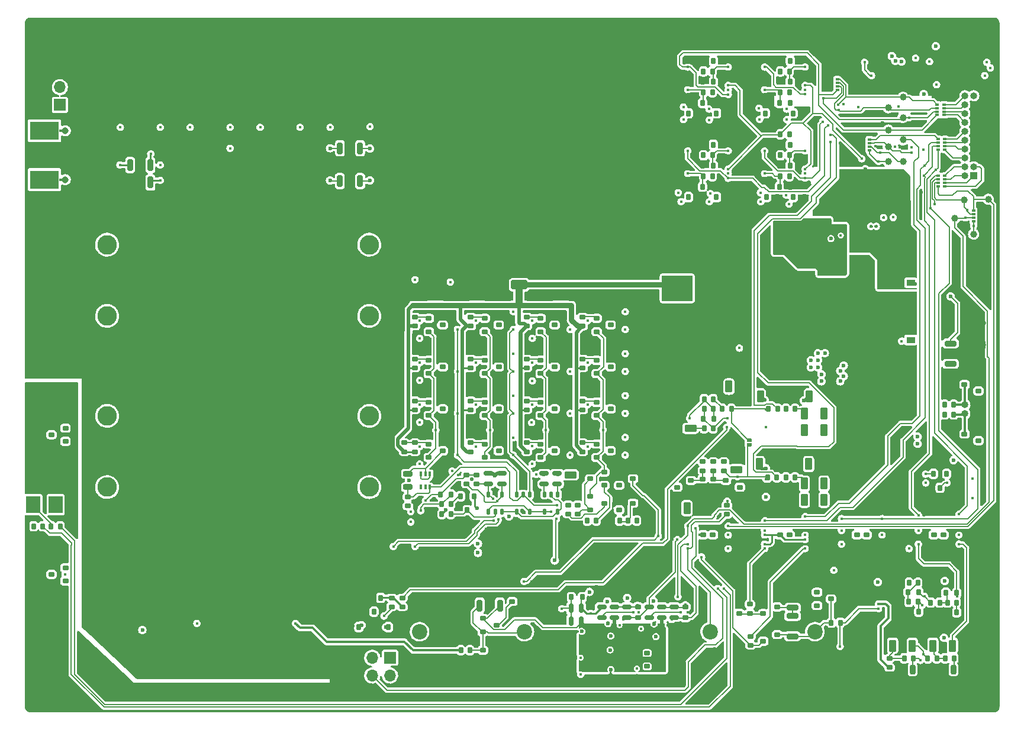
<source format=gbl>
%TF.GenerationSoftware,KiCad,Pcbnew,(6.0.11)*%
%TF.CreationDate,2023-08-11T21:29:26-04:00*%
%TF.ProjectId,1fNoiseAmplifierRev13,31664e6f-6973-4654-916d-706c69666965,rev?*%
%TF.SameCoordinates,Original*%
%TF.FileFunction,Copper,L6,Bot*%
%TF.FilePolarity,Positive*%
%FSLAX46Y46*%
G04 Gerber Fmt 4.6, Leading zero omitted, Abs format (unit mm)*
G04 Created by KiCad (PCBNEW (6.0.11)) date 2023-08-11 21:29:26*
%MOMM*%
%LPD*%
G01*
G04 APERTURE LIST*
G04 Aperture macros list*
%AMRoundRect*
0 Rectangle with rounded corners*
0 $1 Rounding radius*
0 $2 $3 $4 $5 $6 $7 $8 $9 X,Y pos of 4 corners*
0 Add a 4 corners polygon primitive as box body*
4,1,4,$2,$3,$4,$5,$6,$7,$8,$9,$2,$3,0*
0 Add four circle primitives for the rounded corners*
1,1,$1+$1,$2,$3*
1,1,$1+$1,$4,$5*
1,1,$1+$1,$6,$7*
1,1,$1+$1,$8,$9*
0 Add four rect primitives between the rounded corners*
20,1,$1+$1,$2,$3,$4,$5,0*
20,1,$1+$1,$4,$5,$6,$7,0*
20,1,$1+$1,$6,$7,$8,$9,0*
20,1,$1+$1,$8,$9,$2,$3,0*%
%AMFreePoly0*
4,1,13,0.250000,-0.375000,0.000000,-0.375000,-0.095671,-0.355970,-0.176777,-0.301777,-0.230970,-0.220671,-0.250000,-0.125000,-0.250000,0.125000,-0.230970,0.220671,-0.176777,0.301777,-0.095671,0.355970,0.000000,0.375000,0.250000,0.375000,0.250000,-0.375000,0.250000,-0.375000,$1*%
G04 Aperture macros list end*
%TA.AperFunction,ComponentPad*%
%ADD10R,1.000000X1.000000*%
%TD*%
%TA.AperFunction,ComponentPad*%
%ADD11O,1.000000X1.000000*%
%TD*%
%TA.AperFunction,ComponentPad*%
%ADD12C,0.700000*%
%TD*%
%TA.AperFunction,ComponentPad*%
%ADD13C,4.400000*%
%TD*%
%TA.AperFunction,SMDPad,CuDef*%
%ADD14RoundRect,0.150000X-0.150000X-0.300000X0.150000X-0.300000X0.150000X0.300000X-0.150000X0.300000X0*%
%TD*%
%TA.AperFunction,ComponentPad*%
%ADD15C,0.500000*%
%TD*%
%TA.AperFunction,SMDPad,CuDef*%
%ADD16R,1.500000X2.500000*%
%TD*%
%TA.AperFunction,ComponentPad*%
%ADD17C,0.400000*%
%TD*%
%TA.AperFunction,ComponentPad*%
%ADD18C,2.200000*%
%TD*%
%TA.AperFunction,ComponentPad*%
%ADD19C,2.840000*%
%TD*%
%TA.AperFunction,SMDPad,CuDef*%
%ADD20R,4.190000X2.665000*%
%TD*%
%TA.AperFunction,SMDPad,CuDef*%
%ADD21R,0.890000X0.460000*%
%TD*%
%TA.AperFunction,ComponentPad*%
%ADD22C,0.970000*%
%TD*%
%TA.AperFunction,ComponentPad*%
%ADD23C,2.800000*%
%TD*%
%TA.AperFunction,ComponentPad*%
%ADD24R,1.700000X1.700000*%
%TD*%
%TA.AperFunction,ComponentPad*%
%ADD25O,1.700000X1.700000*%
%TD*%
%TA.AperFunction,SMDPad,CuDef*%
%ADD26R,1.200000X0.900000*%
%TD*%
%TA.AperFunction,SMDPad,CuDef*%
%ADD27RoundRect,0.150000X-0.300000X0.150000X-0.300000X-0.150000X0.300000X-0.150000X0.300000X0.150000X0*%
%TD*%
%TA.AperFunction,SMDPad,CuDef*%
%ADD28RoundRect,0.137500X-0.137500X0.262500X-0.137500X-0.262500X0.137500X-0.262500X0.137500X0.262500X0*%
%TD*%
%TA.AperFunction,SMDPad,CuDef*%
%ADD29RoundRect,0.217391X0.282609X0.657609X-0.282609X0.657609X-0.282609X-0.657609X0.282609X-0.657609X0*%
%TD*%
%TA.AperFunction,SMDPad,CuDef*%
%ADD30R,0.500000X0.400000*%
%TD*%
%TA.AperFunction,SMDPad,CuDef*%
%ADD31R,0.500000X0.300000*%
%TD*%
%TA.AperFunction,SMDPad,CuDef*%
%ADD32RoundRect,0.177778X-0.697222X0.222222X-0.697222X-0.222222X0.697222X-0.222222X0.697222X0.222222X0*%
%TD*%
%TA.AperFunction,SMDPad,CuDef*%
%ADD33RoundRect,0.050000X-0.200000X0.300000X-0.200000X-0.300000X0.200000X-0.300000X0.200000X0.300000X0*%
%TD*%
%TA.AperFunction,SMDPad,CuDef*%
%ADD34RoundRect,0.048000X-0.202000X0.192000X-0.202000X-0.192000X0.202000X-0.192000X0.202000X0.192000X0*%
%TD*%
%TA.AperFunction,SMDPad,CuDef*%
%ADD35RoundRect,0.110000X-0.490000X0.440000X-0.490000X-0.440000X0.490000X-0.440000X0.490000X0.440000X0*%
%TD*%
%TA.AperFunction,SMDPad,CuDef*%
%ADD36RoundRect,0.175000X-0.175000X0.275000X-0.175000X-0.275000X0.175000X-0.275000X0.175000X0.275000X0*%
%TD*%
%TA.AperFunction,SMDPad,CuDef*%
%ADD37RoundRect,0.175000X0.175000X0.275000X-0.175000X0.275000X-0.175000X-0.275000X0.175000X-0.275000X0*%
%TD*%
%TA.AperFunction,SMDPad,CuDef*%
%ADD38RoundRect,0.175000X-0.275000X-0.175000X0.275000X-0.175000X0.275000X0.175000X-0.275000X0.175000X0*%
%TD*%
%TA.AperFunction,SMDPad,CuDef*%
%ADD39R,0.400000X0.650000*%
%TD*%
%TA.AperFunction,SMDPad,CuDef*%
%ADD40C,1.000000*%
%TD*%
%TA.AperFunction,SMDPad,CuDef*%
%ADD41RoundRect,0.200000X-0.200000X-0.475000X0.200000X-0.475000X0.200000X0.475000X-0.200000X0.475000X0*%
%TD*%
%TA.AperFunction,SMDPad,CuDef*%
%ADD42RoundRect,0.175000X-0.175000X-0.275000X0.175000X-0.275000X0.175000X0.275000X-0.175000X0.275000X0*%
%TD*%
%TA.AperFunction,SMDPad,CuDef*%
%ADD43RoundRect,0.175000X-0.485000X0.175000X-0.485000X-0.175000X0.485000X-0.175000X0.485000X0.175000X0*%
%TD*%
%TA.AperFunction,SMDPad,CuDef*%
%ADD44RoundRect,0.175000X0.275000X-0.175000X0.275000X0.175000X-0.275000X0.175000X-0.275000X-0.175000X0*%
%TD*%
%TA.AperFunction,SMDPad,CuDef*%
%ADD45RoundRect,0.175000X0.485000X-0.175000X0.485000X0.175000X-0.485000X0.175000X-0.485000X-0.175000X0*%
%TD*%
%TA.AperFunction,SMDPad,CuDef*%
%ADD46RoundRect,0.050000X-0.300000X-0.200000X0.300000X-0.200000X0.300000X0.200000X-0.300000X0.200000X0*%
%TD*%
%TA.AperFunction,SMDPad,CuDef*%
%ADD47RoundRect,0.048000X-0.192000X-0.202000X0.192000X-0.202000X0.192000X0.202000X-0.192000X0.202000X0*%
%TD*%
%TA.AperFunction,SMDPad,CuDef*%
%ADD48RoundRect,0.110000X-0.440000X-0.490000X0.440000X-0.490000X0.440000X0.490000X-0.440000X0.490000X0*%
%TD*%
%TA.AperFunction,SMDPad,CuDef*%
%ADD49RoundRect,0.150000X0.150000X0.300000X-0.150000X0.300000X-0.150000X-0.300000X0.150000X-0.300000X0*%
%TD*%
%TA.AperFunction,SMDPad,CuDef*%
%ADD50RoundRect,0.217391X-0.282609X-0.657609X0.282609X-0.657609X0.282609X0.657609X-0.282609X0.657609X0*%
%TD*%
%TA.AperFunction,SMDPad,CuDef*%
%ADD51RoundRect,0.175000X0.275000X0.175000X-0.275000X0.175000X-0.275000X-0.175000X0.275000X-0.175000X0*%
%TD*%
%TA.AperFunction,SMDPad,CuDef*%
%ADD52RoundRect,0.150000X0.300000X-0.150000X0.300000X0.150000X-0.300000X0.150000X-0.300000X-0.150000X0*%
%TD*%
%TA.AperFunction,SMDPad,CuDef*%
%ADD53RoundRect,0.048000X0.192000X0.202000X-0.192000X0.202000X-0.192000X-0.202000X0.192000X-0.202000X0*%
%TD*%
%TA.AperFunction,SMDPad,CuDef*%
%ADD54RoundRect,0.110000X0.440000X0.490000X-0.440000X0.490000X-0.440000X-0.490000X0.440000X-0.490000X0*%
%TD*%
%TA.AperFunction,SMDPad,CuDef*%
%ADD55RoundRect,0.050000X0.300000X0.200000X-0.300000X0.200000X-0.300000X-0.200000X0.300000X-0.200000X0*%
%TD*%
%TA.AperFunction,SMDPad,CuDef*%
%ADD56RoundRect,0.175000X-0.275000X0.175000X-0.275000X-0.175000X0.275000X-0.175000X0.275000X0.175000X0*%
%TD*%
%TA.AperFunction,SMDPad,CuDef*%
%ADD57RoundRect,0.217391X0.657609X-0.282609X0.657609X0.282609X-0.657609X0.282609X-0.657609X-0.282609X0*%
%TD*%
%TA.AperFunction,SMDPad,CuDef*%
%ADD58RoundRect,0.177778X0.697222X-0.222222X0.697222X0.222222X-0.697222X0.222222X-0.697222X-0.222222X0*%
%TD*%
%TA.AperFunction,SMDPad,CuDef*%
%ADD59RoundRect,0.175000X-0.175000X-0.485000X0.175000X-0.485000X0.175000X0.485000X-0.175000X0.485000X0*%
%TD*%
%TA.AperFunction,SMDPad,CuDef*%
%ADD60RoundRect,0.250000X-0.925000X0.412500X-0.925000X-0.412500X0.925000X-0.412500X0.925000X0.412500X0*%
%TD*%
%TA.AperFunction,SMDPad,CuDef*%
%ADD61RoundRect,0.177778X-0.222222X-0.697222X0.222222X-0.697222X0.222222X0.697222X-0.222222X0.697222X0*%
%TD*%
%TA.AperFunction,SMDPad,CuDef*%
%ADD62FreePoly0,270.000000*%
%TD*%
%TA.AperFunction,SMDPad,CuDef*%
%ADD63FreePoly0,90.000000*%
%TD*%
%TA.AperFunction,SMDPad,CuDef*%
%ADD64RoundRect,0.177778X0.222222X0.697222X-0.222222X0.697222X-0.222222X-0.697222X0.222222X-0.697222X0*%
%TD*%
%TA.AperFunction,SMDPad,CuDef*%
%ADD65R,2.010000X2.390000*%
%TD*%
%TA.AperFunction,SMDPad,CuDef*%
%ADD66RoundRect,0.217391X-0.657609X0.282609X-0.657609X-0.282609X0.657609X-0.282609X0.657609X0.282609X0*%
%TD*%
%TA.AperFunction,SMDPad,CuDef*%
%ADD67RoundRect,0.200000X0.475000X-0.200000X0.475000X0.200000X-0.475000X0.200000X-0.475000X-0.200000X0*%
%TD*%
%TA.AperFunction,SMDPad,CuDef*%
%ADD68RoundRect,0.137500X0.137500X-0.262500X0.137500X0.262500X-0.137500X0.262500X-0.137500X-0.262500X0*%
%TD*%
%TA.AperFunction,SMDPad,CuDef*%
%ADD69R,1.000000X3.140000*%
%TD*%
%TA.AperFunction,SMDPad,CuDef*%
%ADD70R,1.000000X3.800000*%
%TD*%
%TA.AperFunction,SMDPad,CuDef*%
%ADD71R,3.800000X1.000000*%
%TD*%
%TA.AperFunction,SMDPad,CuDef*%
%ADD72R,1.000000X1.000000*%
%TD*%
%TA.AperFunction,SMDPad,CuDef*%
%ADD73R,4.720000X1.000000*%
%TD*%
%TA.AperFunction,SMDPad,CuDef*%
%ADD74RoundRect,0.175000X0.175000X0.485000X-0.175000X0.485000X-0.175000X-0.485000X0.175000X-0.485000X0*%
%TD*%
%TA.AperFunction,ViaPad*%
%ADD75C,0.450000*%
%TD*%
%TA.AperFunction,ViaPad*%
%ADD76C,0.600000*%
%TD*%
%TA.AperFunction,ViaPad*%
%ADD77C,0.800000*%
%TD*%
%TA.AperFunction,ViaPad*%
%ADD78C,0.550000*%
%TD*%
%TA.AperFunction,Conductor*%
%ADD79C,0.150000*%
%TD*%
%TA.AperFunction,Conductor*%
%ADD80C,0.250000*%
%TD*%
%TA.AperFunction,Conductor*%
%ADD81C,0.750000*%
%TD*%
%TA.AperFunction,Conductor*%
%ADD82C,0.300000*%
%TD*%
%TA.AperFunction,Conductor*%
%ADD83C,0.400000*%
%TD*%
%TA.AperFunction,Conductor*%
%ADD84C,0.500000*%
%TD*%
%TA.AperFunction,Conductor*%
%ADD85C,0.225000*%
%TD*%
%TA.AperFunction,Conductor*%
%ADD86C,0.200000*%
%TD*%
%TA.AperFunction,Conductor*%
%ADD87C,0.350000*%
%TD*%
%TA.AperFunction,Conductor*%
%ADD88C,1.000000*%
%TD*%
%TA.AperFunction,Conductor*%
%ADD89C,0.130000*%
%TD*%
G04 APERTURE END LIST*
D10*
%TO.P,J12,1,Pin_1*%
%TO.N,GND*%
X176861206Y-106679869D03*
D11*
%TO.P,J12,2,Pin_2*%
%TO.N,SAT_INPUT_STG*%
X175591206Y-106679869D03*
%TO.P,J12,3,Pin_3*%
%TO.N,GND*%
X176861206Y-105409869D03*
%TO.P,J12,4,Pin_4*%
%TO.N,SAT_OUTPUT_STG*%
X175591206Y-105409869D03*
%TD*%
D12*
%TO.P,H1,1,1*%
%TO.N,GND*%
X45002932Y-147846595D03*
X43836206Y-145029869D03*
X42669480Y-145513143D03*
X42186206Y-146679869D03*
X45002932Y-145513143D03*
X42669480Y-147846595D03*
X43836206Y-148329869D03*
D13*
X43836206Y-146679869D03*
D12*
X45486206Y-146679869D03*
%TD*%
%TO.P,H2,1,1*%
%TO.N,GND*%
X179002932Y-147846595D03*
X177836206Y-145029869D03*
X176669480Y-145513143D03*
X176186206Y-146679869D03*
X179002932Y-145513143D03*
X176669480Y-147846595D03*
X177836206Y-148329869D03*
D13*
X177836206Y-146679869D03*
D12*
X179486206Y-146679869D03*
%TD*%
%TO.P,H7,1,1*%
%TO.N,GND*%
X45486206Y-52679869D03*
D13*
X43836206Y-52679869D03*
D12*
X43836206Y-54329869D03*
X42669480Y-53846595D03*
X45002932Y-51513143D03*
X42186206Y-52679869D03*
X42669480Y-51513143D03*
X43836206Y-51029869D03*
X45002932Y-53846595D03*
%TD*%
%TO.P,H8,1,1*%
%TO.N,GND*%
X179002932Y-53846595D03*
X177836206Y-51029869D03*
X176669480Y-51513143D03*
X176186206Y-52679869D03*
X179002932Y-51513143D03*
X176669480Y-53846595D03*
X177836206Y-54329869D03*
D13*
X177836206Y-52679869D03*
D12*
X179486206Y-52679869D03*
%TD*%
D14*
%TO.P,R77,1*%
%TO.N,Net-(R110-Pad1)*%
X172686206Y-106779869D03*
%TO.P,R77,2*%
%TO.N,SAT_INPUT_STG*%
X173986206Y-106779869D03*
%TD*%
%TO.P,R78,1*%
%TO.N,Net-(R109-Pad1)*%
X172686206Y-105379869D03*
%TO.P,R78,2*%
%TO.N,SAT_OUTPUT_STG*%
X173986206Y-105379869D03*
%TD*%
D15*
%TO.P,U21,13,IN*%
%TO.N,/PowerSupply/LDO_IN-*%
X159491206Y-82479869D03*
X159491206Y-81479869D03*
D16*
X159991206Y-81479869D03*
D15*
X160491206Y-80479869D03*
X160491206Y-81479869D03*
X159491206Y-80479869D03*
X160491206Y-82479869D03*
%TD*%
D17*
%TO.P,U20,11,GND*%
%TO.N,GND*%
X160861206Y-97529869D03*
X160861206Y-96829869D03*
X159661206Y-96829869D03*
X159661206Y-97529869D03*
X160861206Y-98229869D03*
X159661206Y-98229869D03*
%TD*%
D12*
%TO.P,H3,1,1*%
%TO.N,GND*%
X50669480Y-126513143D03*
X53002932Y-126513143D03*
X50669480Y-128846595D03*
X50186206Y-127679869D03*
X51836206Y-129329869D03*
X53002932Y-128846595D03*
D13*
X51836206Y-127679869D03*
D12*
X53486206Y-127679869D03*
X51836206Y-126029869D03*
%TD*%
%TO.P,H6,1,1*%
%TO.N,GND*%
X129836206Y-63329869D03*
X131486206Y-61679869D03*
D13*
X129836206Y-61679869D03*
D12*
X129836206Y-60029869D03*
X131002932Y-62846595D03*
X128669480Y-60513143D03*
X128186206Y-61679869D03*
X128669480Y-62846595D03*
X131002932Y-60513143D03*
%TD*%
D18*
%TO.P,C4,1*%
%TO.N,Net-(C4-Pad1)*%
X97586206Y-137879869D03*
%TO.P,C4,2*%
%TO.N,/U3+*%
X112586206Y-137879869D03*
%TD*%
%TO.P,C9,1*%
%TO.N,Net-(C9-Pad1)*%
X139136206Y-137879869D03*
%TO.P,C9,2*%
%TO.N,/HP_FILT_OUT*%
X154136206Y-137879869D03*
%TD*%
D19*
%TO.P,J15,MP,MountPin*%
%TO.N,GND*%
X177186206Y-86529869D03*
X177186206Y-96829869D03*
%TD*%
D10*
%TO.P,J19,1,Pin_1*%
%TO.N,/-20dB_SW__IN*%
X176861206Y-72604869D03*
D11*
%TO.P,J19,2,Pin_2*%
%TO.N,/+20dB_SW__IN*%
X175591206Y-72604869D03*
%TO.P,J19,3,Pin_3*%
%TO.N,/INPUT_HP_SW_IN*%
X176861206Y-71334869D03*
%TO.P,J19,4,Pin_4*%
%TO.N,/WB_SW__IN*%
X175591206Y-71334869D03*
%TO.P,J19,5,Pin_5*%
%TO.N,GND*%
X176861206Y-70064869D03*
%TO.P,J19,6,Pin_6*%
%TO.N,/10Hz_LP_SW__IN*%
X175591206Y-70064869D03*
%TO.P,J19,7,Pin_7*%
%TO.N,GND*%
X176861206Y-68794869D03*
%TO.P,J19,8,Pin_8*%
%TO.N,/10kHz_LP_SW__IN*%
X175591206Y-68794869D03*
%TO.P,J19,9,Pin_9*%
%TO.N,GND*%
X176861206Y-67524869D03*
%TO.P,J19,10,Pin_10*%
%TO.N,/~{0.1Hz_Fc_SW__IN}*%
X175591206Y-67524869D03*
%TO.P,J19,11,Pin_11*%
%TO.N,GND*%
X176861206Y-66254869D03*
%TO.P,J19,12,Pin_12*%
%TO.N,/SETTLE_SW__IN*%
X175591206Y-66254869D03*
%TO.P,J19,13,Pin_13*%
%TO.N,GND*%
X176861206Y-64984869D03*
%TO.P,J19,14,Pin_14*%
%TO.N,/K1_SW__IN*%
X175591206Y-64984869D03*
%TO.P,J19,15,Pin_15*%
%TO.N,GND*%
X176861206Y-63714869D03*
%TO.P,J19,16,Pin_16*%
%TO.N,/K2_SW__IN*%
X175591206Y-63714869D03*
%TO.P,J19,17,Pin_17*%
%TO.N,GND*%
X176861206Y-62444869D03*
%TO.P,J19,18,Pin_18*%
%TO.N,/K3_SW__IN*%
X175591206Y-62444869D03*
%TO.P,J19,19,Pin_19*%
%TO.N,+3V3*%
X176861206Y-61174869D03*
%TO.P,J19,20,Pin_20*%
%TO.N,/K4_SW__IN*%
X175591206Y-61174869D03*
%TD*%
D20*
%TO.P,J4,2,Ext*%
%TO.N,GND*%
X43936206Y-133172369D03*
D21*
X46476206Y-133172369D03*
X46476206Y-126187369D03*
D22*
X46921206Y-133172369D03*
X46921206Y-126187369D03*
D20*
X43936206Y-126187369D03*
%TD*%
D22*
%TO.P,J9,2,Ext*%
%TO.N,GND*%
X46921206Y-113172369D03*
X46921206Y-106187369D03*
D20*
X43936206Y-113172369D03*
X43936206Y-106187369D03*
D21*
X46476206Y-106187369D03*
X46476206Y-113172369D03*
%TD*%
D23*
%TO.P,C25,1*%
%TO.N,/Input Stage/AC_IN*%
X52886206Y-117179869D03*
X52886206Y-106979869D03*
%TO.P,C25,2*%
%TO.N,/Input Stage/IN*%
X90386206Y-106979869D03*
X90386206Y-117179869D03*
%TD*%
D12*
%TO.P,H5,1,1*%
%TO.N,GND*%
X51836206Y-60029869D03*
X50186206Y-61679869D03*
D13*
X51836206Y-61679869D03*
D12*
X53002932Y-62846595D03*
X50669480Y-60513143D03*
X51836206Y-63329869D03*
X50669480Y-62846595D03*
X53486206Y-61679869D03*
X53002932Y-60513143D03*
%TD*%
%TO.P,H4,1,1*%
%TO.N,GND*%
X131000000Y-126350000D03*
X129350000Y-128000000D03*
X132166726Y-129166726D03*
X132166726Y-126833274D03*
D13*
X131000000Y-128000000D03*
D12*
X131000000Y-129650000D03*
X129833274Y-129166726D03*
X129833274Y-126833274D03*
X132650000Y-128000000D03*
%TD*%
D24*
%TO.P,J20,1,Pin_1*%
%TO.N,INPUT+*%
X46136206Y-62479869D03*
D25*
%TO.P,J20,2,Pin_2*%
%TO.N,INPUT-*%
X46136206Y-59939869D03*
%TD*%
D26*
%TO.P,D18,1,K*%
%TO.N,GND*%
X167836206Y-91229869D03*
%TO.P,D18,2,A*%
%TO.N,SYS_V_{IN}-*%
X167836206Y-87929869D03*
%TD*%
D23*
%TO.P,C35,1*%
%TO.N,/Input Stage/AC_IN*%
X52886206Y-82479869D03*
X52886206Y-92679869D03*
%TO.P,C35,2*%
%TO.N,/Input Stage/IN*%
X90386206Y-82479869D03*
X90386206Y-92679869D03*
%TD*%
D24*
%TO.P,J3,1,Pin_1*%
%TO.N,+3V3*%
X93361206Y-141604869D03*
D25*
%TO.P,J3,2,Pin_2*%
X93361206Y-144144869D03*
%TO.P,J3,3,Pin_3*%
%TO.N,-20dB_SW_EN*%
X90821206Y-141604869D03*
%TO.P,J3,4,Pin_4*%
%TO.N,+20dB_SW_EN*%
X90821206Y-144144869D03*
%TO.P,J3,5,Pin_5*%
%TO.N,GND*%
X88281206Y-141604869D03*
%TO.P,J3,6,Pin_6*%
X88281206Y-144144869D03*
%TD*%
D21*
%TO.P,J16,2,Ext*%
%TO.N,INPUT-*%
X46476206Y-66187369D03*
D20*
X43936206Y-66187369D03*
D22*
X46921206Y-73172369D03*
X46921206Y-66187369D03*
D21*
X46476206Y-73172369D03*
D20*
X43936206Y-73172369D03*
%TD*%
D26*
%TO.P,D17,1,K*%
%TO.N,SYS_V_{IN}+*%
X167836206Y-96129869D03*
%TO.P,D17,2,A*%
%TO.N,GND*%
X167836206Y-92829869D03*
%TD*%
D27*
%TO.P,R97,1*%
%TO.N,Net-(Q47-Pad2)*%
X96910142Y-92829869D03*
%TO.P,R97,2*%
%TO.N,-4V3*%
X96910142Y-94129869D03*
%TD*%
D28*
%TO.P,Q27,1,E1*%
%TO.N,Net-(Q26-Pad1)*%
X115460142Y-118229869D03*
%TO.P,Q27,2,B*%
%TO.N,Net-(Q27-Pad5)*%
X116410142Y-118229869D03*
%TO.P,Q27,3,E2*%
%TO.N,Net-(Q26-Pad3)*%
X117360142Y-118229869D03*
%TO.P,Q27,4,C2*%
%TO.N,Net-(Q27-Pad5)*%
X117360142Y-120729869D03*
%TO.P,Q27,5,C1*%
%TO.N,Net-(Q27-Pad4)*%
X115460142Y-120729869D03*
%TD*%
D27*
%TO.P,R72,1*%
%TO.N,Net-(Q34-Pad2)*%
X104910142Y-110829869D03*
%TO.P,R72,2*%
%TO.N,-4V3*%
X104910142Y-112129869D03*
%TD*%
D29*
%TO.P,C72,1*%
%TO.N,GND*%
X138636206Y-120179869D03*
%TO.P,C72,2*%
%TO.N,-4V3*%
X135836206Y-120179869D03*
%TD*%
D30*
%TO.P,RN4,1,R1.1*%
%TO.N,GND*%
X177836206Y-77629869D03*
D31*
%TO.P,RN4,2,R2.1*%
X177836206Y-78129869D03*
%TO.P,RN4,3,R3.1*%
X177836206Y-78629869D03*
D30*
%TO.P,RN4,4,R4.1*%
X177836206Y-79129869D03*
%TO.P,RN4,5,R4.2*%
%TO.N,WB_SW*%
X176836206Y-79129869D03*
D31*
%TO.P,RN4,6,R3.2*%
%TO.N,+20dB_SW*%
X176836206Y-78629869D03*
%TO.P,RN4,7,R2.2*%
%TO.N,-20dB_SW*%
X176836206Y-78129869D03*
D30*
%TO.P,RN4,8,R1.2*%
%TO.N,INPUT_HP_SW*%
X176836206Y-77629869D03*
%TD*%
D32*
%TO.P,R93,1*%
%TO.N,SYS_V_{IN}-*%
X173536206Y-96629869D03*
%TO.P,R93,2*%
%TO.N,-7V5*%
X173536206Y-99529869D03*
%TD*%
D33*
%TO.P,J32,1,Pin_1*%
%TO.N,GND*%
X131836206Y-70779869D03*
D34*
X131836206Y-67869869D03*
D35*
X131836206Y-69679869D03*
D33*
X131836206Y-68579869D03*
D34*
X131836206Y-71489869D03*
%TD*%
D27*
%TO.P,R85,1*%
%TO.N,Net-(Q37-Pad2)*%
X112910142Y-104829869D03*
%TO.P,R85,2*%
%TO.N,-4V3*%
X112910142Y-106129869D03*
%TD*%
D36*
%TO.P,Q29,1,G*%
%TO.N,Net-(Q29-Pad1)*%
X103460142Y-118479869D03*
%TO.P,Q29,2,S*%
%TO.N,+5V4*%
X105360142Y-118479869D03*
%TO.P,Q29,3,D*%
%TO.N,Net-(Q28-Pad2)*%
X104410142Y-120479869D03*
%TD*%
D14*
%TO.P,R80,1*%
%TO.N,/555_TR1*%
X147486206Y-105979869D03*
%TO.P,R80,2*%
%TO.N,/SAT_TR1*%
X148786206Y-105979869D03*
%TD*%
D37*
%TO.P,C96,1*%
%TO.N,GND*%
X141611206Y-75679869D03*
%TO.P,C96,2*%
%TO.N,+3V3*%
X140061206Y-75679869D03*
%TD*%
D38*
%TO.P,Q45,1,B*%
%TO.N,Net-(Q32-Pad1)*%
X114910142Y-94929869D03*
%TO.P,Q45,2,E*%
%TO.N,Net-(Q45-Pad2)*%
X114910142Y-93029869D03*
%TO.P,Q45,3,C*%
%TO.N,Net-(Q16-Pad1)*%
X116910142Y-93979869D03*
%TD*%
D39*
%TO.P,D13,1,A1*%
%TO.N,Net-(D16-Pad1)*%
X97760142Y-115279869D03*
%TO.P,D13,2,K2*%
%TO.N,Net-(C79-Pad2)*%
X98410142Y-115279869D03*
%TO.P,D13,3,K1A2*%
%TO.N,Net-(D16-Pad1)*%
X99060142Y-115279869D03*
%TO.P,D13,4,A3*%
%TO.N,Net-(C79-Pad1)*%
X99060142Y-117179869D03*
%TO.P,D13,5,K4*%
%TO.N,unconnected-(D16-Pad5)*%
X98410142Y-117179869D03*
%TO.P,D13,6,K3A4*%
%TO.N,unconnected-(D16-Pad6)*%
X97760142Y-117179869D03*
%TD*%
D37*
%TO.P,C91,1*%
%TO.N,GND*%
X150611206Y-74179869D03*
%TO.P,C91,2*%
%TO.N,Net-(C88-Pad2)*%
X149061206Y-74179869D03*
%TD*%
D29*
%TO.P,C71,1*%
%TO.N,-4V3*%
X155436206Y-118979869D03*
%TO.P,C71,2*%
%TO.N,Net-(C68-Pad2)*%
X152636206Y-118979869D03*
%TD*%
D40*
%TO.P,TP26,1,1*%
%TO.N,+20dB_SW*%
X174136206Y-78679869D03*
%TD*%
D41*
%TO.P,C49,1*%
%TO.N,GND*%
X166211206Y-143279869D03*
%TO.P,C49,2*%
%TO.N,Net-(C46-Pad2)*%
X168111206Y-143279869D03*
%TD*%
D30*
%TO.P,RN8,1,R1.1*%
%TO.N,K1_SW*%
X171636206Y-63929869D03*
D31*
%TO.P,RN8,2,R2.1*%
%TO.N,K2_SW*%
X171636206Y-63429869D03*
%TO.P,RN8,3,R3.1*%
%TO.N,K3_SW*%
X171636206Y-62929869D03*
D30*
%TO.P,RN8,4,R4.1*%
%TO.N,K4_SW*%
X171636206Y-62429869D03*
%TO.P,RN8,5,R4.2*%
%TO.N,/K4_SW__IN*%
X172636206Y-62429869D03*
D31*
%TO.P,RN8,6,R3.2*%
%TO.N,/K3_SW__IN*%
X172636206Y-62929869D03*
%TO.P,RN8,7,R2.2*%
%TO.N,/K2_SW__IN*%
X172636206Y-63429869D03*
D30*
%TO.P,RN8,8,R1.2*%
%TO.N,/K1_SW__IN*%
X172636206Y-63929869D03*
%TD*%
D27*
%TO.P,R66,1*%
%TO.N,Net-(Q31-Pad2)*%
X120910142Y-110829869D03*
%TO.P,R66,2*%
%TO.N,-4V3*%
X120910142Y-112129869D03*
%TD*%
D42*
%TO.P,C107,1*%
%TO.N,GND*%
X149061206Y-59179869D03*
%TO.P,C107,2*%
%TO.N,Net-(C105-Pad2)*%
X150611206Y-59179869D03*
%TD*%
D27*
%TO.P,R67,1*%
%TO.N,Net-(Q33-Pad2)*%
X112910142Y-110829869D03*
%TO.P,R67,2*%
%TO.N,-4V3*%
X112910142Y-112129869D03*
%TD*%
D38*
%TO.P,Q37,1,B*%
%TO.N,Net-(Q32-Pad1)*%
X114910142Y-106929869D03*
%TO.P,Q37,2,E*%
%TO.N,Net-(Q37-Pad2)*%
X114910142Y-105029869D03*
%TO.P,Q37,3,C*%
%TO.N,Net-(Q37-Pad3)*%
X116910142Y-105979869D03*
%TD*%
D43*
%TO.P,R68,1*%
%TO.N,+5V4*%
X115410142Y-115229869D03*
%TO.P,R68,2*%
%TO.N,Net-(Q26-Pad1)*%
X115410142Y-116729869D03*
%TD*%
D29*
%TO.P,C88,1*%
%TO.N,GND*%
X149136206Y-104179869D03*
%TO.P,C88,2*%
%TO.N,-4V3*%
X146336206Y-104179869D03*
%TD*%
D44*
%TO.P,C65,1*%
%TO.N,GND*%
X161536206Y-125554869D03*
%TO.P,C65,2*%
%TO.N,+5V4*%
X161536206Y-124004869D03*
%TD*%
%TO.P,C63,1*%
%TO.N,GND*%
X171136206Y-125554869D03*
%TO.P,C63,2*%
%TO.N,-4V3*%
X171136206Y-124004869D03*
%TD*%
D29*
%TO.P,C51,1*%
%TO.N,Net-(C48-Pad1)*%
X168061206Y-139879869D03*
%TO.P,C51,2*%
%TO.N,Net-(C48-Pad2)*%
X165261206Y-139879869D03*
%TD*%
D38*
%TO.P,Q40,1,B*%
%TO.N,Net-(Q32-Pad1)*%
X122910142Y-100929869D03*
%TO.P,Q40,2,E*%
%TO.N,Net-(Q40-Pad2)*%
X122910142Y-99029869D03*
%TO.P,Q40,3,C*%
%TO.N,Net-(Q12-Pad1)*%
X124910142Y-99979869D03*
%TD*%
D27*
%TO.P,R84,1*%
%TO.N,Net-(Q36-Pad2)*%
X120910142Y-104829869D03*
%TO.P,R84,2*%
%TO.N,-4V3*%
X120910142Y-106129869D03*
%TD*%
%TO.P,R64,1*%
%TO.N,+5V4*%
X141111206Y-113539869D03*
%TO.P,R64,2*%
%TO.N,/555_TR2*%
X141111206Y-114839869D03*
%TD*%
D45*
%TO.P,R43,1*%
%TO.N,/U5_OUT*%
X127236206Y-135829869D03*
%TO.P,R43,2*%
%TO.N,/U5-*%
X127236206Y-134329869D03*
%TD*%
D27*
%TO.P,R50,1*%
%TO.N,/Input Stage/OUT*%
X93586206Y-133029869D03*
%TO.P,R50,2*%
%TO.N,Net-(R48-Pad2)*%
X93586206Y-134329869D03*
%TD*%
D46*
%TO.P,J25,1,Pin_1*%
%TO.N,GND*%
X91936206Y-129679869D03*
D47*
X89026206Y-129679869D03*
D46*
X89736206Y-129679869D03*
D47*
X92646206Y-129679869D03*
D48*
X90836206Y-129679869D03*
%TD*%
D38*
%TO.P,Q38,1,B*%
%TO.N,Net-(Q32-Pad1)*%
X106910142Y-106929869D03*
%TO.P,Q38,2,E*%
%TO.N,Net-(Q38-Pad2)*%
X106910142Y-105029869D03*
%TO.P,Q38,3,C*%
%TO.N,Net-(Q6-Pad1)*%
X108910142Y-105979869D03*
%TD*%
D49*
%TO.P,R53,1*%
%TO.N,Net-(Q32-Pad2)*%
X122866208Y-121979869D03*
%TO.P,R53,2*%
%TO.N,-4V3*%
X121566208Y-121979869D03*
%TD*%
D44*
%TO.P,C68,1*%
%TO.N,GND*%
X149136206Y-125554869D03*
%TO.P,C68,2*%
%TO.N,-7V5*%
X149136206Y-124004869D03*
%TD*%
D37*
%TO.P,C93,1*%
%TO.N,GND*%
X148761206Y-75679869D03*
%TO.P,C93,2*%
%TO.N,+3V3*%
X147211206Y-75679869D03*
%TD*%
D49*
%TO.P,R27,1*%
%TO.N,Net-(C47-Pad2)*%
X171561206Y-141679869D03*
%TO.P,R27,2*%
%TO.N,Net-(C48-Pad1)*%
X170261206Y-141679869D03*
%TD*%
D40*
%TO.P,TP32,1,1*%
%TO.N,K3_SW*%
X164636206Y-62879869D03*
%TD*%
D50*
%TO.P,C87,1*%
%TO.N,GND*%
X150536206Y-104179869D03*
%TO.P,C87,2*%
%TO.N,+5V4*%
X153336206Y-104179869D03*
%TD*%
D51*
%TO.P,D16,1,K*%
%TO.N,GND*%
X177536206Y-101529869D03*
%TO.P,D16,2,A*%
%TO.N,+3V3*%
X177536206Y-103429869D03*
%TO.P,D16,3,K*%
%TO.N,SAT_OUTPUT_STG*%
X175536206Y-102479869D03*
%TD*%
D14*
%TO.P,R61,1*%
%TO.N,+5V4*%
X149986206Y-115779869D03*
%TO.P,R61,2*%
%TO.N,Net-(C72-Pad2)*%
X151286206Y-115779869D03*
%TD*%
D49*
%TO.P,R56,1*%
%TO.N,Net-(Q28-Pad2)*%
X102060142Y-121029869D03*
%TO.P,R56,2*%
%TO.N,-4V3*%
X100760142Y-121029869D03*
%TD*%
%TO.P,R30,1*%
%TO.N,Net-(R29-Pad1)*%
X157786206Y-136579869D03*
%TO.P,R30,2*%
%TO.N,/HP_FILT_OUT*%
X156486206Y-136579869D03*
%TD*%
D43*
%TO.P,R40,1*%
%TO.N,/U6-*%
X132191832Y-134329869D03*
%TO.P,R40,2*%
%TO.N,/VGND*%
X132191832Y-135829869D03*
%TD*%
D37*
%TO.P,C54,1*%
%TO.N,/10kHz_LP*%
X174411206Y-132304869D03*
%TO.P,C54,2*%
%TO.N,Net-(C51-Pad2)*%
X172861206Y-132304869D03*
%TD*%
D52*
%TO.P,R65,1*%
%TO.N,Net-(C76-Pad1)*%
X139611206Y-114839869D03*
%TO.P,R65,2*%
%TO.N,-4V3*%
X139611206Y-113539869D03*
%TD*%
D51*
%TO.P,D8,1,K*%
%TO.N,GND*%
X130136206Y-140929869D03*
%TO.P,D8,2,A*%
X130136206Y-142829869D03*
%TO.P,D8,3,K*%
%TO.N,/VGND*%
X128136206Y-141879869D03*
%TD*%
D27*
%TO.P,R87,1*%
%TO.N,Net-(Q39-Pad2)*%
X96910142Y-104829869D03*
%TO.P,R87,2*%
%TO.N,-4V3*%
X96910142Y-106129869D03*
%TD*%
D37*
%TO.P,C95,1*%
%TO.N,GND*%
X137611206Y-75679869D03*
%TO.P,C95,2*%
%TO.N,+3V3*%
X136061206Y-75679869D03*
%TD*%
D27*
%TO.P,R92,1*%
%TO.N,Net-(Q43-Pad2)*%
X96910142Y-98829869D03*
%TO.P,R92,2*%
%TO.N,-4V3*%
X96910142Y-100129869D03*
%TD*%
D40*
%TO.P,TP30,1,1*%
%TO.N,10kHz_LP_SW*%
X166736206Y-70579869D03*
%TD*%
D53*
%TO.P,J24,1,Pin_1*%
%TO.N,GND*%
X120026206Y-129679869D03*
D54*
X121836206Y-129679869D03*
D55*
X120736206Y-129679869D03*
D53*
X123646206Y-129679869D03*
D55*
X122936206Y-129679869D03*
%TD*%
D44*
%TO.P,C70,1*%
%TO.N,GND*%
X138136206Y-125554869D03*
%TO.P,C70,2*%
%TO.N,-4V3*%
X138136206Y-124004869D03*
%TD*%
D27*
%TO.P,R76,1*%
%TO.N,Net-(Q35-Pad2)*%
X96910142Y-110829869D03*
%TO.P,R76,2*%
%TO.N,-4V3*%
X96910142Y-112129869D03*
%TD*%
D56*
%TO.P,C60,1*%
%TO.N,/U5-*%
X128836206Y-134304869D03*
%TO.P,C60,2*%
%TO.N,/U5_OUT*%
X128836206Y-135854869D03*
%TD*%
D40*
%TO.P,TP25,1,1*%
%TO.N,INPUT_HP_SW*%
X178936206Y-75979869D03*
%TD*%
D37*
%TO.P,C104,1*%
%TO.N,GND*%
X141611206Y-63679869D03*
%TO.P,C104,2*%
%TO.N,+3V3*%
X140061206Y-63679869D03*
%TD*%
D29*
%TO.P,C83,1*%
%TO.N,-4V3*%
X155436206Y-108979869D03*
%TO.P,C83,2*%
%TO.N,Net-(C80-Pad2)*%
X152636206Y-108979869D03*
%TD*%
D42*
%TO.P,C52,1*%
%TO.N,GND*%
X91586206Y-137229869D03*
%TO.P,C52,2*%
%TO.N,-4V3*%
X93136206Y-137229869D03*
%TD*%
D49*
%TO.P,R108,1*%
%TO.N,+3V3*%
X139486206Y-60679869D03*
%TO.P,R108,2*%
%TO.N,Net-(C103-Pad2)*%
X138186206Y-60679869D03*
%TD*%
D44*
%TO.P,C66,1*%
%TO.N,GND*%
X160136206Y-125554869D03*
%TO.P,C66,2*%
%TO.N,-4V3*%
X160136206Y-124004869D03*
%TD*%
D42*
%TO.P,C85,1*%
%TO.N,Net-(C82-Pad1)*%
X138161206Y-107379869D03*
%TO.P,C85,2*%
%TO.N,Net-(C82-Pad2)*%
X139711206Y-107379869D03*
%TD*%
D27*
%TO.P,R96,1*%
%TO.N,Net-(Q46-Pad2)*%
X104910142Y-92829869D03*
%TO.P,R96,2*%
%TO.N,-4V3*%
X104910142Y-94129869D03*
%TD*%
D42*
%TO.P,C74,1*%
%TO.N,Net-(C71-Pad1)*%
X100535142Y-118229869D03*
%TO.P,C74,2*%
%TO.N,Net-(C71-Pad2)*%
X102085142Y-118229869D03*
%TD*%
D38*
%TO.P,U39,1,K*%
%TO.N,GND*%
X141411206Y-118139869D03*
%TO.P,U39,2,A*%
%TO.N,Net-(C76-Pad1)*%
X141411206Y-116239869D03*
%TO.P,U39,3*%
%TO.N,N/C*%
X143411206Y-117189869D03*
%TD*%
D14*
%TO.P,R79,1*%
%TO.N,+5V4*%
X149986206Y-105979869D03*
%TO.P,R79,2*%
%TO.N,Net-(C81-Pad2)*%
X151286206Y-105979869D03*
%TD*%
D37*
%TO.P,C94,1*%
%TO.N,GND*%
X139611206Y-74179869D03*
%TO.P,C94,2*%
%TO.N,Net-(C91-Pad2)*%
X138061206Y-74179869D03*
%TD*%
D51*
%TO.P,Q32,1,B*%
%TO.N,Net-(Q32-Pad1)*%
X124010142Y-115029869D03*
%TO.P,Q32,2,E*%
%TO.N,Net-(Q32-Pad2)*%
X124010142Y-116929869D03*
%TO.P,Q32,3,C*%
%TO.N,Net-(Q32-Pad3)*%
X122010142Y-115979869D03*
%TD*%
%TO.P,Q21,1,D*%
%TO.N,/HP_FILT_OUT*%
X148736206Y-138279869D03*
%TO.P,Q21,2,S*%
%TO.N,GND*%
X148736206Y-140179869D03*
%TO.P,Q21,3,G*%
%TO.N,SETTLE*%
X146736206Y-139229869D03*
%TD*%
D57*
%TO.P,C86,1*%
%TO.N,GND*%
X136336206Y-111579869D03*
%TO.P,C86,2*%
%TO.N,-4V3*%
X136336206Y-108779869D03*
%TD*%
D40*
%TO.P,TP27,1,1*%
%TO.N,SETTLE_SW*%
X166736206Y-67479869D03*
%TD*%
D36*
%TO.P,RN2,1*%
%TO.N,GND*%
X90136206Y-133029869D03*
%TO.P,RN2,2*%
%TO.N,/Input Stage/OUT*%
X92036206Y-133029869D03*
%TO.P,RN2,3*%
%TO.N,Net-(RN2-Pad3)*%
X91086206Y-135029869D03*
%TD*%
D30*
%TO.P,RN7,1,R1.1*%
%TO.N,GND*%
X160936206Y-68929869D03*
D31*
%TO.P,RN7,2,R2.1*%
X160936206Y-68429869D03*
%TO.P,RN7,3,R3.1*%
X160936206Y-67929869D03*
D30*
%TO.P,RN7,4,R4.1*%
X160936206Y-67429869D03*
%TO.P,RN7,5,R4.2*%
%TO.N,SETTLE_SW*%
X161936206Y-67429869D03*
D31*
%TO.P,RN7,6,R3.2*%
%TO.N,~{0.1Hz_Fc_SW}*%
X161936206Y-67929869D03*
%TO.P,RN7,7,R2.2*%
%TO.N,10kHz_LP_SW*%
X161936206Y-68429869D03*
D30*
%TO.P,RN7,8,R1.2*%
%TO.N,10Hz_LP_SW*%
X161936206Y-68929869D03*
%TD*%
D14*
%TO.P,R82,1*%
%TO.N,+5V4*%
X140886206Y-105979869D03*
%TO.P,R82,2*%
%TO.N,/555_TR1*%
X142186206Y-105979869D03*
%TD*%
D40*
%TO.P,TP34,1,1*%
%TO.N,K4_SW*%
X166736206Y-61379869D03*
%TD*%
%TO.P,TP24,1,1*%
%TO.N,-20dB_SW*%
X175536206Y-76079869D03*
%TD*%
D27*
%TO.P,R86,1*%
%TO.N,Net-(Q38-Pad2)*%
X104910142Y-104829869D03*
%TO.P,R86,2*%
%TO.N,-4V3*%
X104910142Y-106129869D03*
%TD*%
D35*
%TO.P,J30,1,Pin_1*%
%TO.N,GND*%
X131836206Y-94679869D03*
D34*
X131836206Y-96489869D03*
X131836206Y-92869869D03*
D33*
X131836206Y-93579869D03*
X131836206Y-95779869D03*
%TD*%
D42*
%TO.P,C57,1*%
%TO.N,GND*%
X167436206Y-135004869D03*
%TO.P,C57,2*%
%TO.N,Net-(C53-Pad2)*%
X168986206Y-135004869D03*
%TD*%
D50*
%TO.P,C89,1*%
%TO.N,GND*%
X139036206Y-102779869D03*
%TO.P,C89,2*%
%TO.N,+5V4*%
X141836206Y-102779869D03*
%TD*%
D51*
%TO.P,D15,1,K*%
%TO.N,-4V3*%
X46936206Y-108729869D03*
%TO.P,D15,2,A*%
%TO.N,+5V4*%
X46936206Y-110629869D03*
%TO.P,D15,3,K*%
%TO.N,/OUT-*%
X44936206Y-109679869D03*
%TD*%
D40*
%TO.P,TP31,1,1*%
%TO.N,K1_SW*%
X164636206Y-66079869D03*
%TD*%
D27*
%TO.P,R94,1*%
%TO.N,Net-(Q44-Pad2)*%
X120910142Y-92829869D03*
%TO.P,R94,2*%
%TO.N,-4V3*%
X120910142Y-94129869D03*
%TD*%
D58*
%TO.P,R38,1*%
%TO.N,Net-(Q23-Pad1)*%
X150936206Y-134429869D03*
%TO.P,R38,2*%
%TO.N,GND*%
X150936206Y-131529869D03*
%TD*%
D40*
%TO.P,TP23,1,1*%
%TO.N,WB_SW*%
X176836206Y-80979869D03*
%TD*%
D49*
%TO.P,R83,1*%
%TO.N,Net-(C82-Pad1)*%
X139586206Y-108779869D03*
%TO.P,R83,2*%
%TO.N,-4V3*%
X138286206Y-108779869D03*
%TD*%
%TO.P,R29,1*%
%TO.N,Net-(C46-Pad2)*%
X168211206Y-141679869D03*
%TO.P,R29,2*%
%TO.N,Net-(C48-Pad2)*%
X166911206Y-141679869D03*
%TD*%
D27*
%TO.P,R28,1*%
%TO.N,Net-(C48-Pad2)*%
X164811206Y-141679869D03*
%TO.P,R28,2*%
%TO.N,/WB*%
X164811206Y-142979869D03*
%TD*%
%TO.P,R32,1*%
%TO.N,Net-(R31-Pad1)*%
X144936206Y-138529869D03*
%TO.P,R32,2*%
%TO.N,SETTLE*%
X144936206Y-139829869D03*
%TD*%
D49*
%TO.P,R35,1*%
%TO.N,Net-(C52-Pad2)*%
X174386206Y-133704869D03*
%TO.P,R35,2*%
%TO.N,Net-(C51-Pad2)*%
X173086206Y-133704869D03*
%TD*%
D59*
%TO.P,R46,1*%
%TO.N,/U4-*%
X119236206Y-136329869D03*
%TO.P,R46,2*%
%TO.N,/VGND*%
X120736206Y-136329869D03*
%TD*%
D44*
%TO.P,C64,1*%
%TO.N,GND*%
X172536206Y-125554869D03*
%TO.P,C64,2*%
%TO.N,+5V4*%
X172536206Y-124004869D03*
%TD*%
D38*
%TO.P,Q22,1,D*%
%TO.N,/U3+*%
X106636206Y-137879869D03*
%TO.P,Q22,2,S*%
%TO.N,/VGND*%
X106636206Y-135979869D03*
%TO.P,Q22,3,G*%
%TO.N,SETTLE*%
X108636206Y-136929869D03*
%TD*%
D49*
%TO.P,R57,1*%
%TO.N,Net-(Q29-Pad1)*%
X102060142Y-119629869D03*
%TO.P,R57,2*%
%TO.N,Net-(C71-Pad2)*%
X100760142Y-119629869D03*
%TD*%
D38*
%TO.P,Q43,1,B*%
%TO.N,Net-(Q32-Pad1)*%
X98910142Y-100929869D03*
%TO.P,Q43,2,E*%
%TO.N,Net-(Q43-Pad2)*%
X98910142Y-99029869D03*
%TO.P,Q43,3,C*%
%TO.N,Net-(Q43-Pad3)*%
X100910142Y-99979869D03*
%TD*%
D49*
%TO.P,R88,1*%
%TO.N,+5V4*%
X139586206Y-104579869D03*
%TO.P,R88,2*%
%TO.N,Net-(C82-Pad2)*%
X138286206Y-104579869D03*
%TD*%
D33*
%TO.P,J33,1,Pin_1*%
%TO.N,GND*%
X49836206Y-73779869D03*
D35*
X49836206Y-72679869D03*
D34*
X49836206Y-74489869D03*
X49836206Y-70869869D03*
D33*
X49836206Y-71579869D03*
%TD*%
D38*
%TO.P,Q36,1,B*%
%TO.N,Net-(Q32-Pad1)*%
X122910142Y-106929869D03*
%TO.P,Q36,2,E*%
%TO.N,Net-(Q36-Pad2)*%
X122910142Y-105029869D03*
%TO.P,Q36,3,C*%
%TO.N,Net-(Q8-Pad1)*%
X124910142Y-105979869D03*
%TD*%
D60*
%TO.P,C90,1*%
%TO.N,GND*%
X111836206Y-85142369D03*
%TO.P,C90,2*%
%TO.N,-4V3*%
X111836206Y-88217369D03*
%TD*%
D45*
%TO.P,R42,1*%
%TO.N,/U6_OUT*%
X133991832Y-135829869D03*
%TO.P,R42,2*%
%TO.N,/U6-*%
X133991832Y-134329869D03*
%TD*%
D14*
%TO.P,R104,1*%
%TO.N,+3V3*%
X138186206Y-69679869D03*
%TO.P,R104,2*%
%TO.N,Net-(C96-Pad2)*%
X139486206Y-69679869D03*
%TD*%
D37*
%TO.P,C73,1*%
%TO.N,INPUT_HP*%
X126191208Y-121979869D03*
%TO.P,C73,2*%
%TO.N,GND*%
X124641208Y-121979869D03*
%TD*%
D49*
%TO.P,R81,1*%
%TO.N,Net-(C82-Pad2)*%
X139586206Y-105979869D03*
%TO.P,R81,2*%
%TO.N,Net-(C82-Pad1)*%
X138286206Y-105979869D03*
%TD*%
D53*
%TO.P,J36,1,Pin_1*%
%TO.N,GND*%
X62646206Y-59679869D03*
D55*
X59736206Y-59679869D03*
X61936206Y-59679869D03*
D54*
X60836206Y-59679869D03*
D53*
X59026206Y-59679869D03*
%TD*%
D49*
%TO.P,R102,1*%
%TO.N,+3V3*%
X150486206Y-66679869D03*
%TO.P,R102,2*%
%TO.N,POR*%
X149186206Y-66679869D03*
%TD*%
D38*
%TO.P,Q47,1,B*%
%TO.N,Net-(Q32-Pad1)*%
X98910142Y-94929869D03*
%TO.P,Q47,2,E*%
%TO.N,Net-(Q47-Pad2)*%
X98910142Y-93029869D03*
%TO.P,Q47,3,C*%
%TO.N,Net-(Q14-Pad1)*%
X100910142Y-93979869D03*
%TD*%
D42*
%TO.P,C100,1*%
%TO.N,GND*%
X138061206Y-71179869D03*
%TO.P,C100,2*%
%TO.N,Net-(C96-Pad2)*%
X139611206Y-71179869D03*
%TD*%
D61*
%TO.P,R106,1*%
%TO.N,/Input Stage/AC_IN*%
X56186206Y-71079869D03*
%TO.P,R106,2*%
%TO.N,Net-(K2-Pad3)*%
X59086206Y-71079869D03*
%TD*%
D58*
%TO.P,R31,1*%
%TO.N,/HP_FILT_OUT*%
X150936206Y-138529869D03*
%TO.P,R31,2*%
%TO.N,Net-(Q23-Pad1)*%
X150936206Y-135629869D03*
%TD*%
D44*
%TO.P,C67,1*%
%TO.N,GND*%
X150536206Y-125554869D03*
%TO.P,C67,2*%
%TO.N,+5V4*%
X150536206Y-124004869D03*
%TD*%
D56*
%TO.P,C79,1*%
%TO.N,Net-(C76-Pad1)*%
X139611206Y-116004869D03*
%TO.P,C79,2*%
%TO.N,GND*%
X139611206Y-117554869D03*
%TD*%
D45*
%TO.P,R45,1*%
%TO.N,/U5+*%
X123636206Y-135829869D03*
%TO.P,R45,2*%
%TO.N,/U4_OUT*%
X123636206Y-134329869D03*
%TD*%
D51*
%TO.P,D14,1,K*%
%TO.N,GND*%
X177536206Y-108629869D03*
%TO.P,D14,2,A*%
%TO.N,+3V3*%
X177536206Y-110529869D03*
%TO.P,D14,3,K*%
%TO.N,SAT_INPUT_STG*%
X175536206Y-109579869D03*
%TD*%
D37*
%TO.P,C53,1*%
%TO.N,GND*%
X90436206Y-137229869D03*
%TO.P,C53,2*%
%TO.N,+5V4*%
X88886206Y-137229869D03*
%TD*%
D49*
%TO.P,R26,1*%
%TO.N,Net-(C45-Pad2)*%
X174061206Y-141679869D03*
%TO.P,R26,2*%
%TO.N,Net-(C47-Pad2)*%
X172761206Y-141679869D03*
%TD*%
D33*
%TO.P,J27,1,Pin_1*%
%TO.N,GND*%
X49836206Y-118579869D03*
D35*
X49836206Y-119679869D03*
D34*
X49836206Y-121489869D03*
D33*
X49836206Y-120779869D03*
D34*
X49836206Y-117869869D03*
%TD*%
D51*
%TO.P,D9,1,K*%
%TO.N,GND*%
X108636206Y-139579869D03*
%TO.P,D9,2,A*%
X108636206Y-141479869D03*
%TO.P,D9,3,K*%
%TO.N,/U3+*%
X106636206Y-140529869D03*
%TD*%
D28*
%TO.P,Q26,1,E1*%
%TO.N,Net-(Q1-Pad6)*%
X111460142Y-118229869D03*
%TO.P,Q26,2,B*%
%TO.N,Net-(C79-Pad1)*%
X112410142Y-118229869D03*
%TO.P,Q26,3,E2*%
%TO.N,Net-(Q1-Pad2)*%
X113360142Y-118229869D03*
%TO.P,Q26,4,C2*%
%TO.N,Net-(Q27-Pad4)*%
X113360142Y-120729869D03*
%TO.P,Q26,5,C1*%
%TO.N,Net-(Q27-Pad5)*%
X111460142Y-120729869D03*
%TD*%
D49*
%TO.P,R100,1*%
%TO.N,+3V3*%
X150486206Y-72679869D03*
%TO.P,R100,2*%
%TO.N,Net-(C88-Pad2)*%
X149186206Y-72679869D03*
%TD*%
%TO.P,R59,1*%
%TO.N,ERR_SAT1*%
X46186206Y-122779869D03*
%TO.P,R59,2*%
%TO.N,Net-(D15-Pad2)*%
X44886206Y-122779869D03*
%TD*%
D38*
%TO.P,Q33,1,B*%
%TO.N,Net-(Q32-Pad1)*%
X114910142Y-112929869D03*
%TO.P,Q33,2,E*%
%TO.N,Net-(Q33-Pad2)*%
X114910142Y-111029869D03*
%TO.P,Q33,3,C*%
%TO.N,Net-(Q3-Pad1)*%
X116910142Y-111979869D03*
%TD*%
D43*
%TO.P,R44,1*%
%TO.N,/U5-*%
X125436206Y-134329869D03*
%TO.P,R44,2*%
%TO.N,/VGND*%
X125436206Y-135829869D03*
%TD*%
D42*
%TO.P,C108,1*%
%TO.N,GND*%
X149061206Y-56179869D03*
%TO.P,C108,2*%
%TO.N,+3V3*%
X150611206Y-56179869D03*
%TD*%
D37*
%TO.P,C106,1*%
%TO.N,GND*%
X137611206Y-63679869D03*
%TO.P,C106,2*%
%TO.N,+3V3*%
X136061206Y-63679869D03*
%TD*%
D42*
%TO.P,C110,1*%
%TO.N,GND*%
X138061206Y-56179869D03*
%TO.P,C110,2*%
%TO.N,+3V3*%
X139611206Y-56179869D03*
%TD*%
D62*
%TO.P,JP1,1,1*%
%TO.N,/555_TR1*%
X144736206Y-110429869D03*
D63*
%TO.P,JP1,2,2*%
%TO.N,/555_TR2*%
X144736206Y-111129869D03*
%TD*%
D45*
%TO.P,R70,1*%
%TO.N,/Input Stage/U13-*%
X107410142Y-116729869D03*
%TO.P,R70,2*%
%TO.N,-4V3*%
X107410142Y-115229869D03*
%TD*%
D27*
%TO.P,R39,1*%
%TO.N,Net-(R38-Pad1)*%
X144836206Y-133929869D03*
%TO.P,R39,2*%
%TO.N,0.1Hz_Fc*%
X144836206Y-135229869D03*
%TD*%
D42*
%TO.P,C61,1*%
%TO.N,/U4-*%
X119311206Y-132929869D03*
%TO.P,C61,2*%
%TO.N,/U4_OUT*%
X120861206Y-132929869D03*
%TD*%
D41*
%TO.P,C48,1*%
%TO.N,GND*%
X172061206Y-143279869D03*
%TO.P,C48,2*%
%TO.N,Net-(C45-Pad2)*%
X173961206Y-143279869D03*
%TD*%
D44*
%TO.P,C58,1*%
%TO.N,0.1Hz_Fc*%
X143336206Y-135254869D03*
%TO.P,C58,2*%
%TO.N,GND*%
X143336206Y-133704869D03*
%TD*%
D45*
%TO.P,R41,1*%
%TO.N,/U6+*%
X130436206Y-135829869D03*
%TO.P,R41,2*%
%TO.N,/U5_OUT*%
X130436206Y-134329869D03*
%TD*%
D42*
%TO.P,C109,1*%
%TO.N,GND*%
X138061206Y-59179869D03*
%TO.P,C109,2*%
%TO.N,Net-(C107-Pad2)*%
X139611206Y-59179869D03*
%TD*%
%TO.P,C98,1*%
%TO.N,GND*%
X149061206Y-71179869D03*
%TO.P,C98,2*%
%TO.N,Net-(C95-Pad2)*%
X150611206Y-71179869D03*
%TD*%
D27*
%TO.P,R75,1*%
%TO.N,Net-(Q35-Pad2)*%
X95410142Y-110829869D03*
%TO.P,R75,2*%
%TO.N,-4V3*%
X95410142Y-112129869D03*
%TD*%
D49*
%TO.P,R37,1*%
%TO.N,Net-(C54-Pad2)*%
X168886206Y-130879869D03*
%TO.P,R37,2*%
%TO.N,/WB*%
X167586206Y-130879869D03*
%TD*%
D64*
%TO.P,R105,1*%
%TO.N,Net-(K4-Pad7)*%
X89086206Y-68679869D03*
%TO.P,R105,2*%
%TO.N,Net-(K4-Pad2)*%
X86186206Y-68679869D03*
%TD*%
D27*
%TO.P,R89,1*%
%TO.N,Net-(Q40-Pad2)*%
X120910142Y-98829869D03*
%TO.P,R89,2*%
%TO.N,-4V3*%
X120910142Y-100129869D03*
%TD*%
D35*
%TO.P,J28,1,Pin_1*%
%TO.N,GND*%
X131836206Y-108479869D03*
D33*
X131836206Y-107379869D03*
D34*
X131836206Y-110289869D03*
D33*
X131836206Y-109579869D03*
D34*
X131836206Y-106669869D03*
%TD*%
D27*
%TO.P,R54,1*%
%TO.N,+5V4*%
X118816208Y-119729869D03*
%TO.P,R54,2*%
%TO.N,Net-(Q25-Pad3)*%
X118816208Y-121029869D03*
%TD*%
D65*
%TO.P,D12,1,K*%
%TO.N,-4V3*%
X45536206Y-119679869D03*
%TO.P,D12,2,A*%
%TO.N,Net-(D15-Pad2)*%
X42336206Y-119679869D03*
%TD*%
D37*
%TO.P,C56,1*%
%TO.N,Net-(C54-Pad1)*%
X168986206Y-132204869D03*
%TO.P,C56,2*%
%TO.N,Net-(C54-Pad2)*%
X167436206Y-132204869D03*
%TD*%
%TO.P,C103,1*%
%TO.N,GND*%
X148611206Y-63679869D03*
%TO.P,C103,2*%
%TO.N,+3V3*%
X147061206Y-63679869D03*
%TD*%
D38*
%TO.P,Q31,1,D*%
%TO.N,/Input Stage/IN*%
X126116208Y-116929869D03*
%TO.P,Q31,2,S*%
%TO.N,GND*%
X126116208Y-115029869D03*
%TO.P,Q31,3,G*%
%TO.N,SETTLE*%
X128116208Y-115979869D03*
%TD*%
D14*
%TO.P,R101,1*%
%TO.N,+3V3*%
X149186206Y-69679869D03*
%TO.P,R101,2*%
%TO.N,Net-(C95-Pad2)*%
X150486206Y-69679869D03*
%TD*%
D66*
%TO.P,C77,1*%
%TO.N,GND*%
X142936206Y-111879869D03*
%TO.P,C77,2*%
%TO.N,+5V4*%
X142936206Y-114679869D03*
%TD*%
D49*
%TO.P,R103,1*%
%TO.N,+3V3*%
X139486206Y-72679869D03*
%TO.P,R103,2*%
%TO.N,Net-(C91-Pad2)*%
X138186206Y-72679869D03*
%TD*%
%TO.P,R34,1*%
%TO.N,Net-(C51-Pad2)*%
X171986206Y-133704869D03*
%TO.P,R34,2*%
%TO.N,Net-(C54-Pad1)*%
X170686206Y-133704869D03*
%TD*%
D42*
%TO.P,C55,1*%
%TO.N,GND*%
X172861206Y-135104869D03*
%TO.P,C55,2*%
%TO.N,Net-(C52-Pad2)*%
X174411206Y-135104869D03*
%TD*%
D27*
%TO.P,R55,1*%
%TO.N,+5V4*%
X120216208Y-119729869D03*
%TO.P,R55,2*%
%TO.N,Net-(Q32-Pad3)*%
X120216208Y-121029869D03*
%TD*%
D38*
%TO.P,Q34,1,B*%
%TO.N,Net-(Q32-Pad1)*%
X106910142Y-112929869D03*
%TO.P,Q34,2,E*%
%TO.N,Net-(Q34-Pad2)*%
X106910142Y-111029869D03*
%TO.P,Q34,3,C*%
%TO.N,Net-(Q2-Pad1)*%
X108910142Y-111979869D03*
%TD*%
D45*
%TO.P,R73,1*%
%TO.N,/Input Stage/U13+*%
X109410142Y-116729869D03*
%TO.P,R73,2*%
%TO.N,-4V3*%
X109410142Y-115229869D03*
%TD*%
D29*
%TO.P,C75,1*%
%TO.N,-4V3*%
X155436206Y-116679869D03*
%TO.P,C75,2*%
%TO.N,Net-(C72-Pad2)*%
X152636206Y-116679869D03*
%TD*%
D14*
%TO.P,R33,1*%
%TO.N,Net-(J2-Pad1)*%
X103486206Y-140529869D03*
%TO.P,R33,2*%
%TO.N,/U3+*%
X104786206Y-140529869D03*
%TD*%
D43*
%TO.P,R69,1*%
%TO.N,+5V4*%
X117260142Y-115229869D03*
%TO.P,R69,2*%
%TO.N,Net-(Q26-Pad3)*%
X117260142Y-116729869D03*
%TD*%
D61*
%TO.P,R48,1*%
%TO.N,/U3+*%
X106186206Y-134129869D03*
%TO.P,R48,2*%
%TO.N,/VGND*%
X109086206Y-134129869D03*
%TD*%
D37*
%TO.P,C105,1*%
%TO.N,GND*%
X139611206Y-62179869D03*
%TO.P,C105,2*%
%TO.N,Net-(C103-Pad2)*%
X138061206Y-62179869D03*
%TD*%
D27*
%TO.P,R90,1*%
%TO.N,Net-(Q41-Pad2)*%
X112910142Y-98829869D03*
%TO.P,R90,2*%
%TO.N,-4V3*%
X112910142Y-100129869D03*
%TD*%
D44*
%TO.P,C69,1*%
%TO.N,GND*%
X139536206Y-125554869D03*
%TO.P,C69,2*%
%TO.N,+5V4*%
X139536206Y-124004869D03*
%TD*%
D38*
%TO.P,Q25,1,B*%
%TO.N,Net-(Q32-Pad3)*%
X122010142Y-120429869D03*
%TO.P,Q25,2,E*%
%TO.N,Net-(Q32-Pad1)*%
X122010142Y-118529869D03*
%TO.P,Q25,3,C*%
%TO.N,Net-(Q25-Pad3)*%
X124010142Y-119479869D03*
%TD*%
D30*
%TO.P,RN9,1,R1.1*%
%TO.N,GND*%
X156336206Y-60329869D03*
D31*
%TO.P,RN9,2,R2.1*%
X156336206Y-59829869D03*
%TO.P,RN9,3,R3.1*%
X156336206Y-59329869D03*
D30*
%TO.P,RN9,4,R4.1*%
X156336206Y-58829869D03*
%TO.P,RN9,5,R4.2*%
%TO.N,K4_SW*%
X157336206Y-58829869D03*
D31*
%TO.P,RN9,6,R3.2*%
%TO.N,K3_SW*%
X157336206Y-59329869D03*
%TO.P,RN9,7,R2.2*%
%TO.N,K2_SW*%
X157336206Y-59829869D03*
D30*
%TO.P,RN9,8,R1.2*%
%TO.N,K1_SW*%
X157336206Y-60329869D03*
%TD*%
D52*
%TO.P,R71,1*%
%TO.N,/Input Stage/U13-*%
X105710142Y-116729869D03*
%TO.P,R71,2*%
%TO.N,Net-(C71-Pad1)*%
X105710142Y-115429869D03*
%TD*%
D35*
%TO.P,J31,1,Pin_1*%
%TO.N,GND*%
X49836206Y-94679869D03*
D33*
X49836206Y-93579869D03*
D34*
X49836206Y-92869869D03*
X49836206Y-96489869D03*
D33*
X49836206Y-95779869D03*
%TD*%
D50*
%TO.P,C76,1*%
%TO.N,GND*%
X150436206Y-113879869D03*
%TO.P,C76,2*%
%TO.N,+5V4*%
X153236206Y-113879869D03*
%TD*%
D29*
%TO.P,C78,1*%
%TO.N,GND*%
X149036206Y-113879869D03*
%TO.P,C78,2*%
%TO.N,-4V3*%
X146236206Y-113879869D03*
%TD*%
D51*
%TO.P,Q23,1,D*%
%TO.N,Net-(Q23-Pad1)*%
X148736206Y-134329869D03*
%TO.P,Q23,2,S*%
%TO.N,GND*%
X148736206Y-136229869D03*
%TO.P,Q23,3,G*%
%TO.N,0.1Hz_Fc*%
X146736206Y-135279869D03*
%TD*%
D40*
%TO.P,TP28,1,1*%
%TO.N,10Hz_LP_SW*%
X164636206Y-70579869D03*
%TD*%
D30*
%TO.P,RN5,1,R1.1*%
%TO.N,INPUT_HP_SW*%
X171736206Y-74129869D03*
D31*
%TO.P,RN5,2,R2.1*%
%TO.N,-20dB_SW*%
X171736206Y-73629869D03*
%TO.P,RN5,3,R3.1*%
%TO.N,+20dB_SW*%
X171736206Y-73129869D03*
D30*
%TO.P,RN5,4,R4.1*%
%TO.N,WB_SW*%
X171736206Y-72629869D03*
%TO.P,RN5,5,R4.2*%
%TO.N,/WB_SW__IN*%
X172736206Y-72629869D03*
D31*
%TO.P,RN5,6,R3.2*%
%TO.N,/+20dB_SW__IN*%
X172736206Y-73129869D03*
%TO.P,RN5,7,R2.2*%
%TO.N,/-20dB_SW__IN*%
X172736206Y-73629869D03*
D30*
%TO.P,RN5,8,R1.2*%
%TO.N,/INPUT_HP_SW_IN*%
X172736206Y-74129869D03*
%TD*%
D38*
%TO.P,Q39,1,B*%
%TO.N,Net-(Q32-Pad1)*%
X98910142Y-106929869D03*
%TO.P,Q39,2,E*%
%TO.N,Net-(Q39-Pad2)*%
X98910142Y-105029869D03*
%TO.P,Q39,3,C*%
%TO.N,Net-(Q39-Pad3)*%
X100910142Y-105979869D03*
%TD*%
D14*
%TO.P,R109,1*%
%TO.N,+3V3*%
X149186206Y-57679869D03*
%TO.P,R109,2*%
%TO.N,Net-(C105-Pad2)*%
X150486206Y-57679869D03*
%TD*%
%TO.P,R62,1*%
%TO.N,/555_TR2*%
X147386206Y-115779869D03*
%TO.P,R62,2*%
%TO.N,/SAT_TR2*%
X148686206Y-115779869D03*
%TD*%
D61*
%TO.P,R98,1*%
%TO.N,Net-(K4-Pad4)*%
X86186206Y-73379869D03*
%TO.P,R98,2*%
%TO.N,Net-(K4-Pad5)*%
X89086206Y-73379869D03*
%TD*%
D29*
%TO.P,C50,1*%
%TO.N,/10Hz_LP*%
X173811206Y-139879869D03*
%TO.P,C50,2*%
%TO.N,Net-(C47-Pad2)*%
X171011206Y-139879869D03*
%TD*%
D56*
%TO.P,C62,1*%
%TO.N,SETTLE*%
X110836206Y-133554869D03*
%TO.P,C62,2*%
%TO.N,GND*%
X110836206Y-135104869D03*
%TD*%
D37*
%TO.P,C92,1*%
%TO.N,GND*%
X152611206Y-75679869D03*
%TO.P,C92,2*%
%TO.N,+3V3*%
X151061206Y-75679869D03*
%TD*%
D52*
%TO.P,R51,1*%
%TO.N,Net-(C9-Pad1)*%
X141536206Y-121079869D03*
%TO.P,R51,2*%
%TO.N,SAT_DET*%
X141536206Y-119779869D03*
%TD*%
D57*
%TO.P,C81,1*%
%TO.N,GND*%
X119210142Y-118229869D03*
%TO.P,C81,2*%
%TO.N,+5V4*%
X119210142Y-115429869D03*
%TD*%
D55*
%TO.P,J26,1,Pin_1*%
%TO.N,GND*%
X59736206Y-129679869D03*
D54*
X60836206Y-129679869D03*
D53*
X59026206Y-129679869D03*
D55*
X61936206Y-129679869D03*
D53*
X62646206Y-129679869D03*
%TD*%
D51*
%TO.P,U40,1,K*%
%TO.N,Net-(C77-Pad2)*%
X136411206Y-116239869D03*
%TO.P,U40,2,A*%
%TO.N,GND*%
X136411206Y-118139869D03*
%TO.P,U40,3*%
%TO.N,N/C*%
X134411206Y-117189869D03*
%TD*%
D36*
%TO.P,RN3,1*%
%TO.N,Net-(R7-Pad2)*%
X171086206Y-115279869D03*
%TO.P,RN3,2*%
%TO.N,Net-(R10-Pad2)*%
X172986206Y-115279869D03*
%TO.P,RN3,3*%
%TO.N,Net-(RN3-Pad3)*%
X172036206Y-117279869D03*
%TD*%
D27*
%TO.P,R63,1*%
%TO.N,+5V4*%
X138111206Y-113539869D03*
%TO.P,R63,2*%
%TO.N,Net-(C77-Pad2)*%
X138111206Y-114839869D03*
%TD*%
D49*
%TO.P,R36,1*%
%TO.N,Net-(C53-Pad2)*%
X168861206Y-133604869D03*
%TO.P,R36,2*%
%TO.N,Net-(C54-Pad2)*%
X167561206Y-133604869D03*
%TD*%
D38*
%TO.P,Q30,1,B*%
%TO.N,Net-(Q32-Pad1)*%
X122910142Y-112929869D03*
%TO.P,Q30,2,E*%
%TO.N,Net-(Q31-Pad2)*%
X122910142Y-111029869D03*
%TO.P,Q30,3,C*%
%TO.N,Net-(Q31-Pad3)*%
X124910142Y-111979869D03*
%TD*%
D49*
%TO.P,R107,1*%
%TO.N,+3V3*%
X150486206Y-60679869D03*
%TO.P,R107,2*%
%TO.N,Net-(C98-Pad2)*%
X149186206Y-60679869D03*
%TD*%
D38*
%TO.P,Q44,1,B*%
%TO.N,Net-(Q32-Pad1)*%
X122910142Y-94929869D03*
%TO.P,Q44,2,E*%
%TO.N,Net-(Q44-Pad2)*%
X122910142Y-93029869D03*
%TO.P,Q44,3,C*%
%TO.N,Net-(Q17-Pad1)*%
X124910142Y-93979869D03*
%TD*%
D67*
%TO.P,C82,1*%
%TO.N,Net-(C79-Pad1)*%
X95910142Y-117179869D03*
%TO.P,C82,2*%
%TO.N,Net-(C79-Pad2)*%
X95910142Y-115279869D03*
%TD*%
D37*
%TO.P,C101,1*%
%TO.N,GND*%
X152611206Y-63679869D03*
%TO.P,C101,2*%
%TO.N,+3V3*%
X151061206Y-63679869D03*
%TD*%
D54*
%TO.P,J34,1,Pin_1*%
%TO.N,GND*%
X121836206Y-59679869D03*
D53*
X123646206Y-59679869D03*
D55*
X122936206Y-59679869D03*
D53*
X120026206Y-59679869D03*
D55*
X120736206Y-59679869D03*
%TD*%
D44*
%TO.P,C80,1*%
%TO.N,GND*%
X138111206Y-117554869D03*
%TO.P,C80,2*%
%TO.N,Net-(C77-Pad2)*%
X138111206Y-116004869D03*
%TD*%
D64*
%TO.P,R99,1*%
%TO.N,Net-(K1-Pad5)*%
X59086206Y-73579869D03*
%TO.P,R99,2*%
%TO.N,GND*%
X56186206Y-73579869D03*
%TD*%
D42*
%TO.P,C97,1*%
%TO.N,GND*%
X149061206Y-68179869D03*
%TO.P,C97,2*%
%TO.N,+3V3*%
X150611206Y-68179869D03*
%TD*%
D30*
%TO.P,RN6,1,R1.1*%
%TO.N,10Hz_LP_SW*%
X171736206Y-68879869D03*
D31*
%TO.P,RN6,2,R2.1*%
%TO.N,10kHz_LP_SW*%
X171736206Y-68379869D03*
%TO.P,RN6,3,R3.1*%
%TO.N,~{0.1Hz_Fc_SW}*%
X171736206Y-67879869D03*
D30*
%TO.P,RN6,4,R4.1*%
%TO.N,SETTLE_SW*%
X171736206Y-67379869D03*
%TO.P,RN6,5,R4.2*%
%TO.N,/SETTLE_SW__IN*%
X172736206Y-67379869D03*
D31*
%TO.P,RN6,6,R3.2*%
%TO.N,/~{0.1Hz_Fc_SW__IN}*%
X172736206Y-67879869D03*
%TO.P,RN6,7,R2.2*%
%TO.N,/10kHz_LP_SW__IN*%
X172736206Y-68379869D03*
D30*
%TO.P,RN6,8,R1.2*%
%TO.N,/10Hz_LP_SW__IN*%
X172736206Y-68879869D03*
%TD*%
D68*
%TO.P,Q28,1,E1*%
%TO.N,Net-(Q27-Pad5)*%
X109360142Y-120729869D03*
%TO.P,Q28,2,B*%
%TO.N,Net-(Q28-Pad2)*%
X108410142Y-120729869D03*
%TO.P,Q28,3,E2*%
%TO.N,Net-(Q27-Pad4)*%
X107460142Y-120729869D03*
%TO.P,Q28,4,C2*%
%TO.N,/Input Stage/U13-*%
X107460142Y-118229869D03*
%TO.P,Q28,5,C1*%
%TO.N,/Input Stage/U13+*%
X109360142Y-118229869D03*
%TD*%
D49*
%TO.P,R52,1*%
%TO.N,Net-(R51-Pad1)*%
X128666208Y-121979869D03*
%TO.P,R52,2*%
%TO.N,INPUT_HP*%
X127366208Y-121979869D03*
%TD*%
D52*
%TO.P,R58,1*%
%TO.N,+5V4*%
X95910142Y-119879869D03*
%TO.P,R58,2*%
%TO.N,Net-(C79-Pad1)*%
X95910142Y-118579869D03*
%TD*%
D27*
%TO.P,R95,1*%
%TO.N,Net-(Q45-Pad2)*%
X112910142Y-92829869D03*
%TO.P,R95,2*%
%TO.N,-4V3*%
X112910142Y-94129869D03*
%TD*%
D40*
%TO.P,TP33,1,1*%
%TO.N,K2_SW*%
X166736206Y-64279869D03*
%TD*%
D49*
%TO.P,R60,1*%
%TO.N,ERR_SAT2*%
X43686206Y-122779869D03*
%TO.P,R60,2*%
%TO.N,Net-(D2-Pad2)*%
X42386206Y-122779869D03*
%TD*%
D38*
%TO.P,Q41,1,B*%
%TO.N,Net-(Q32-Pad1)*%
X114910142Y-100929869D03*
%TO.P,Q41,2,E*%
%TO.N,Net-(Q41-Pad2)*%
X114910142Y-99029869D03*
%TO.P,Q41,3,C*%
%TO.N,Net-(Q41-Pad3)*%
X116910142Y-99979869D03*
%TD*%
D37*
%TO.P,C102,1*%
%TO.N,GND*%
X150611206Y-62179869D03*
%TO.P,C102,2*%
%TO.N,Net-(C98-Pad2)*%
X149061206Y-62179869D03*
%TD*%
D52*
%TO.P,R74,1*%
%TO.N,/Input Stage/U13+*%
X104310142Y-116729869D03*
%TO.P,R74,2*%
%TO.N,Net-(C71-Pad1)*%
X104310142Y-115429869D03*
%TD*%
D56*
%TO.P,C59,1*%
%TO.N,/U6-*%
X135591832Y-134304869D03*
%TO.P,C59,2*%
%TO.N,/U6_OUT*%
X135591832Y-135854869D03*
%TD*%
D38*
%TO.P,Q35,1,B*%
%TO.N,Net-(Q32-Pad1)*%
X98910142Y-112929869D03*
%TO.P,Q35,2,E*%
%TO.N,Net-(Q35-Pad2)*%
X98910142Y-111029869D03*
%TO.P,Q35,3,C*%
%TO.N,Net-(C79-Pad2)*%
X100910142Y-111979869D03*
%TD*%
D40*
%TO.P,TP29,1,1*%
%TO.N,~{0.1Hz_Fc_SW}*%
X164636206Y-68479869D03*
%TD*%
D69*
%TO.P,J29,1,Shield*%
%TO.N,GND*%
X93496208Y-92109869D03*
X93496208Y-121449869D03*
X130136208Y-92109869D03*
D70*
X93496208Y-115779869D03*
X130136208Y-97779869D03*
X93496208Y-103779869D03*
X93496208Y-97779869D03*
D71*
X114816208Y-90039869D03*
D70*
X130136208Y-109779869D03*
D71*
X108816208Y-123519869D03*
X120816208Y-90039869D03*
D72*
X93496208Y-123519869D03*
D70*
X130136208Y-115779869D03*
D73*
X127276208Y-123519869D03*
D69*
X130136208Y-121449869D03*
D71*
X108816208Y-90039869D03*
X102816208Y-90039869D03*
X120816208Y-123519869D03*
D72*
X130136208Y-90039869D03*
X130136208Y-123519869D03*
D70*
X93496208Y-109779869D03*
D72*
X93496208Y-90039869D03*
D71*
X114816208Y-123519869D03*
D73*
X127276208Y-90039869D03*
D70*
X130136208Y-103779869D03*
D73*
X96356208Y-90039869D03*
X96356208Y-123519869D03*
D71*
X102816208Y-123519869D03*
%TD*%
D42*
%TO.P,C99,1*%
%TO.N,GND*%
X138061206Y-68179869D03*
%TO.P,C99,2*%
%TO.N,+3V3*%
X139611206Y-68179869D03*
%TD*%
D51*
%TO.P,D11,1,K*%
%TO.N,-4V3*%
X46936206Y-128729869D03*
%TO.P,D11,2,A*%
%TO.N,+5V4*%
X46936206Y-130629869D03*
%TO.P,D11,3,K*%
%TO.N,/OUT+*%
X44936206Y-129679869D03*
%TD*%
D38*
%TO.P,Q42,1,B*%
%TO.N,Net-(Q32-Pad1)*%
X106910142Y-100929869D03*
%TO.P,Q42,2,E*%
%TO.N,Net-(Q42-Pad2)*%
X106910142Y-99029869D03*
%TO.P,Q42,3,C*%
%TO.N,Net-(Q42-Pad3)*%
X108910142Y-99979869D03*
%TD*%
D74*
%TO.P,R47,1*%
%TO.N,/U4_OUT*%
X120736206Y-134529869D03*
%TO.P,R47,2*%
%TO.N,/U4-*%
X119236206Y-134529869D03*
%TD*%
D27*
%TO.P,R91,1*%
%TO.N,Net-(Q42-Pad2)*%
X104910142Y-98829869D03*
%TO.P,R91,2*%
%TO.N,-4V3*%
X104910142Y-100129869D03*
%TD*%
D38*
%TO.P,D10,1,K*%
%TO.N,-4V3*%
X154436206Y-134129869D03*
%TO.P,D10,2,A*%
%TO.N,+5V4*%
X154436206Y-132229869D03*
%TO.P,D10,3,K*%
%TO.N,/HP_FILT_OUT*%
X156436206Y-133179869D03*
%TD*%
D55*
%TO.P,J35,1,Pin_1*%
%TO.N,GND*%
X89736206Y-59679869D03*
D54*
X90836206Y-59679869D03*
D53*
X92646206Y-59679869D03*
X89026206Y-59679869D03*
D55*
X91936206Y-59679869D03*
%TD*%
D29*
%TO.P,C84,1*%
%TO.N,-4V3*%
X155436206Y-106679869D03*
%TO.P,C84,2*%
%TO.N,Net-(C81-Pad2)*%
X152636206Y-106679869D03*
%TD*%
D38*
%TO.P,Q24,1,D*%
%TO.N,Net-(Q24-Pad1)*%
X126116208Y-120429869D03*
%TO.P,Q24,2,S*%
%TO.N,GND*%
X126116208Y-118529869D03*
%TO.P,Q24,3,G*%
%TO.N,INPUT_HP*%
X128116208Y-119479869D03*
%TD*%
%TO.P,Q46,1,B*%
%TO.N,Net-(Q32-Pad1)*%
X106910142Y-94929869D03*
%TO.P,Q46,2,E*%
%TO.N,Net-(Q46-Pad2)*%
X106910142Y-93029869D03*
%TO.P,Q46,3,C*%
%TO.N,Net-(Q15-Pad1)*%
X108910142Y-93979869D03*
%TD*%
D14*
%TO.P,R110,1*%
%TO.N,+3V3*%
X138186206Y-57679869D03*
%TO.P,R110,2*%
%TO.N,Net-(C107-Pad2)*%
X139486206Y-57679869D03*
%TD*%
D52*
%TO.P,R49,1*%
%TO.N,/Input Stage/OUT*%
X95136206Y-134329869D03*
%TO.P,R49,2*%
%TO.N,A1_SAT_DET*%
X95136206Y-133029869D03*
%TD*%
D75*
%TO.N,GND*%
X167936206Y-68579869D03*
%TO.N,~{0.1Hz_Fc_SW}*%
X167936206Y-69279869D03*
%TO.N,K2_SW*%
X167636206Y-64279869D03*
%TO.N,INPUT_HP_SW*%
X178836206Y-76079869D03*
%TO.N,-4V3*%
X135836206Y-89679869D03*
X135836206Y-88679869D03*
X135836206Y-87679869D03*
X134836206Y-87679869D03*
X134836206Y-88679869D03*
X134836206Y-89679869D03*
X133836206Y-89679869D03*
X133836206Y-88679869D03*
X133836206Y-87679869D03*
X132836206Y-89679869D03*
X132836206Y-88679869D03*
X132836206Y-87679869D03*
%TO.N,GND*%
X57636206Y-66479869D03*
X53136206Y-68379869D03*
X48536206Y-71079869D03*
X49136206Y-63779869D03*
X49136206Y-67579869D03*
X52036206Y-69379869D03*
X52036206Y-66179869D03*
X68736206Y-67579869D03*
X65836206Y-67579869D03*
X68836206Y-69879869D03*
X65836206Y-69879869D03*
X58636206Y-68579869D03*
X56636206Y-68579869D03*
X177836206Y-57779869D03*
%TO.N,INPUT_HP_SW*%
X178436206Y-58279869D03*
%TO.N,GND*%
X179436206Y-56379869D03*
X173336206Y-104279869D03*
X172736206Y-107879869D03*
%TO.N,Net-(R110-Pad1)*%
X172636206Y-106879869D03*
%TO.N,Net-(R109-Pad1)*%
X172736206Y-105379869D03*
X178736206Y-56379869D03*
%TO.N,Net-(R110-Pad1)*%
X179236206Y-57179869D03*
%TO.N,GND*%
X157736206Y-67979869D03*
%TO.N,/SAT_TR2*%
X156336206Y-66779869D03*
%TO.N,/SAT_TR1*%
X156336206Y-67779869D03*
%TO.N,+3V3*%
X177636206Y-110579869D03*
X177736206Y-103479869D03*
D76*
%TO.N,GND*%
X177536206Y-108579869D03*
X177636208Y-101529868D03*
X169836206Y-54079869D03*
%TO.N,+3V3*%
X171411206Y-54079869D03*
%TO.N,GND*%
X139036206Y-102679869D03*
X150436206Y-104279869D03*
X149136206Y-104279869D03*
D75*
X163036206Y-63979869D03*
X162236206Y-63679869D03*
X165536206Y-64079869D03*
%TO.N,+3V3*%
X166136206Y-62680369D03*
%TO.N,GND*%
X166634231Y-68681347D03*
X162836206Y-68379869D03*
%TO.N,+3V3*%
X160336206Y-62779869D03*
%TO.N,GND*%
X159036206Y-63879869D03*
X160336206Y-63979869D03*
X158136206Y-63879869D03*
%TO.N,+3V3*%
X165561204Y-68479869D03*
%TO.N,GND*%
X162236206Y-66579869D03*
D76*
X167836206Y-92679869D03*
X167836206Y-91279869D03*
%TO.N,SYS_V_{IN}-*%
X168486206Y-88079869D03*
%TO.N,SYS_V_{IN}+*%
X167886206Y-96129869D03*
D75*
%TO.N,GND*%
X90436206Y-66579869D03*
X84836206Y-66579869D03*
X80536206Y-66579869D03*
X74836206Y-66679869D03*
X70536206Y-66679869D03*
X64736206Y-66679869D03*
X59036206Y-65679869D03*
X56236206Y-65679869D03*
X90436206Y-69679869D03*
X84736206Y-69779869D03*
X54736206Y-72079869D03*
X60536206Y-72179869D03*
X109536206Y-121679869D03*
X123636206Y-129679869D03*
X122936206Y-129679869D03*
X121836206Y-129679869D03*
X120736206Y-129679869D03*
X120036206Y-129679869D03*
D76*
X157836206Y-92679869D03*
X96356206Y-123519869D03*
D75*
X138036206Y-71179869D03*
X137336206Y-63679869D03*
D76*
X159548706Y-100179869D03*
D75*
X49836206Y-119679869D03*
D76*
X163836206Y-95679869D03*
D75*
X116986206Y-134229869D03*
X140586206Y-121079869D03*
D76*
X49836206Y-72684869D03*
X159436206Y-104629869D03*
X102816210Y-123519869D03*
D77*
X175336206Y-95179869D03*
D75*
X89036206Y-59679869D03*
X124516208Y-108979869D03*
D76*
X165536206Y-110679869D03*
D75*
X49836206Y-121479869D03*
X137536206Y-75679869D03*
X153836206Y-116679869D03*
D76*
X156836206Y-92679869D03*
X120816206Y-123519869D03*
X161511206Y-106279869D03*
D75*
X107118069Y-108421870D03*
D76*
X161511206Y-104279869D03*
X161536206Y-125579869D03*
X161336206Y-101679869D03*
X159836206Y-89679869D03*
D75*
X108595586Y-118448363D03*
X145136206Y-64329869D03*
X136586206Y-133979869D03*
D76*
X112310142Y-120579869D03*
D75*
X98866208Y-95879869D03*
D77*
X148836206Y-89679869D03*
D76*
X160511206Y-104279869D03*
D75*
X170536206Y-132479869D03*
D76*
X111336206Y-85079869D03*
X158136206Y-105829869D03*
X131136206Y-136779869D03*
D75*
X109810142Y-111979869D03*
D76*
X161836206Y-94679869D03*
D75*
X108012714Y-117492728D03*
D76*
X109136206Y-125179869D03*
X158836206Y-92679869D03*
X159836206Y-90679869D03*
D75*
X110836206Y-135079869D03*
X174861206Y-140279869D03*
D76*
X49836206Y-70884869D03*
D75*
X59736206Y-129679869D03*
D76*
X93496210Y-97779868D03*
D75*
X146936206Y-56379869D03*
X146936206Y-60954867D03*
D76*
X149236206Y-114379869D03*
D75*
X145136206Y-145579869D03*
X135936208Y-59654869D03*
D76*
X166436206Y-57279869D03*
D75*
X134736206Y-77179869D03*
X101810142Y-99979869D03*
X152736208Y-69704869D03*
D76*
X162836206Y-93679869D03*
D75*
X109610142Y-93179869D03*
D76*
X157486206Y-88779869D03*
D75*
X115016208Y-95929869D03*
X108636206Y-139579869D03*
D76*
X161836206Y-92679869D03*
X161936206Y-136429867D03*
X172736206Y-119679869D03*
X163836206Y-93679869D03*
X44336206Y-106179869D03*
D75*
X125666208Y-97929869D03*
D77*
X148836206Y-92179869D03*
D76*
X105586206Y-85829869D03*
X172536206Y-125554871D03*
D75*
X148686206Y-75679869D03*
D76*
X169335706Y-74979869D03*
X150936206Y-131579869D03*
D75*
X115016208Y-107929869D03*
X89736205Y-129679872D03*
X157841206Y-81154869D03*
X125766208Y-92129869D03*
D76*
X172636206Y-90679869D03*
D75*
X123010142Y-105979869D03*
D76*
X130136206Y-92109869D03*
%TO.N,INPUT-*%
X44336206Y-73179869D03*
D75*
%TO.N,GND*%
X138136206Y-116779869D03*
X157936206Y-124679869D03*
X138936206Y-77629869D03*
D76*
%TO.N,INPUT-*%
X45336206Y-72179869D03*
D75*
%TO.N,GND*%
X108636206Y-141479869D03*
X124710142Y-106829869D03*
X88086206Y-137679869D03*
X177836206Y-76879869D03*
X148736206Y-136229869D03*
D76*
X93496210Y-115779868D03*
X160836206Y-91679869D03*
D75*
X131836206Y-109579869D03*
D76*
X163836206Y-94679869D03*
D75*
X167536206Y-129879869D03*
D77*
X175336206Y-91679869D03*
D76*
X162311206Y-85679869D03*
D75*
X70486208Y-71079869D03*
X116216208Y-108479869D03*
D76*
X42836206Y-133179869D03*
D75*
X121836206Y-59679869D03*
X172136206Y-115279869D03*
X127066208Y-116979869D03*
X131836206Y-70784869D03*
X174086206Y-117279869D03*
D76*
X129116208Y-115279869D03*
D75*
X170036206Y-125279869D03*
D76*
X49836208Y-92859869D03*
X169436206Y-57079869D03*
D77*
X174336206Y-82679869D03*
D75*
X133640962Y-75891025D03*
X170036206Y-134679869D03*
D76*
X160836206Y-92679869D03*
X138086206Y-117579869D03*
D75*
X134636206Y-122779869D03*
X95920497Y-114416869D03*
D76*
X162836206Y-91679869D03*
D75*
X172436206Y-59579869D03*
D76*
X172636206Y-92879869D03*
D75*
X141736204Y-57704869D03*
D76*
X139636206Y-117579869D03*
D75*
X158236206Y-62379869D03*
X131836206Y-94679869D03*
D76*
X158336206Y-142579869D03*
D75*
X169586206Y-63679869D03*
D76*
%TO.N,INPUT-*%
X44336206Y-66179869D03*
D75*
%TO.N,GND*%
X163736206Y-120879869D03*
D76*
X160836206Y-88679869D03*
D75*
X109716208Y-92129869D03*
D76*
X161936206Y-59579869D03*
X108816210Y-90039868D03*
X159836206Y-94679869D03*
D75*
X123415708Y-115979869D03*
D76*
X163786390Y-65104369D03*
X160836206Y-95679869D03*
X160136206Y-68179869D03*
X150536206Y-125579869D03*
X119080580Y-131679869D03*
D75*
X131836206Y-96479869D03*
D76*
X167136206Y-58379869D03*
D75*
X135936206Y-135079869D03*
D76*
X68236206Y-139179869D03*
X163436206Y-57279869D03*
D75*
X131836206Y-95779869D03*
D76*
X171136205Y-125554871D03*
D75*
X92036206Y-132079869D03*
X145736206Y-62279869D03*
D77*
X175336206Y-89679869D03*
D75*
X131836206Y-68584869D03*
%TO.N,INPUT-*%
X70486205Y-68679867D03*
D76*
%TO.N,GND*%
X49836208Y-96479869D03*
D75*
X123010142Y-93979869D03*
D76*
X112536206Y-86479869D03*
X42836206Y-106179869D03*
%TO.N,INPUT-*%
X45336206Y-67179869D03*
%TO.N,GND*%
X104460142Y-118429869D03*
D75*
X163963706Y-78607369D03*
X90836206Y-59679869D03*
D76*
X44336206Y-126179869D03*
X103686206Y-85829869D03*
D75*
X122910142Y-99979869D03*
X130936206Y-123679869D03*
D76*
X44336206Y-133179869D03*
X158836206Y-91679869D03*
D75*
X162336206Y-133879869D03*
X74786206Y-73279869D03*
D76*
X149197942Y-125600300D03*
D75*
X173536206Y-135129369D03*
X125766208Y-104079869D03*
D76*
X96356209Y-90039868D03*
D75*
X166936206Y-96979869D03*
X140236206Y-130879869D03*
X131836206Y-92879869D03*
D76*
X114816207Y-90039867D03*
D75*
X166261206Y-143279869D03*
D76*
X131836206Y-106679869D03*
D75*
X169761206Y-142479869D03*
X101810142Y-111979869D03*
D76*
X161836206Y-93679869D03*
D75*
X80486204Y-73279869D03*
D76*
X49836206Y-74484869D03*
D77*
X176336206Y-82679869D03*
D76*
X160836206Y-93679869D03*
D75*
X112036206Y-133879869D03*
D76*
X149036206Y-68179869D03*
D75*
X169336206Y-78179869D03*
D76*
X163736206Y-111079869D03*
X49836208Y-94669869D03*
X158086206Y-104629869D03*
D75*
X101610142Y-93279869D03*
D76*
X160936206Y-59579869D03*
X114936206Y-125379869D03*
X90436206Y-137229869D03*
X170436206Y-136579869D03*
D75*
X49836206Y-117879869D03*
D76*
X162036206Y-131379869D03*
X131836206Y-69684869D03*
D75*
X168736206Y-115279869D03*
D76*
X131836206Y-110279869D03*
X127276206Y-123519869D03*
D75*
X113620138Y-130702337D03*
X92086206Y-134429869D03*
D76*
X130136206Y-142829867D03*
D75*
X59736206Y-59679869D03*
X169936206Y-114579869D03*
D76*
X103301329Y-117301267D03*
D75*
X92636206Y-59679869D03*
X49836206Y-71584869D03*
X120036206Y-59679869D03*
D76*
X93496210Y-121449868D03*
D75*
X49836206Y-120779869D03*
X148736206Y-140179869D03*
D76*
X127106208Y-118829869D03*
X131836206Y-71484869D03*
X138036206Y-56179869D03*
D75*
X48336206Y-74179869D03*
X159036206Y-133879869D03*
X141736206Y-125329867D03*
D76*
X161336206Y-100679869D03*
D75*
X129436206Y-133579869D03*
D76*
X98436206Y-86179871D03*
D75*
X139486206Y-145879869D03*
X152736206Y-125329867D03*
X117810142Y-105979869D03*
D76*
X159836206Y-91679869D03*
X172736206Y-118779869D03*
D75*
X141736204Y-69704869D03*
X150636206Y-73979869D03*
X49836208Y-93569869D03*
D76*
X140336206Y-102279869D03*
X82336206Y-134179869D03*
X124936206Y-144879869D03*
X163836206Y-92679869D03*
X162836206Y-95679869D03*
D77*
X175336206Y-93679869D03*
D75*
X153936206Y-118579869D03*
D76*
X156436206Y-88829869D03*
D75*
X169636206Y-68879869D03*
X103116208Y-115429869D03*
X131836206Y-93579869D03*
X167411206Y-135004869D03*
D76*
X68236206Y-134179869D03*
D75*
X60836206Y-59679869D03*
X146936206Y-72979869D03*
X117910142Y-111979869D03*
X41636206Y-123879869D03*
X131836206Y-107379869D03*
X49836206Y-118579869D03*
X152536206Y-63679869D03*
X162141206Y-79854869D03*
D76*
X171336206Y-144279869D03*
D75*
X149086206Y-65429869D03*
X115110142Y-93979869D03*
D76*
X102816207Y-90039867D03*
D75*
X122936206Y-59679869D03*
X152736208Y-57704869D03*
D76*
X158836206Y-89679869D03*
D75*
X94136206Y-132179869D03*
D76*
X42836206Y-113179869D03*
X112436206Y-85079869D03*
D75*
X136086206Y-65429869D03*
D76*
X111236206Y-86479869D03*
D75*
X141536206Y-75679869D03*
D76*
X156836206Y-91679869D03*
D77*
X178336206Y-89179869D03*
D76*
X160336206Y-130779869D03*
X63236206Y-139179869D03*
X44336206Y-113179869D03*
D75*
X109716208Y-106479869D03*
D76*
X138636206Y-120564869D03*
X114836206Y-123479869D03*
D75*
X128936206Y-135079869D03*
D76*
X114660142Y-118129869D03*
D75*
X135936206Y-56404871D03*
D76*
X158836206Y-88679869D03*
X159836206Y-93679869D03*
D75*
X125110142Y-95479869D03*
X142436206Y-119364869D03*
D76*
X159436206Y-105879869D03*
X163836206Y-91679869D03*
D75*
X61936206Y-129679869D03*
D76*
X158836206Y-94679869D03*
D75*
X173836206Y-131379869D03*
X126186206Y-136929869D03*
X133086206Y-136979869D03*
D76*
X42836206Y-126179869D03*
D75*
X163736206Y-123379869D03*
X88086206Y-134429869D03*
X108210142Y-100679869D03*
X174736208Y-123379869D03*
X174486206Y-65729869D03*
X135936208Y-71654869D03*
X144936206Y-140779869D03*
X59036206Y-59679869D03*
X128686207Y-143129870D03*
D76*
X124936206Y-138479869D03*
X160511206Y-106279869D03*
X173136206Y-57079869D03*
X155436206Y-59579869D03*
X161336206Y-99779869D03*
D75*
X119736206Y-144679869D03*
X170336206Y-144379869D03*
D76*
X160836206Y-94679869D03*
D75*
X172571459Y-116109029D03*
X128316208Y-110079869D03*
X141536206Y-63679869D03*
D76*
X90086206Y-133029869D03*
D75*
X60836206Y-129679869D03*
X170536206Y-55579869D03*
X59026204Y-129679869D03*
D76*
X160511206Y-105279869D03*
D75*
X88086206Y-135079869D03*
D76*
X172636206Y-91679869D03*
D75*
X99035142Y-120554869D03*
D76*
X130136206Y-140929867D03*
D75*
X169636206Y-144379869D03*
D76*
X161836206Y-95679869D03*
D75*
X157936206Y-93779869D03*
X97616208Y-108579869D03*
D76*
X171536206Y-130579869D03*
X127276206Y-90039869D03*
X130136210Y-103779869D03*
D75*
X129286206Y-137429869D03*
X49836208Y-95769869D03*
X175736206Y-79279869D03*
X146936206Y-71654869D03*
D76*
X77336206Y-134179869D03*
X158836206Y-90679869D03*
X96710142Y-119229869D03*
X63236206Y-134179869D03*
X57916584Y-136699491D03*
X171136206Y-113279869D03*
D75*
X80486207Y-68679867D03*
D76*
X149036206Y-56179869D03*
X122886206Y-131454369D03*
X160936206Y-58679869D03*
X124536206Y-136729869D03*
D77*
X178211706Y-93679869D03*
D75*
X152536206Y-75679869D03*
D76*
X119210140Y-118229869D03*
X162311206Y-84879869D03*
D75*
X91936205Y-129679872D03*
X61936206Y-59679869D03*
D76*
X157836206Y-91679869D03*
X94910142Y-118379869D03*
X150336206Y-114379869D03*
D75*
X171036206Y-116579869D03*
X161886206Y-70279869D03*
D76*
X93496210Y-92109869D03*
D75*
X172336206Y-70779869D03*
D76*
X162311206Y-86479869D03*
D75*
X123636206Y-59679869D03*
X139036206Y-65729869D03*
D76*
%TO.N,INPUT-*%
X42336206Y-66179869D03*
D75*
%TO.N,GND*%
X109816208Y-110629869D03*
X90486207Y-71079867D03*
X149036206Y-59179869D03*
D76*
X100986206Y-85829869D03*
X161511206Y-105279869D03*
D75*
X138836206Y-127179869D03*
X169736206Y-121179869D03*
D76*
X165636206Y-109779869D03*
D75*
X88086206Y-137029869D03*
X62636206Y-59679869D03*
X92646205Y-129679872D03*
X167586206Y-126729869D03*
D76*
X103510142Y-120079869D03*
D75*
X91786206Y-135629869D03*
D76*
X158836206Y-95679869D03*
X130136206Y-109779869D03*
X171511206Y-136304869D03*
D75*
X157936206Y-129279869D03*
X146936206Y-77329869D03*
X163736206Y-124679869D03*
D76*
%TO.N,INPUT-*%
X43336206Y-72179869D03*
%TO.N,GND*%
X156486206Y-90179869D03*
D75*
X133736206Y-124679869D03*
X101810142Y-105979869D03*
X99210142Y-119079869D03*
X49836206Y-73784869D03*
D76*
X160136206Y-125579869D03*
D75*
X89736206Y-59679869D03*
X173936206Y-121079869D03*
X89026205Y-129679872D03*
X116716208Y-113279869D03*
D76*
X160936206Y-136479869D03*
D75*
X112716208Y-113279869D03*
D76*
X108836206Y-123579869D03*
D75*
X174622115Y-136031090D03*
X171561206Y-138279869D03*
D76*
X159836206Y-88679869D03*
D75*
X128636206Y-120879869D03*
D76*
%TO.N,INPUT-*%
X43336206Y-67179869D03*
D75*
%TO.N,GND*%
X109666208Y-98079869D03*
D76*
X170035706Y-130654869D03*
X118016208Y-123979867D03*
D75*
X119536206Y-141579869D03*
D76*
X138036206Y-68179869D03*
D75*
X172436206Y-71879869D03*
D76*
X156423206Y-81614691D03*
D75*
X150436206Y-77779869D03*
X152036206Y-120979869D03*
X135936208Y-72954868D03*
D76*
X120786206Y-137829869D03*
D75*
X97710142Y-121579869D03*
X107810142Y-93679869D03*
X163736206Y-142979869D03*
X139636206Y-116779869D03*
X124660142Y-100879869D03*
D76*
X130136206Y-97779869D03*
D75*
X115116208Y-101929869D03*
X138036206Y-59179869D03*
X48336206Y-72679869D03*
X162911206Y-79854869D03*
X123010142Y-111979869D03*
X98810142Y-111979869D03*
X141736204Y-123379869D03*
D76*
X162036206Y-130179869D03*
D75*
X154636206Y-64379869D03*
D76*
X77336206Y-139179869D03*
X166036206Y-58379869D03*
D75*
X109766208Y-104129869D03*
D76*
X124641206Y-122179869D03*
D75*
X93386206Y-138429869D03*
X172061206Y-143279869D03*
X98810142Y-105979869D03*
D76*
X94330140Y-87629869D03*
D75*
X95206489Y-122150152D03*
X90836206Y-129679869D03*
D76*
X162511206Y-101779869D03*
D77*
X151336206Y-92179869D03*
X151336206Y-89679869D03*
D75*
X150636206Y-62055369D03*
D76*
X140336206Y-103279869D03*
X114936206Y-126679869D03*
%TO.N,INPUT-*%
X42336206Y-73179869D03*
%TO.N,GND*%
X160336206Y-57279869D03*
D77*
X153836206Y-92179869D03*
D75*
%TO.N,-7V5*%
X146936206Y-125329867D03*
D76*
%TO.N,GND*%
X158836206Y-93679869D03*
D75*
X99710142Y-116379869D03*
X149133006Y-71183069D03*
X139646263Y-62055369D03*
D76*
X130136206Y-121449869D03*
D75*
X168036206Y-56379869D03*
X91936206Y-59679869D03*
X146936206Y-68404871D03*
D76*
X162511206Y-99779869D03*
D75*
X152736206Y-123379869D03*
D76*
X142936206Y-111879869D03*
X138136206Y-125579869D03*
D75*
X145136206Y-75029869D03*
D76*
X162936206Y-59779869D03*
X173836206Y-92879869D03*
X93496210Y-103779868D03*
X93496210Y-109779868D03*
D77*
X153836206Y-89679869D03*
D75*
X139636206Y-74055369D03*
X107010142Y-99979869D03*
X170761206Y-138279869D03*
X99010142Y-93979869D03*
X158436206Y-121079869D03*
X152736206Y-120679869D03*
X98910142Y-99979869D03*
X115010142Y-99979869D03*
X80486208Y-71079869D03*
D76*
X136236206Y-111579869D03*
X162836206Y-94679869D03*
D75*
X113892965Y-115918929D03*
D76*
X169761206Y-138829869D03*
X164636206Y-57279869D03*
X120816210Y-90039869D03*
D75*
X117910142Y-99979869D03*
D76*
X131836206Y-108479869D03*
X161836206Y-91679869D03*
D75*
X174861206Y-143279869D03*
D76*
X160836206Y-89679869D03*
X109136206Y-126679869D03*
D75*
X148536206Y-63679869D03*
X143336206Y-133729869D03*
D76*
X130136206Y-115779869D03*
X159836206Y-92679869D03*
D75*
X146936204Y-59654869D03*
X114910142Y-105979869D03*
X120736206Y-59679869D03*
D76*
X159836206Y-95679869D03*
X160836206Y-90679869D03*
D75*
X139736206Y-140279869D03*
D76*
X157136206Y-142579869D03*
X82336206Y-139179869D03*
X157486206Y-90179869D03*
X162236206Y-57279869D03*
X162836206Y-92679869D03*
X91686206Y-137229869D03*
X124936206Y-143279869D03*
D77*
X178336206Y-82679869D03*
D75*
X62646208Y-129679869D03*
X124210142Y-112679869D03*
X135936208Y-60954869D03*
X135936206Y-68404871D03*
X136086206Y-137629869D03*
D76*
X173836206Y-91679869D03*
X119216208Y-117279869D03*
D75*
X114910142Y-111979869D03*
D76*
X131386206Y-138579869D03*
D75*
X143336206Y-92279869D03*
X117810142Y-93979869D03*
D76*
X139536206Y-125579869D03*
X162511206Y-100779869D03*
D75*
X78636206Y-136679869D03*
D76*
X131836207Y-67869868D03*
D75*
X98966208Y-101929869D03*
%TO.N,/Input Stage/OUT*%
X96322274Y-120673803D03*
X93586206Y-132979869D03*
%TO.N,+5V4*%
X141736208Y-124029868D03*
X168936206Y-123379869D03*
X139636206Y-104579869D03*
D76*
X124836206Y-140479869D03*
D75*
X152736204Y-124029869D03*
D76*
X139536206Y-123979869D03*
D75*
X147136206Y-108579869D03*
D76*
X141836206Y-103379869D03*
X155061206Y-101029869D03*
X89286206Y-136929869D03*
X118816206Y-119729870D03*
X152536206Y-104779869D03*
D75*
X150036206Y-105979869D03*
D76*
X153561206Y-99029869D03*
X119260142Y-115379869D03*
X168836206Y-109979869D03*
D75*
X157936206Y-123379869D03*
D76*
X168836206Y-110979869D03*
X46924206Y-130629869D03*
D75*
X174736208Y-124029869D03*
D76*
X142936207Y-114679871D03*
D75*
X138036206Y-113579869D03*
X146936206Y-123379869D03*
D76*
X57936206Y-137629869D03*
X157761206Y-102029869D03*
X105810142Y-120229869D03*
X150536206Y-123979869D03*
X154561206Y-98029869D03*
X154561206Y-99029869D03*
X172536206Y-123979869D03*
X127280580Y-133029869D03*
D75*
X163736208Y-124029869D03*
D76*
X173961206Y-113304869D03*
X46936206Y-110629867D03*
X115410142Y-115354369D03*
X157761206Y-100529869D03*
X161536206Y-123979869D03*
X172711206Y-130604869D03*
D75*
X141036206Y-113579869D03*
D76*
X158261206Y-99779869D03*
X105936206Y-125279869D03*
X96110142Y-116229869D03*
X155561206Y-98029869D03*
X153236207Y-113879868D03*
X172586206Y-138754869D03*
D75*
X149986206Y-115779869D03*
D76*
X154436206Y-132279869D03*
X95910142Y-119879869D03*
D75*
X143336206Y-97279869D03*
D76*
X124436206Y-133529869D03*
X117410142Y-115354369D03*
X155061206Y-102029869D03*
X154561206Y-100029869D03*
X163136206Y-130779869D03*
X120216207Y-119729871D03*
X131036206Y-133479869D03*
X158261206Y-101279869D03*
X105936206Y-126579869D03*
X147136208Y-118584869D03*
X153561206Y-100029869D03*
D78*
X105016208Y-116079869D03*
D76*
X121886206Y-132179869D03*
%TO.N,-4V3*%
X101310142Y-120479869D03*
X157836206Y-84579869D03*
X110360142Y-121379869D03*
D75*
X155436206Y-118979869D03*
D76*
X155436206Y-106979869D03*
X136136206Y-108579869D03*
X46936206Y-108729871D03*
X147136206Y-114480369D03*
X135836206Y-119779869D03*
X92786206Y-137229869D03*
X45324206Y-119679869D03*
X171136206Y-123979869D03*
D75*
X121566209Y-121979868D03*
D76*
X157536206Y-86079869D03*
X108345653Y-115555369D03*
D75*
X155436206Y-116679869D03*
X139611205Y-113539870D03*
D76*
X160136206Y-123979869D03*
X146964032Y-104714885D03*
X157836206Y-85379869D03*
X156336206Y-86079869D03*
X157836206Y-83779869D03*
X155436206Y-109079869D03*
D75*
X165336206Y-78579869D03*
D76*
X46984744Y-128816633D03*
D75*
X137635706Y-124026669D03*
D76*
X154436206Y-134079869D03*
D75*
%TO.N,GND*%
X146936206Y-124679869D03*
%TO.N,-7V5*%
X152736204Y-124679869D03*
X146936208Y-124029868D03*
X173536206Y-99579869D03*
X149173706Y-124042369D03*
%TO.N,/Input Stage/IN*%
X97610141Y-107884870D03*
X126116208Y-116979869D03*
X127010140Y-92079369D03*
X97610141Y-101884870D03*
X101986205Y-87829870D03*
X97616208Y-113879869D03*
X111010144Y-98074869D03*
X60486204Y-71079870D03*
X111010140Y-104074869D03*
X127010144Y-104074869D03*
X113716208Y-101979869D03*
X97610141Y-95884870D03*
X113710143Y-95884867D03*
X127010142Y-98074871D03*
X127010140Y-110074869D03*
X111010141Y-92074868D03*
X113616208Y-107929869D03*
X111010144Y-110079369D03*
X113716208Y-113879869D03*
X96936207Y-87479868D03*
%TO.N,SETTLE*%
X112536206Y-130679869D03*
X131736206Y-124179869D03*
X110823706Y-133567369D03*
X137936206Y-127179869D03*
%TO.N,/10kHz_LP*%
X174436206Y-132830369D03*
X168936204Y-125329869D03*
%TO.N,/10Hz_LP*%
X174736204Y-125329869D03*
X173811206Y-140279869D03*
%TO.N,+3V3*%
X152736206Y-60304871D03*
X151136206Y-75679869D03*
X152736206Y-72304871D03*
X150536206Y-66679869D03*
D76*
X166536206Y-56279869D03*
D75*
X139611204Y-68179869D03*
X147386206Y-75679869D03*
X150536206Y-60679869D03*
X149186205Y-57679871D03*
X139486204Y-60679869D03*
D76*
X165636206Y-56179869D03*
X169698706Y-60917369D03*
D75*
X150436206Y-72679869D03*
X136136206Y-75679869D03*
X139436206Y-72779869D03*
D76*
X139611206Y-56179869D03*
D75*
X150611204Y-68179869D03*
X138186205Y-69679870D03*
X151136206Y-63679869D03*
X135936206Y-63679869D03*
X140086206Y-75679869D03*
X141736204Y-72304869D03*
D76*
X165136206Y-55479869D03*
D75*
X149186205Y-69679871D03*
X141736204Y-60304869D03*
X147136206Y-63679869D03*
D76*
X150636206Y-56179869D03*
D75*
X138186205Y-57679871D03*
X140136206Y-63679869D03*
%TO.N,SYS_V_{IN}+*%
X162236206Y-58279869D03*
X161236206Y-56379869D03*
D76*
%TO.N,SYS_V_{IN}-*%
X173536206Y-89879869D03*
D75*
%TO.N,+20dB_SW_EN*%
X137036206Y-123079869D03*
%TO.N,Net-(C9-Pad1)*%
X135936208Y-125979869D03*
%TO.N,K4_S*%
X150039204Y-75404369D03*
X84786206Y-65679869D03*
X146336206Y-75029869D03*
D76*
%TO.N,Net-(K4-Pad2)*%
X84786208Y-68679869D03*
%TO.N,Net-(K4-Pad4)*%
X84786204Y-73279869D03*
%TO.N,Net-(K4-Pad5)*%
X90486206Y-73279869D03*
%TO.N,/PowerSupply/LDO_IN-*%
X161336206Y-71679869D03*
D77*
X164736206Y-81979869D03*
D76*
X159336206Y-76679869D03*
X164836206Y-86179869D03*
X159836206Y-77679869D03*
X160336206Y-78679869D03*
X160836206Y-79679869D03*
X163836206Y-88179869D03*
X161336206Y-73179869D03*
D77*
X163736206Y-81979869D03*
D76*
X162336206Y-76679869D03*
X163836206Y-85179869D03*
X162836206Y-77679869D03*
X162336206Y-78679869D03*
X160336206Y-76679869D03*
X163836206Y-74679869D03*
X157836206Y-77679869D03*
X158336206Y-78679869D03*
X158336206Y-76679869D03*
X163836206Y-87179869D03*
X163836206Y-86179869D03*
D77*
X163736206Y-83079869D03*
D76*
X159936206Y-83329869D03*
X161336206Y-78679869D03*
X162336206Y-73179869D03*
X159836206Y-79679869D03*
X161336206Y-76679869D03*
X164836206Y-88179869D03*
X163836206Y-84179869D03*
X159336206Y-78679869D03*
X164836206Y-87179869D03*
X161086206Y-83329869D03*
X160836206Y-77679869D03*
D77*
X164736206Y-83079869D03*
D76*
X164336206Y-80679869D03*
X158836206Y-77679869D03*
X161836206Y-77679869D03*
%TO.N,Net-(K4-Pad7)*%
X90486206Y-68729869D03*
D75*
%TO.N,K2_S*%
X64786208Y-65679869D03*
X146136206Y-62929869D03*
X150086206Y-63079869D03*
%TO.N,K3_S*%
X139186206Y-75179869D03*
X74786204Y-65679869D03*
X134586206Y-75029869D03*
%TO.N,K1_S*%
X54786206Y-65679869D03*
X138986206Y-63079869D03*
X135339406Y-62776669D03*
%TO.N,Net-(C80-Pad2)*%
X152536206Y-108584871D03*
%TO.N,Net-(Q32-Pad1)*%
X115635142Y-109004869D03*
X123809975Y-108979702D03*
X107635142Y-109004869D03*
X99913898Y-109021154D03*
%TO.N,Net-(C68-Pad2)*%
X152536206Y-118584871D03*
%TO.N,Net-(C72-Pad2)*%
X152536206Y-117314871D03*
X152536204Y-116044869D03*
%TO.N,Net-(C52-Pad2)*%
X174361206Y-135004869D03*
%TO.N,Net-(C53-Pad2)*%
X169511206Y-134054869D03*
%TO.N,Net-(C46-Pad2)*%
X169261206Y-141979869D03*
%TO.N,Net-(C48-Pad1)*%
X169661206Y-141129869D03*
%TO.N,/U6_OUT*%
X133636206Y-136129869D03*
X135936204Y-125329869D03*
%TO.N,WB_SW*%
X170536206Y-56279869D03*
X163736206Y-121679869D03*
X170636206Y-77279869D03*
X157936206Y-121679869D03*
X176836206Y-79779869D03*
%TO.N,K4_SW*%
X152736206Y-72954867D03*
X157436206Y-62479869D03*
X146936206Y-69054869D03*
X155236206Y-64879869D03*
%TO.N,K3_SW*%
X135936206Y-69054867D03*
X157536206Y-63179869D03*
X141736206Y-72979869D03*
X156036206Y-65379869D03*
%TO.N,K2_SW*%
X146936204Y-57054869D03*
X155336206Y-61479871D03*
X152736204Y-60954869D03*
%TO.N,K1_SW*%
X141736206Y-60979869D03*
X135936204Y-57054869D03*
%TO.N,/WB*%
X167536206Y-130879869D03*
X157936204Y-125329869D03*
X156836206Y-129079869D03*
X163236206Y-133879869D03*
%TO.N,SAT_DET*%
X141586206Y-119189869D03*
%TO.N,/U6-*%
X135591832Y-134029869D03*
%TO.N,10kHz_LP_SW*%
X169736206Y-72579869D03*
X168936206Y-121179869D03*
X171536206Y-59579869D03*
X163436206Y-69279869D03*
%TO.N,10Hz_LP_SW*%
X171461206Y-71804869D03*
X163236206Y-70579869D03*
X174736206Y-121079869D03*
X168536206Y-55779869D03*
%TO.N,-20dB_SW*%
X175914406Y-77501669D03*
%TO.N,+20dB_SW*%
X175671471Y-78653444D03*
X171236206Y-76679869D03*
X134536206Y-132879869D03*
X135936206Y-122729867D03*
%TO.N,~{0.1Hz_Fc_SW}*%
X169786206Y-71129869D03*
X146986206Y-121979869D03*
%TO.N,SETTLE_SW*%
X152736206Y-121379869D03*
%TO.N,/Input Stage/AC_IN*%
X54736206Y-71079869D03*
%TO.N,/U5_OUT*%
X126736206Y-136079869D03*
X120636206Y-143979869D03*
X134436204Y-124679869D03*
%TO.N,/U5-*%
X128736206Y-134079869D03*
%TO.N,/U4_OUT*%
X122061206Y-135254869D03*
X120636206Y-141579869D03*
%TO.N,Net-(Q14-Pad1)*%
X100610142Y-93979869D03*
%TO.N,Net-(C45-Pad2)*%
X173961206Y-143279869D03*
%TO.N,/U4-*%
X117912369Y-134581144D03*
%TO.N,A1_SAT_DET*%
X141521206Y-108594869D03*
%TO.N,/OUTPUT+*%
X167586206Y-125979869D03*
X169986206Y-116579869D03*
%TO.N,Net-(C54-Pad1)*%
X169811206Y-132804869D03*
%TO.N,Net-(C76-Pad1)*%
X139673706Y-116042369D03*
%TO.N,Net-(C77-Pad2)*%
X138136206Y-116004869D03*
%TO.N,Net-(C71-Pad2)*%
X97735142Y-120554869D03*
%TO.N,Net-(C71-Pad1)*%
X98413342Y-119130369D03*
%TO.N,Net-(C79-Pad2)*%
X100810142Y-112079869D03*
%TO.N,Net-(C79-Pad1)*%
X117266208Y-119779869D03*
X117166208Y-121729869D03*
D76*
X116936206Y-127679869D03*
D75*
%TO.N,Net-(C82-Pad2)*%
X136211208Y-107324868D03*
%TO.N,Net-(C82-Pad1)*%
X141611205Y-107324867D03*
%TO.N,/555_TR2*%
X143036206Y-115679867D03*
X147136206Y-116044867D03*
%TO.N,ERR_SAT2*%
X141117781Y-131698294D03*
%TO.N,/555_TR1*%
X142186206Y-106029869D03*
X147136206Y-106044871D03*
%TO.N,ERR_SAT1*%
X140236206Y-131679869D03*
%TO.N,INPUT_HP_SW*%
X141736207Y-122729871D03*
%TO.N,POR*%
X152736206Y-59654869D03*
X141736206Y-59654869D03*
X141736206Y-71654869D03*
X152736206Y-71655364D03*
X160836206Y-70179869D03*
X166536206Y-96279869D03*
%TO.N,K4_R*%
X90486206Y-65579869D03*
X150436206Y-76679869D03*
X146386206Y-76329869D03*
%TO.N,K2_R*%
X150136206Y-64579869D03*
X70486207Y-65679871D03*
X146236206Y-64529869D03*
%TO.N,K1_R*%
X135336206Y-64579869D03*
X60486206Y-65679869D03*
X139036206Y-64629869D03*
%TO.N,K3_R*%
X134986206Y-76329869D03*
X139036206Y-76329869D03*
X80486204Y-65679869D03*
%TO.N,Net-(C88-Pad2)*%
X146936206Y-72304869D03*
%TO.N,Net-(C91-Pad2)*%
X135936206Y-72304871D03*
%TO.N,Net-(C96-Pad2)*%
X141736206Y-69055367D03*
%TO.N,Net-(C95-Pad2)*%
X152736206Y-69054869D03*
%TO.N,Net-(C98-Pad2)*%
X146936206Y-60304871D03*
%TO.N,Net-(C105-Pad2)*%
X152736206Y-57054871D03*
%TO.N,Net-(D1-Pad3)*%
X65736206Y-136679869D03*
X96336206Y-122179869D03*
%TO.N,/OUT+*%
X44936206Y-129679869D03*
X46870328Y-129679869D03*
X176686208Y-118779869D03*
%TO.N,Net-(D2-Pad2)*%
X42386206Y-122779871D03*
%TO.N,/OUT-*%
X176686205Y-115979871D03*
X44936204Y-109679869D03*
%TO.N,Net-(J2-Pad1)*%
X79836207Y-136679868D03*
%TO.N,Net-(Q1-Pad6)*%
X103010142Y-106614869D03*
X105634517Y-111367111D03*
X119110142Y-106614869D03*
X105634517Y-99367111D03*
X103010142Y-100614869D03*
X105634517Y-105367111D03*
X121634517Y-111367111D03*
X103010142Y-94614869D03*
X105634517Y-93367111D03*
X119110142Y-94614869D03*
X121634517Y-99367111D03*
X119110142Y-112614869D03*
X103010142Y-112614869D03*
X119110142Y-100614869D03*
X121634745Y-93367005D03*
X121634517Y-105367111D03*
%TO.N,Net-(Q1-Pad2)*%
X113710142Y-105344869D03*
X111010142Y-94614869D03*
X113710142Y-99344869D03*
X127010142Y-106614869D03*
X97634517Y-111367111D03*
X113710142Y-111344869D03*
X111010142Y-112614869D03*
X111010142Y-100614869D03*
X111010142Y-106614869D03*
X127010142Y-94614869D03*
X97634517Y-99367111D03*
X127010142Y-100614869D03*
X127010142Y-112614869D03*
X97634517Y-93367111D03*
X113710142Y-93344869D03*
X97634517Y-105367111D03*
%TO.N,Net-(Q3-Pad1)*%
X116810142Y-112030369D03*
%TO.N,Net-(Q31-Pad3)*%
X124910142Y-111979869D03*
%TO.N,Net-(Q43-Pad3)*%
X100910142Y-100079869D03*
%TO.N,Net-(Q39-Pad3)*%
X100910142Y-105979869D03*
%TO.N,Net-(C103-Pad2)*%
X135936206Y-60304871D03*
%TO.N,Net-(C107-Pad2)*%
X141736206Y-57054867D03*
%TO.N,Net-(Q37-Pad3)*%
X116910142Y-105979869D03*
%TO.N,Net-(Q42-Pad3)*%
X108968764Y-99921247D03*
%TO.N,Net-(Q41-Pad3)*%
X116860142Y-100029869D03*
%TO.N,Net-(Q6-Pad1)*%
X108918764Y-105871247D03*
%TO.N,Net-(Q8-Pad1)*%
X124910142Y-105979869D03*
%TO.N,Net-(Q12-Pad1)*%
X124910142Y-99979869D03*
%TO.N,Net-(Q15-Pad1)*%
X109018764Y-93971247D03*
%TO.N,Net-(Q17-Pad1)*%
X124760142Y-94029869D03*
%TO.N,Net-(Q24-Pad1)*%
X126116208Y-120479869D03*
%TO.N,Net-(Q2-Pad1)*%
X108910143Y-111979870D03*
%TO.N,Net-(Q27-Pad4)*%
X116410142Y-120679869D03*
%TO.N,/Input Stage/U13+*%
X108846318Y-121822341D03*
X96936206Y-125679869D03*
X108710142Y-119179869D03*
%TO.N,/Input Stage/U13-*%
X108110142Y-118879869D03*
X108216208Y-121979869D03*
X93836206Y-125679869D03*
%TO.N,Net-(Q16-Pad1)*%
X116860142Y-94029869D03*
%TO.N,/Input Stage/U12_OUT*%
X114253784Y-115378870D03*
X102230473Y-114879658D03*
%TO.N,Net-(R10-Pad2)*%
X172986206Y-115279869D03*
%TO.N,Net-(R7-Pad2)*%
X169961206Y-115304869D03*
%TO.N,Net-(R29-Pad1)*%
X163236206Y-134579869D03*
X157736206Y-139979869D03*
%TO.N,Net-(R48-Pad2)*%
X92486206Y-135629869D03*
%TO.N,Net-(R31-Pad1)*%
X152736208Y-125979869D03*
%TO.N,Net-(R38-Pad1)*%
X146936208Y-125979869D03*
%TO.N,/U6+*%
X134936206Y-135079869D03*
%TO.N,/U5+*%
X128136206Y-135079869D03*
%TO.N,Net-(R51-Pad1)*%
X141736205Y-125979868D03*
X128636206Y-121979869D03*
%TO.N,Net-(RN2-Pad3)*%
X91086206Y-135029869D03*
%TO.N,Net-(RN3-Pad3)*%
X173035117Y-116580958D03*
%TO.N,/VGND*%
X128636206Y-140579869D03*
X126736206Y-143179869D03*
%TO.N,Net-(K2-Pad3)*%
X59136206Y-69479869D03*
%TO.N,Net-(K1-Pad5)*%
X60486208Y-73279869D03*
%TO.N,Net-(C81-Pad2)*%
X152536206Y-106044869D03*
X152536206Y-107314867D03*
%TD*%
D79*
%TO.N,Net-(C54-Pad1)*%
X169586206Y-132804869D02*
X169811206Y-132804869D01*
X169211206Y-132429869D02*
X169586206Y-132804869D01*
X169211206Y-132204869D02*
X169211206Y-132429869D01*
%TO.N,Net-(C51-Pad2)*%
X173036206Y-133654869D02*
X173086206Y-133704869D01*
X172861206Y-132304869D02*
X173036206Y-132479869D01*
X173036206Y-132479869D02*
X173036206Y-133654869D01*
%TO.N,~{0.1Hz_Fc_SW}*%
X162586206Y-67929869D02*
X161936206Y-67929869D01*
X162636206Y-67879869D02*
X162586206Y-67929869D01*
X164036206Y-67879869D02*
X162636206Y-67879869D01*
X164636206Y-68479869D02*
X164036206Y-67879869D01*
%TO.N,SETTLE_SW*%
X155636206Y-121379869D02*
X152736206Y-121379869D01*
X157536206Y-119479869D02*
X155636206Y-121379869D01*
X159036206Y-119479869D02*
X157536206Y-119479869D01*
X164536206Y-113979869D02*
X159036206Y-119479869D01*
X164536206Y-109879869D02*
X164536206Y-113979869D01*
X168036206Y-108079869D02*
X166336206Y-108079869D01*
X169136206Y-80479869D02*
X169136206Y-106979869D01*
X169136206Y-106979869D02*
X168036206Y-108079869D01*
X168336206Y-70579869D02*
X168336206Y-79679869D01*
X166336206Y-108079869D02*
X164536206Y-109879869D01*
X168936206Y-68579869D02*
X168936206Y-69979869D01*
X168336206Y-79679869D02*
X169136206Y-80479869D01*
X167836206Y-67479869D02*
X168936206Y-68579869D01*
X166736206Y-67479869D02*
X167836206Y-67479869D01*
X168936206Y-69979869D02*
X168336206Y-70579869D01*
%TO.N,~{0.1Hz_Fc_SW}*%
X157736206Y-120079869D02*
X155836206Y-121979869D01*
X159536206Y-120079869D02*
X157736206Y-120079869D01*
X166736206Y-112879869D02*
X159536206Y-120079869D01*
X166736206Y-110479869D02*
X166736206Y-112879869D01*
X168685707Y-78929370D02*
X169936206Y-80179869D01*
X169936206Y-107279869D02*
X166736206Y-110479869D01*
X169236206Y-73979869D02*
X168685707Y-74530368D01*
X155836206Y-121979869D02*
X146986206Y-121979869D01*
X169936206Y-80179869D02*
X169936206Y-107279869D01*
X169236206Y-71679869D02*
X169236206Y-73979869D01*
X168685707Y-74530368D02*
X168685707Y-78929370D01*
X169786206Y-71129869D02*
X169236206Y-71679869D01*
X166536206Y-69279869D02*
X167936206Y-69279869D01*
X166344748Y-69088411D02*
X166536206Y-69279869D01*
X165244748Y-69088411D02*
X166344748Y-69088411D01*
X164636206Y-68479869D02*
X165244748Y-69088411D01*
%TO.N,10kHz_LP_SW*%
X164729100Y-69279869D02*
X163436206Y-69279869D01*
X166029100Y-70579869D02*
X164729100Y-69279869D01*
X166736206Y-70579869D02*
X166029100Y-70579869D01*
X163065161Y-69279869D02*
X163436206Y-69279869D01*
X162215161Y-68429869D02*
X163065161Y-69279869D01*
X161936206Y-68429869D02*
X162215161Y-68429869D01*
D80*
%TO.N,-7V5*%
X147686208Y-125329867D02*
X146936206Y-125329867D01*
X147986205Y-124029868D02*
X147986205Y-125029870D01*
X147986205Y-124029868D02*
X149111207Y-124029868D01*
X146936208Y-124029868D02*
X147986205Y-124029868D01*
X147986205Y-125029870D02*
X147686208Y-125329867D01*
D79*
%TO.N,/K3_SW__IN*%
X175106206Y-62929869D02*
X172636206Y-62929869D01*
X175591206Y-62444869D02*
X175106206Y-62929869D01*
%TO.N,Net-(C79-Pad1)*%
X117036206Y-121859871D02*
X117036206Y-127579869D01*
X117036206Y-127579869D02*
X116936206Y-127679869D01*
X117166208Y-121729869D02*
X117036206Y-121859871D01*
%TO.N,K2_SW*%
X171086206Y-63429869D02*
X171636206Y-63429869D01*
X170236206Y-64279869D02*
X171086206Y-63429869D01*
X166736206Y-64279869D02*
X170236206Y-64279869D01*
%TO.N,K3_SW*%
X164936206Y-63179869D02*
X164636206Y-62879869D01*
X170761942Y-62929869D02*
X170511942Y-63179869D01*
X170511942Y-63179869D02*
X164936206Y-63179869D01*
X171636206Y-62929869D02*
X170761942Y-62929869D01*
D81*
%TO.N,-4V3*%
X111836206Y-88217369D02*
X134373706Y-88217369D01*
X134373706Y-88217369D02*
X134836206Y-88679869D01*
D79*
%TO.N,/SAT_TR2*%
X156736206Y-66779869D02*
X157236206Y-67279869D01*
X156736206Y-66779869D02*
X156336206Y-66779869D01*
X157236206Y-72879869D02*
X157236206Y-67279869D01*
X154336206Y-75779869D02*
X157236206Y-72879869D01*
X154336206Y-76479869D02*
X154336206Y-75779869D01*
X152036206Y-78779869D02*
X154336206Y-76479869D01*
X148036206Y-78779869D02*
X152036206Y-78779869D01*
X145936206Y-80879869D02*
X148036206Y-78779869D01*
X145936206Y-100779869D02*
X145936206Y-80879869D01*
%TO.N,/SAT_TR1*%
X148061206Y-105254869D02*
X148786206Y-105979869D01*
X147160165Y-105254869D02*
X148061206Y-105254869D01*
X145436206Y-105479869D02*
X146935165Y-105479869D01*
X146935165Y-105479869D02*
X147160165Y-105254869D01*
X145436206Y-80479869D02*
X145436206Y-105479869D01*
X147636206Y-78279869D02*
X145436206Y-80479869D01*
X151636206Y-78279869D02*
X147636206Y-78279869D01*
X153636206Y-76279869D02*
X151636206Y-78279869D01*
X156336206Y-72879869D02*
X153636206Y-75579869D01*
X153636206Y-75579869D02*
X153636206Y-76279869D01*
X156336206Y-67779869D02*
X156336206Y-72879869D01*
%TO.N,K3_SW*%
X155536206Y-72585600D02*
X155536206Y-65879869D01*
X155536206Y-65879869D02*
X156036206Y-65379869D01*
X153216937Y-74904869D02*
X155536206Y-72585600D01*
X147522602Y-74904869D02*
X153216937Y-74904869D01*
X146897602Y-74279869D02*
X147522602Y-74904869D01*
X146536206Y-74279869D02*
X146897602Y-74279869D01*
X145236206Y-72979869D02*
X146536206Y-74279869D01*
X141736206Y-72979869D02*
X145236206Y-72979869D01*
%TO.N,/SAT_TR2*%
X147436206Y-102279869D02*
X145936206Y-100779869D01*
X153336206Y-102279869D02*
X147436206Y-102279869D01*
X156836206Y-105779869D02*
X153336206Y-102279869D01*
X156836206Y-110679869D02*
X156836206Y-105779869D01*
X156136206Y-111379869D02*
X156836206Y-110679869D01*
X151636206Y-111379869D02*
X156136206Y-111379869D01*
X151536206Y-111279869D02*
X151636206Y-111379869D01*
X145336206Y-114679869D02*
X145336206Y-112379869D01*
X146436206Y-111279869D02*
X151536206Y-111279869D01*
X145711206Y-115054869D02*
X145336206Y-114679869D01*
X145336206Y-112379869D02*
X146436206Y-111279869D01*
X147961206Y-115054869D02*
X145711206Y-115054869D01*
X148686206Y-115779869D02*
X147961206Y-115054869D01*
%TO.N,SETTLE_SW*%
X166736206Y-66879869D02*
X166736206Y-67479869D01*
X166736206Y-66879869D02*
X163436206Y-66879869D01*
X171236206Y-66879869D02*
X166736206Y-66879869D01*
D82*
%TO.N,SAT_INPUT_STG*%
X175591206Y-109524869D02*
X175536206Y-109579869D01*
X175591206Y-106679869D02*
X175591206Y-109524869D01*
%TO.N,SAT_OUTPUT_STG*%
X175591206Y-105409869D02*
X175591206Y-102534869D01*
X175591206Y-102534869D02*
X175536206Y-102479869D01*
%TO.N,SAT_INPUT_STG*%
X175491206Y-106779869D02*
X175591206Y-106679869D01*
X173986206Y-106779869D02*
X175491206Y-106779869D01*
%TO.N,SAT_OUTPUT_STG*%
X175561206Y-105379869D02*
X175591206Y-105409869D01*
X173986206Y-105379869D02*
X175561206Y-105379869D01*
D79*
%TO.N,WB_SW*%
X173336206Y-87979869D02*
X173336206Y-79979869D01*
X171836206Y-89479869D02*
X173336206Y-87979869D01*
X177436206Y-114679869D02*
X171836206Y-109079869D01*
X171836206Y-109079869D02*
X171836206Y-89479869D01*
X176036206Y-121679869D02*
X177436206Y-120279869D01*
X177436206Y-120279869D02*
X177436206Y-114679869D01*
X163736206Y-121679869D02*
X176036206Y-121679869D01*
X173336206Y-79979869D02*
X170636206Y-77279869D01*
%TO.N,10Hz_LP_SW*%
X175936206Y-119879869D02*
X174736206Y-121079869D01*
X175936206Y-114179869D02*
X175936206Y-119879869D01*
X171236206Y-109479869D02*
X175936206Y-114179869D01*
X170136206Y-77879869D02*
X171236206Y-78979869D01*
X171236206Y-78979869D02*
X171236206Y-109479869D01*
X170136206Y-74615055D02*
X170159707Y-74638556D01*
X170136206Y-73129869D02*
X170136206Y-74615055D01*
X170159707Y-74638556D02*
X170159707Y-75321182D01*
X171461206Y-71804869D02*
X170136206Y-73129869D01*
X170159707Y-75321182D02*
X170136206Y-75344683D01*
X170136206Y-75344683D02*
X170136206Y-77879869D01*
%TO.N,+20dB_SW*%
X175336206Y-88479869D02*
X175336206Y-81279869D01*
X178836206Y-91979869D02*
X175336206Y-88479869D01*
X174136206Y-80079869D02*
X174136206Y-78679869D01*
X178836206Y-98479869D02*
X178836206Y-91979869D01*
X179036206Y-119379869D02*
X179036206Y-98679869D01*
X175936206Y-122479869D02*
X179036206Y-119379869D01*
X179036206Y-98679869D02*
X178836206Y-98479869D01*
X143987247Y-122479869D02*
X175936206Y-122479869D01*
X139736206Y-121179869D02*
X140436206Y-120479869D01*
X139436206Y-121679869D02*
X139736206Y-121379869D01*
X175336206Y-81279869D02*
X174136206Y-80079869D01*
X136836206Y-121679869D02*
X139436206Y-121679869D01*
X141987247Y-120479869D02*
X143987247Y-122479869D01*
X135936206Y-122579869D02*
X136836206Y-121679869D01*
X139736206Y-121379869D02*
X139736206Y-121179869D01*
X140436206Y-120479869D02*
X141987247Y-120479869D01*
X135936206Y-122729867D02*
X135936206Y-122579869D01*
D83*
%TO.N,-4V3*%
X146436706Y-114480369D02*
X147136206Y-114480369D01*
X146336206Y-113979869D02*
X146336206Y-114379869D01*
X146236206Y-113879869D02*
X146336206Y-113979869D01*
X146336206Y-114379869D02*
X146436706Y-114480369D01*
D84*
X146336206Y-104179869D02*
X146871222Y-104714885D01*
X146871222Y-104714885D02*
X146964032Y-104714885D01*
D79*
%TO.N,SETTLE_SW*%
X163436206Y-66879869D02*
X162886206Y-67429869D01*
X171736206Y-67379869D02*
X171236206Y-66879869D01*
%TO.N,10kHz_LP_SW*%
X167936206Y-120179869D02*
X168936206Y-121179869D01*
X167936206Y-114979869D02*
X167936206Y-120179869D01*
X170536206Y-112379869D02*
X167936206Y-114979869D01*
X170536206Y-79779869D02*
X170536206Y-112379869D01*
X169836705Y-79080368D02*
X170536206Y-79779869D01*
X169860206Y-74762613D02*
X169860206Y-75197125D01*
X169836705Y-73005812D02*
X169836705Y-74739112D01*
X169736206Y-72579869D02*
X169936705Y-72780368D01*
X169836705Y-75220626D02*
X169836705Y-79080368D01*
X169936705Y-72780368D02*
X169936705Y-72905812D01*
X169836705Y-74739112D02*
X169860206Y-74762613D01*
X169860206Y-75197125D02*
X169836705Y-75220626D01*
X169936705Y-72905812D02*
X169836705Y-73005812D01*
%TO.N,K2_SW*%
X155336206Y-62303427D02*
X155336206Y-61479869D01*
X157612648Y-64579869D02*
X155336206Y-62303427D01*
X166436206Y-64579869D02*
X157612648Y-64579869D01*
X166736206Y-64279869D02*
X166436206Y-64579869D01*
%TO.N,SETTLE_SW*%
X162886206Y-67429869D02*
X161936206Y-67429869D01*
D85*
%TO.N,Net-(K2-Pad3)*%
X59086206Y-69529869D02*
X59136206Y-69479869D01*
X59086206Y-71079869D02*
X59086206Y-69529869D01*
D79*
%TO.N,/Input Stage/U13+*%
X97336206Y-125279869D02*
X96936206Y-125679869D01*
X107036206Y-122479869D02*
X105836206Y-123679869D01*
X104636206Y-125279869D02*
X97336206Y-125279869D01*
X105836206Y-123679869D02*
X105836206Y-124079869D01*
X105836206Y-124079869D02*
X104636206Y-125279869D01*
X108536206Y-122479869D02*
X107036206Y-122479869D01*
X108846318Y-122169757D02*
X108536206Y-122479869D01*
X108846318Y-121822341D02*
X108846318Y-122169757D01*
D80*
%TO.N,GND*%
X131836206Y-106679869D02*
X131836206Y-110289869D01*
X49836206Y-96479869D02*
X49836208Y-96479867D01*
D79*
X177836206Y-79129869D02*
X177836206Y-76879869D01*
D80*
X126116208Y-118529869D02*
X126806208Y-118529869D01*
X49836208Y-96479867D02*
X49836208Y-92859869D01*
X131836206Y-67874869D02*
X131836206Y-71484869D01*
X126116208Y-115029869D02*
X125166208Y-115979869D01*
D86*
X141411206Y-118139869D02*
X140196206Y-118139869D01*
D80*
X125166208Y-115979869D02*
X123415708Y-115979869D01*
D86*
X140196206Y-118139869D02*
X139636206Y-117579869D01*
D79*
X125216208Y-119429869D02*
X125216208Y-121604869D01*
D80*
X126806208Y-118529869D02*
X127106208Y-118829869D01*
D79*
X160936206Y-67429869D02*
X160936206Y-68929869D01*
D80*
X49836206Y-70874869D02*
X49836206Y-74484869D01*
D79*
X126116208Y-118529869D02*
X125216208Y-119429869D01*
D86*
X136411206Y-118139869D02*
X137526206Y-118139869D01*
D79*
X138086206Y-117579869D02*
X139636206Y-117579869D01*
X125216208Y-121604869D02*
X124641208Y-122179869D01*
D86*
X137526206Y-118139869D02*
X138086206Y-117579869D01*
D80*
%TO.N,/Input Stage/OUT*%
X92086206Y-132979869D02*
X92036206Y-133029869D01*
X93586206Y-132979869D02*
X92086206Y-132979869D01*
X93786206Y-132979869D02*
X95136206Y-134329869D01*
X93586206Y-132979869D02*
X93786206Y-132979869D01*
%TO.N,+5V4*%
X105460142Y-118579869D02*
X105460142Y-119929869D01*
D79*
X140886206Y-105829869D02*
X140886206Y-105979869D01*
D80*
X105760142Y-120229869D02*
X105810142Y-120229869D01*
D87*
X88886206Y-137229869D02*
X88986206Y-137229869D01*
D80*
X105460142Y-119929869D02*
X105760142Y-120229869D01*
D84*
X152736206Y-104779869D02*
X153336206Y-104179869D01*
D87*
X88986206Y-137229869D02*
X89286206Y-136929869D01*
D79*
X139636206Y-104579869D02*
X140886206Y-105829869D01*
D84*
X152536206Y-104779869D02*
X152736206Y-104779869D01*
D81*
%TO.N,-4V3*%
X120910142Y-94129869D02*
X120166208Y-94129869D01*
D80*
X120135142Y-106154869D02*
X120135142Y-100054869D01*
X112160142Y-100129869D02*
X112135142Y-100154869D01*
D84*
X104910142Y-94129869D02*
X104366208Y-94129869D01*
X95960142Y-95079869D02*
X95960142Y-108779869D01*
X103685142Y-94710935D02*
X104266208Y-94129869D01*
D79*
X138286206Y-108779869D02*
X136336206Y-108779869D01*
D80*
X103710142Y-100129869D02*
X103685142Y-100154869D01*
X96910142Y-106129869D02*
X95960142Y-106129869D01*
D84*
X96066208Y-94129869D02*
X96016208Y-94179869D01*
D80*
X120210142Y-100129869D02*
X120135142Y-100054869D01*
D84*
X120010142Y-111229869D02*
X120910142Y-112129869D01*
X103685142Y-100154869D02*
X103685142Y-94710935D01*
D80*
X112260142Y-106129869D02*
X112135142Y-106004869D01*
D79*
X136336206Y-108779869D02*
X136136206Y-108579869D01*
D84*
X108345653Y-115555369D02*
X108671153Y-115229869D01*
X96016208Y-94129869D02*
X96016208Y-93234463D01*
D80*
X120910142Y-100129869D02*
X120210142Y-100129869D01*
D81*
X119316208Y-91179869D02*
X111816208Y-91179869D01*
D84*
X112910142Y-94129869D02*
X112560142Y-93779869D01*
X96016208Y-93234463D02*
X96010142Y-93228397D01*
X112010142Y-111229869D02*
X112910142Y-112129869D01*
X108020153Y-115229869D02*
X108345653Y-115555369D01*
X120010142Y-95029869D02*
X120010142Y-111229869D01*
X96016208Y-95023803D02*
X95960142Y-95079869D01*
X103685142Y-106154869D02*
X103685142Y-100154869D01*
X108671153Y-115229869D02*
X109410142Y-115229869D01*
X112560142Y-93779869D02*
X111916208Y-93779869D01*
X96910142Y-94129869D02*
X96016208Y-94129869D01*
D81*
X120166208Y-94129869D02*
X119316208Y-93279869D01*
D84*
X112910142Y-94129869D02*
X112010142Y-95029869D01*
D80*
X120910142Y-112129869D02*
X120135142Y-111354869D01*
D84*
X111816208Y-93679869D02*
X111816208Y-91179869D01*
D80*
X120135142Y-100054869D02*
X120135142Y-94904869D01*
D84*
X120910142Y-94129869D02*
X120010142Y-95029869D01*
X94460142Y-110279869D02*
X94460142Y-111179869D01*
X103685142Y-106154869D02*
X103685142Y-111454869D01*
D80*
X104910142Y-100129869D02*
X103710142Y-100129869D01*
D84*
X103685142Y-111454869D02*
X104360142Y-112129869D01*
D80*
X112910142Y-106129869D02*
X112260142Y-106129869D01*
D84*
X96016208Y-94179869D02*
X96016208Y-95023803D01*
D80*
X112910142Y-100129869D02*
X112160142Y-100129869D01*
X95960142Y-100129869D02*
X95960142Y-106129869D01*
X104910142Y-106129869D02*
X103710142Y-106129869D01*
D88*
X111816208Y-91179869D02*
X111816208Y-88237367D01*
D80*
X120135142Y-94904869D02*
X120910142Y-94129869D01*
X112135142Y-100154869D02*
X112135142Y-94904869D01*
X103710142Y-106129869D02*
X103685142Y-106154869D01*
D84*
X96910142Y-94129869D02*
X96066208Y-94129869D01*
D80*
X112135142Y-94904869D02*
X112910142Y-94129869D01*
X138136206Y-124004869D02*
X138114406Y-124026669D01*
D84*
X111916208Y-93779869D02*
X111816208Y-93679869D01*
X96010142Y-93228397D02*
X96010142Y-91785935D01*
X107410142Y-115229869D02*
X108020153Y-115229869D01*
X104360142Y-112129869D02*
X104910142Y-112129869D01*
D80*
X120160142Y-106129869D02*
X120135142Y-106154869D01*
X120135142Y-111354869D02*
X120135142Y-106154869D01*
X95410142Y-112129869D02*
X96910142Y-112129869D01*
D84*
X104266208Y-94129869D02*
X104910142Y-94129869D01*
D80*
X138114406Y-124026669D02*
X137635706Y-124026669D01*
D79*
X139611206Y-113539869D02*
X139611205Y-113539870D01*
D80*
X112910142Y-112129869D02*
X112135142Y-111354869D01*
D84*
X103416208Y-93179869D02*
X103416208Y-91279869D01*
D80*
X112135142Y-111354869D02*
X112135142Y-106004869D01*
X95960142Y-106129869D02*
X95960142Y-108779869D01*
D84*
X94460142Y-111179869D02*
X95410142Y-112129869D01*
D81*
X119316208Y-93279869D02*
X119316208Y-91179869D01*
D84*
X96010142Y-91785935D02*
X96616208Y-91179869D01*
D80*
X112135142Y-106004869D02*
X112135142Y-100154869D01*
D84*
X112010142Y-95029869D02*
X112010142Y-111229869D01*
D80*
X95960142Y-95079869D02*
X95960142Y-100129869D01*
D84*
X95960142Y-108779869D02*
X94460142Y-110279869D01*
D81*
X111816208Y-91179869D02*
X96616208Y-91179869D01*
D80*
X96910142Y-100129869D02*
X95960142Y-100129869D01*
X101310142Y-120479869D02*
X100760142Y-121029869D01*
D88*
X111816208Y-88237367D02*
X111836206Y-88217369D01*
D84*
X104366208Y-94129869D02*
X103416208Y-93179869D01*
D80*
X120910142Y-106129869D02*
X120160142Y-106129869D01*
%TO.N,GND*%
X146936208Y-124679867D02*
X146936206Y-124679869D01*
%TO.N,-7V5*%
X149811206Y-124679869D02*
X152736204Y-124679869D01*
X149111207Y-124029868D02*
X149136206Y-124004869D01*
X149136206Y-124004869D02*
X149173706Y-124042369D01*
X149173706Y-124042369D02*
X149811206Y-124679869D01*
D79*
%TO.N,0.1Hz_Fc*%
X144936206Y-135379869D02*
X143561206Y-135379869D01*
X146736206Y-135279869D02*
X146636206Y-135379869D01*
X146636206Y-135379869D02*
X144936206Y-135379869D01*
%TO.N,SETTLE*%
X129686208Y-118379869D02*
X131736206Y-120429867D01*
X112936206Y-130679869D02*
X112536206Y-130679869D01*
X146136206Y-139829869D02*
X146736206Y-139229869D01*
X131185707Y-124730368D02*
X122385707Y-124730368D01*
X144936206Y-139829869D02*
X146136206Y-139829869D01*
X128116208Y-115979869D02*
X128116208Y-116959871D01*
X110823706Y-133567369D02*
X109936206Y-134454869D01*
X137936206Y-127585599D02*
X137936206Y-127179869D01*
X114236206Y-129379869D02*
X112936206Y-130679869D01*
X117736206Y-129379869D02*
X114236206Y-129379869D01*
X142385707Y-132035100D02*
X137936206Y-127585599D01*
X110836206Y-133554869D02*
X110823706Y-133567369D01*
X122385707Y-124730368D02*
X117736206Y-129379869D01*
X142385707Y-137279370D02*
X142385707Y-132035100D01*
X131736206Y-124179869D02*
X131185707Y-124730368D01*
X129536206Y-118379869D02*
X129686208Y-118379869D01*
X108836206Y-136929869D02*
X108636206Y-136929869D01*
X109936206Y-134454869D02*
X109936206Y-135829869D01*
X128116208Y-116959871D02*
X129536206Y-118379869D01*
X144936206Y-139829869D02*
X142385707Y-137279370D01*
X109936206Y-135829869D02*
X108836206Y-136929869D01*
X131736206Y-120429867D02*
X131736206Y-124179869D01*
%TO.N,/10kHz_LP*%
X173336206Y-128179869D02*
X169736206Y-128179869D01*
X168936204Y-127379867D02*
X168936204Y-125329869D01*
X174411206Y-132304869D02*
X174411206Y-129254869D01*
X174411206Y-129254869D02*
X173336206Y-128179869D01*
X169736206Y-128179869D02*
X168936204Y-127379867D01*
%TO.N,/10Hz_LP*%
X173811206Y-139879869D02*
X173811206Y-138404869D01*
X175836206Y-136379869D02*
X175836206Y-125879869D01*
X175836206Y-125879869D02*
X175286206Y-125329869D01*
X173811206Y-138404869D02*
X175836206Y-136379869D01*
X175286206Y-125329869D02*
X174736204Y-125329869D01*
%TO.N,/U3+*%
X105236206Y-135079869D02*
X106186206Y-134129869D01*
X106636206Y-137879869D02*
X106636206Y-140529869D01*
X107436206Y-138079869D02*
X107260707Y-137904370D01*
X112586206Y-137879869D02*
X112386206Y-138079869D01*
X107260707Y-137904370D02*
X106660707Y-137904370D01*
X104786206Y-140529869D02*
X106636206Y-140529869D01*
X106536206Y-137879869D02*
X105236206Y-136579869D01*
X112386206Y-138079869D02*
X107436206Y-138079869D01*
X106636206Y-137879869D02*
X106536206Y-137879869D01*
X106660707Y-137904370D02*
X106636206Y-137879869D01*
X105236206Y-136579869D02*
X105236206Y-135079869D01*
%TO.N,+3V3*%
X138186206Y-57679869D02*
X138186205Y-57679871D01*
X149186206Y-69679869D02*
X149186205Y-69679871D01*
X138186206Y-69679869D02*
X138186205Y-69679870D01*
%TO.N,SYS_V_{IN}+*%
X161236206Y-57479869D02*
X161236206Y-56379869D01*
X162236206Y-58279869D02*
X162036206Y-58279869D01*
X162036206Y-58279869D02*
X161236206Y-57479869D01*
D86*
%TO.N,SYS_V_{IN}-*%
X173536206Y-96629869D02*
X173536206Y-96079869D01*
X174536206Y-90879869D02*
X173536206Y-89879869D01*
X173536206Y-96079869D02*
X174536206Y-95079869D01*
X174536206Y-95079869D02*
X174536206Y-90879869D01*
D79*
%TO.N,+20dB_SW_EN*%
X136536206Y-127679869D02*
X136536206Y-128779869D01*
X138436206Y-139779869D02*
X136036206Y-142179869D01*
X137136206Y-123179869D02*
X137136206Y-127079869D01*
X139936206Y-139779869D02*
X138436206Y-139779869D01*
X137136206Y-127079869D02*
X136536206Y-127679869D01*
X137036206Y-123079869D02*
X137136206Y-123179869D01*
X136036206Y-145754869D02*
X135561206Y-146229869D01*
X135561206Y-146229869D02*
X92906206Y-146229869D01*
X92906206Y-146229869D02*
X90821206Y-144144869D01*
X136536206Y-128779869D02*
X140936206Y-133179869D01*
X140936206Y-138779869D02*
X139936206Y-139779869D01*
X136036206Y-142179869D02*
X136036206Y-145754869D01*
X140936206Y-133179869D02*
X140936206Y-138779869D01*
%TO.N,Net-(C9-Pad1)*%
X139136206Y-132179869D02*
X139136206Y-137879869D01*
X136636206Y-125679869D02*
X136636206Y-123679869D01*
X135936208Y-125979869D02*
X136336206Y-125979869D01*
X136436206Y-122679869D02*
X136936206Y-122179869D01*
X136336206Y-125979869D02*
X136636206Y-125679869D01*
X135936206Y-125979871D02*
X135936206Y-128979869D01*
X140436206Y-122179869D02*
X141536206Y-121079869D01*
X136936206Y-122179869D02*
X140436206Y-122179869D01*
X136436206Y-123479869D02*
X136436206Y-122679869D01*
X136636206Y-123679869D02*
X136436206Y-123479869D01*
X135936208Y-125979869D02*
X135936206Y-125979871D01*
X135936206Y-128979869D02*
X139136206Y-132179869D01*
%TO.N,Net-(K4-Pad2)*%
X86186206Y-68679869D02*
X84786208Y-68679869D01*
%TO.N,Net-(K4-Pad4)*%
X84886204Y-73379869D02*
X84786204Y-73279869D01*
X86186206Y-73379869D02*
X84886204Y-73379869D01*
%TO.N,Net-(K4-Pad5)*%
X90386206Y-73379869D02*
X90486206Y-73279869D01*
X89086206Y-73379869D02*
X90386206Y-73379869D01*
%TO.N,Net-(K4-Pad7)*%
X90436206Y-68679869D02*
X90486206Y-68729869D01*
X89086206Y-68679869D02*
X90436206Y-68679869D01*
%TO.N,Net-(Q23-Pad1)*%
X150936206Y-134429869D02*
X148836206Y-134429869D01*
X150936206Y-135629869D02*
X150936206Y-134429869D01*
%TO.N,Net-(Q32-Pad1)*%
X115635142Y-109004869D02*
X115635142Y-112204869D01*
X98910142Y-106929869D02*
X99635142Y-106204869D01*
X106910142Y-112116265D02*
X107635142Y-111391265D01*
X123810142Y-101829869D02*
X123810142Y-106029869D01*
X98910142Y-112679869D02*
X99913898Y-111676113D01*
X99635142Y-101654869D02*
X98910142Y-100929869D01*
X107635142Y-101654869D02*
X106910142Y-100929869D01*
X122910142Y-94929869D02*
X123910142Y-95929869D01*
X107635142Y-109004869D02*
X107635142Y-107654869D01*
X107635142Y-106204869D02*
X107635142Y-101654869D01*
X98910142Y-106929869D02*
X99913898Y-107933625D01*
X107635142Y-107654869D02*
X106910142Y-106929869D01*
X114910142Y-100929869D02*
X115635142Y-101654869D01*
X99635142Y-106204869D02*
X99635142Y-101654869D01*
X122910142Y-106929869D02*
X123809975Y-107829702D01*
X124010142Y-114129869D02*
X122910142Y-113029869D01*
X115635142Y-101654869D02*
X115635142Y-106204869D01*
X122910142Y-112929869D02*
X123810142Y-112029869D01*
X122010142Y-118529869D02*
X122010142Y-117585935D01*
X107635142Y-111391265D02*
X107635142Y-109004869D01*
X107635142Y-100204869D02*
X107635142Y-95654869D01*
X114910142Y-106929869D02*
X115635142Y-107654869D01*
X123810142Y-108979869D02*
X123809975Y-108979702D01*
X98910142Y-100929869D02*
X99635142Y-100204869D01*
X123910142Y-99929869D02*
X122910142Y-100929869D01*
X123486206Y-115029869D02*
X124010142Y-115029869D01*
X99913898Y-107933625D02*
X99913898Y-109021154D01*
X122916208Y-116679869D02*
X122916208Y-115599867D01*
X99635142Y-100204869D02*
X99635142Y-95654869D01*
X114910142Y-94929869D02*
X115710142Y-95729869D01*
X99635142Y-95654869D02*
X98910142Y-94929869D01*
X122916208Y-115599867D02*
X123486206Y-115029869D01*
X106910142Y-112929869D02*
X106910142Y-112116265D01*
X124010142Y-115029869D02*
X124010142Y-114129869D01*
X115635142Y-107654869D02*
X115635142Y-109004869D01*
X115635142Y-112204869D02*
X114910142Y-112929869D01*
X115710142Y-100129869D02*
X114910142Y-100929869D01*
X123809975Y-107829702D02*
X123809975Y-108979702D01*
X115635142Y-106204869D02*
X114910142Y-106929869D01*
X107635142Y-95654869D02*
X106910142Y-94929869D01*
X106910142Y-100929869D02*
X107635142Y-100204869D01*
X123810142Y-112029869D02*
X123810142Y-108979869D01*
X123810142Y-106029869D02*
X122910142Y-106929869D01*
X123910142Y-95929869D02*
X123910142Y-99929869D01*
X122910142Y-100929869D02*
X123810142Y-101829869D01*
X122010142Y-117585935D02*
X122916208Y-116679869D01*
X106910142Y-106929869D02*
X107635142Y-106204869D01*
X99913898Y-111676113D02*
X99913898Y-109021154D01*
X115710142Y-95729869D02*
X115710142Y-100129869D01*
%TO.N,Net-(Q31-Pad2)*%
X122710142Y-110829869D02*
X120910142Y-110829869D01*
%TO.N,Net-(C72-Pad2)*%
X152271204Y-115779869D02*
X152536204Y-116044869D01*
X151286206Y-115779869D02*
X152271204Y-115779869D01*
%TO.N,Net-(Q34-Pad2)*%
X104910142Y-110829869D02*
X106710142Y-110829869D01*
%TO.N,Net-(C52-Pad2)*%
X174386206Y-133704869D02*
X174386206Y-135079869D01*
%TO.N,Net-(C47-Pad2)*%
X171561206Y-141479869D02*
X171211206Y-141129869D01*
X172761206Y-141679869D02*
X171561206Y-141679869D01*
X171561206Y-141679869D02*
X171561206Y-141479869D01*
X171211206Y-140079869D02*
X171011206Y-139879869D01*
X171211206Y-141129869D02*
X171211206Y-140079869D01*
%TO.N,Net-(Q36-Pad2)*%
X122710142Y-104829869D02*
X120910142Y-104829869D01*
%TO.N,Net-(C53-Pad2)*%
X169061206Y-133604869D02*
X169511206Y-134054869D01*
X168986206Y-135004869D02*
X168986206Y-133729869D01*
%TO.N,Net-(Q41-Pad2)*%
X114710142Y-98829869D02*
X112910142Y-98829869D01*
%TO.N,Net-(C46-Pad2)*%
X168111206Y-141779869D02*
X168111206Y-143279869D01*
X168961206Y-141679869D02*
X169261206Y-141979869D01*
X168211206Y-141679869D02*
X168961206Y-141679869D01*
%TO.N,Net-(Q42-Pad2)*%
X106710142Y-98829869D02*
X104910142Y-98829869D01*
%TO.N,Net-(C48-Pad2)*%
X164911206Y-141679869D02*
X166911206Y-141679869D01*
X165261206Y-140829869D02*
X165261206Y-139879869D01*
X164811206Y-141279869D02*
X165261206Y-140829869D01*
X164811206Y-141679869D02*
X164811206Y-141279869D01*
%TO.N,Net-(Q43-Pad2)*%
X98710142Y-98829869D02*
X97060142Y-98829869D01*
%TO.N,Net-(C48-Pad1)*%
X169661206Y-141079869D02*
X170261206Y-141679869D01*
X168861206Y-139879869D02*
X169661206Y-140679869D01*
X168461206Y-139879869D02*
X168861206Y-139879869D01*
X168436206Y-139879869D02*
X168061206Y-139879869D01*
X169661206Y-140679869D02*
X169661206Y-141079869D01*
%TO.N,Net-(Q46-Pad2)*%
X106710142Y-92829869D02*
X104910142Y-92829869D01*
%TO.N,/U6_OUT*%
X134936206Y-129179869D02*
X134936206Y-125779869D01*
X135591832Y-135854869D02*
X136461206Y-135854869D01*
X137136206Y-131379869D02*
X134936206Y-129179869D01*
X133991832Y-135929869D02*
X135566832Y-135929869D01*
X135386206Y-125329869D02*
X135936204Y-125329869D01*
X134936206Y-125779869D02*
X135386206Y-125329869D01*
X136461206Y-135854869D02*
X137136206Y-135179869D01*
X137136206Y-135179869D02*
X137136206Y-131379869D01*
%TO.N,Net-(Q47-Pad2)*%
X98710142Y-92829869D02*
X96910142Y-92829869D01*
%TO.N,WB_SW*%
X176836206Y-79779869D02*
X176836206Y-80979869D01*
X170635707Y-73303926D02*
X170635707Y-76027898D01*
X171736206Y-72629869D02*
X171309764Y-72629869D01*
X157936206Y-121679869D02*
X163736206Y-121679869D01*
X170635707Y-76027898D02*
X170636206Y-76028397D01*
X170636206Y-76028397D02*
X170636206Y-77279869D01*
X176836206Y-79129869D02*
X176836206Y-79779869D01*
X171309764Y-72629869D02*
X170635707Y-73303926D01*
%TO.N,K4_SW*%
X168136206Y-61879869D02*
X171086206Y-61879869D01*
X171086206Y-61879869D02*
X171636206Y-62429869D01*
X153761208Y-72954867D02*
X154836206Y-71879869D01*
X158536206Y-61379869D02*
X157436206Y-62479869D01*
X154836206Y-71879869D02*
X154836206Y-65279869D01*
X158536206Y-61379869D02*
X166736206Y-61379869D01*
X146936206Y-69054869D02*
X146936206Y-70070554D01*
X146936206Y-70070554D02*
X148820521Y-71954869D01*
X158536206Y-59679869D02*
X157686206Y-58829869D01*
X157686206Y-58829869D02*
X157336206Y-58829869D01*
X152736206Y-72954867D02*
X153761208Y-72954867D01*
X151011206Y-71954869D02*
X152011204Y-72954867D01*
X154836206Y-65279869D02*
X155236206Y-64879869D01*
X152011204Y-72954867D02*
X152736206Y-72954867D01*
X158536206Y-61379869D02*
X158536206Y-59679869D01*
X166736206Y-61379869D02*
X167636206Y-61379869D01*
X167636206Y-61379869D02*
X168136206Y-61879869D01*
X148820521Y-71954869D02*
X151011206Y-71954869D01*
%TO.N,K3_SW*%
X161136206Y-62879869D02*
X160636206Y-63379869D01*
X160636206Y-63379869D02*
X157736206Y-63379869D01*
X157136206Y-63179869D02*
X157536206Y-63179869D01*
X158236705Y-59830368D02*
X158236705Y-61008325D01*
X157736206Y-63379869D02*
X157536206Y-63179869D01*
X157736206Y-59329869D02*
X158236705Y-59830368D01*
X158236705Y-61008325D02*
X156936206Y-62308824D01*
X141704804Y-72979869D02*
X140629804Y-71904869D01*
X156936206Y-62979869D02*
X157136206Y-63179869D01*
X135936206Y-70179869D02*
X135936206Y-69054867D01*
X141736206Y-72979869D02*
X141704804Y-72979869D01*
X137661206Y-71904869D02*
X135936206Y-70179869D01*
X140629804Y-71904869D02*
X137661206Y-71904869D01*
X164636206Y-62879869D02*
X161136206Y-62879869D01*
X157336206Y-59329869D02*
X157736206Y-59329869D01*
X156936206Y-62308824D02*
X156936206Y-62979869D01*
%TO.N,K2_SW*%
X157937204Y-60030867D02*
X157736206Y-59829869D01*
X155336206Y-61479869D02*
X157212204Y-61479869D01*
X148236206Y-59579869D02*
X148611206Y-59954869D01*
X148611206Y-59954869D02*
X151011206Y-59954869D01*
X152011206Y-60954869D02*
X152736204Y-60954869D01*
X148236206Y-58079869D02*
X148236206Y-59579869D01*
X155336206Y-61479869D02*
X155336206Y-61479871D01*
X146936204Y-57054869D02*
X147211206Y-57054869D01*
X151011206Y-59954869D02*
X152011206Y-60954869D01*
X147211206Y-57054869D02*
X148236206Y-58079869D01*
X157212204Y-61479869D02*
X157937204Y-60754869D01*
X157937204Y-60754869D02*
X157937204Y-60030867D01*
X157736206Y-59829869D02*
X157336206Y-59829869D01*
%TO.N,K1_SW*%
X156686206Y-60979869D02*
X157336206Y-60329869D01*
X135286206Y-55029869D02*
X134786206Y-55529869D01*
X164636206Y-66079869D02*
X169486206Y-66079869D01*
X137136206Y-59679869D02*
X137136206Y-57879869D01*
X154686206Y-56679869D02*
X153036206Y-55029869D01*
X134786206Y-56679869D02*
X135161206Y-57054869D01*
X139861206Y-59904869D02*
X137361206Y-59904869D01*
X135161206Y-57054869D02*
X135936204Y-57054869D01*
X137136206Y-57879869D02*
X136311206Y-57054869D01*
X136311206Y-57054869D02*
X135936204Y-57054869D01*
X154686206Y-62535600D02*
X154686206Y-56679869D01*
X140936206Y-60979869D02*
X139861206Y-59904869D01*
X169486206Y-66079869D02*
X171636206Y-63929869D01*
X164636206Y-66079869D02*
X158230475Y-66079869D01*
X154736206Y-60979869D02*
X156686206Y-60979869D01*
X137361206Y-59904869D02*
X137136206Y-59679869D01*
X153036206Y-55029869D02*
X135286206Y-55029869D01*
X158230475Y-66079869D02*
X154686206Y-62535600D01*
X141736206Y-60979869D02*
X140936206Y-60979869D01*
X134786206Y-55529869D02*
X134786206Y-56679869D01*
D87*
%TO.N,/WB*%
X164636206Y-135979869D02*
X163536206Y-137079869D01*
X163536206Y-137079869D02*
X163536206Y-141879869D01*
X163536206Y-141879869D02*
X164636206Y-142979869D01*
X164636206Y-142979869D02*
X164811206Y-142979869D01*
X163236206Y-133879869D02*
X164236206Y-133879869D01*
X164636206Y-134279869D02*
X164636206Y-135979869D01*
X164236206Y-133879869D02*
X164636206Y-134279869D01*
D79*
%TO.N,SAT_DET*%
X141586206Y-119729869D02*
X141536206Y-119779869D01*
X141586206Y-119189869D02*
X141586206Y-119729869D01*
%TO.N,/U6-*%
X132191832Y-134429869D02*
X135566832Y-134429869D01*
X135591832Y-134404869D02*
X135591832Y-134029869D01*
%TO.N,10kHz_LP_SW*%
X171736206Y-68379869D02*
X171036206Y-68379869D01*
X170936206Y-71379869D02*
X169736206Y-72579869D01*
X170936206Y-68479869D02*
X170936206Y-71379869D01*
X171036206Y-68379869D02*
X170936206Y-68479869D01*
%TO.N,10Hz_LP_SW*%
X163036206Y-70579869D02*
X161936206Y-69479869D01*
X161936206Y-69479869D02*
X161936206Y-68929869D01*
X164636206Y-70579869D02*
X163236206Y-70579869D01*
X163236206Y-70579869D02*
X163036206Y-70579869D01*
X171461206Y-71804869D02*
X171736206Y-71529869D01*
X171736206Y-71529869D02*
X171736206Y-68879869D01*
%TO.N,-20dB_SW*%
X171234709Y-75778372D02*
X171234709Y-73652040D01*
X171234709Y-73652040D02*
X171256880Y-73629869D01*
X175536206Y-76079869D02*
X175536206Y-77123469D01*
X175914406Y-77501669D02*
X175914406Y-77708069D01*
X175914406Y-77708069D02*
X176336206Y-78129869D01*
X171536206Y-76079869D02*
X171234709Y-75778372D01*
X175536206Y-77123469D02*
X175914406Y-77501669D01*
X171256880Y-73629869D02*
X171736206Y-73629869D01*
X176336206Y-78129869D02*
X176836206Y-78129869D01*
X175536206Y-76079869D02*
X171536206Y-76079869D01*
%TO.N,+20dB_SW*%
X176836206Y-78629869D02*
X175695046Y-78629869D01*
X135936206Y-124079869D02*
X134536206Y-125479869D01*
X170935208Y-73527983D02*
X170935208Y-75903135D01*
X174136206Y-78679869D02*
X175645046Y-78679869D01*
X135936206Y-122729867D02*
X135936206Y-124079869D01*
X134536206Y-125479869D02*
X134536206Y-132879869D01*
X171333322Y-73129869D02*
X170935208Y-73527983D01*
X175695046Y-78629869D02*
X175671471Y-78653444D01*
X171236206Y-76204133D02*
X171236206Y-76679869D01*
X170935208Y-75903135D02*
X171236206Y-76204133D01*
X175645046Y-78679869D02*
X175671471Y-78653444D01*
X171736206Y-73129869D02*
X171333322Y-73129869D01*
%TO.N,~{0.1Hz_Fc_SW}*%
X170436206Y-70479869D02*
X170436206Y-68179869D01*
X170436206Y-68179869D02*
X170736206Y-67879869D01*
X169786206Y-71129869D02*
X170436206Y-70479869D01*
X170736206Y-67879869D02*
X171736206Y-67879869D01*
D85*
%TO.N,/Input Stage/AC_IN*%
X56186206Y-71079869D02*
X54736206Y-71079869D01*
D79*
%TO.N,/U5_OUT*%
X130436206Y-133079869D02*
X134136206Y-129379869D01*
X134136206Y-124979869D02*
X134436204Y-124679869D01*
X128911206Y-135854869D02*
X130436206Y-134329869D01*
X128836206Y-135854869D02*
X128911206Y-135854869D01*
X134136206Y-129379869D02*
X134136206Y-124979869D01*
X127236206Y-135829869D02*
X128811206Y-135829869D01*
X130436206Y-134329869D02*
X130436206Y-133079869D01*
%TO.N,/U5-*%
X128811206Y-134329869D02*
X125436206Y-134329869D01*
%TO.N,/U4_OUT*%
X120736206Y-134529869D02*
X120736206Y-133054869D01*
D80*
X122711206Y-135254869D02*
X123636206Y-134329869D01*
X122061206Y-135254869D02*
X122711206Y-135254869D01*
X122061206Y-135254869D02*
X121461206Y-135254869D01*
X121461206Y-135254869D02*
X120736206Y-134529869D01*
D79*
%TO.N,Net-(C45-Pad2)*%
X174061206Y-141679869D02*
X174061206Y-143179869D01*
%TO.N,/U4-*%
X117963644Y-134529869D02*
X117912369Y-134581144D01*
X119236206Y-136329869D02*
X119236206Y-133004869D01*
X119236206Y-134529869D02*
X117963644Y-134529869D01*
%TO.N,Net-(C51-Pad2)*%
X171986206Y-133704869D02*
X173086206Y-133704869D01*
%TO.N,/SETTLE_SW__IN*%
X174466206Y-67379869D02*
X175591206Y-66254869D01*
X172736206Y-67379869D02*
X174466206Y-67379869D01*
%TO.N,/WB_SW__IN*%
X175591206Y-71334869D02*
X174031206Y-71334869D01*
X174031206Y-71334869D02*
X172736206Y-72629869D01*
%TO.N,/10Hz_LP_SW__IN*%
X175591206Y-70064869D02*
X173921206Y-70064869D01*
X173921206Y-70064869D02*
X172736206Y-68879869D01*
%TO.N,/10kHz_LP_SW__IN*%
X175591206Y-68794869D02*
X174651206Y-68794869D01*
X174651206Y-68794869D02*
X174236206Y-68379869D01*
X174236206Y-68379869D02*
X172736206Y-68379869D01*
%TO.N,/~{0.1Hz_Fc_SW__IN}*%
X175591206Y-67524869D02*
X175236206Y-67879869D01*
X175236206Y-67879869D02*
X172736206Y-67879869D01*
%TO.N,/K1_SW__IN*%
X172636206Y-63929869D02*
X174536206Y-63929869D01*
X174536206Y-63929869D02*
X175591206Y-64984869D01*
%TO.N,/K2_SW__IN*%
X172636206Y-63429869D02*
X175306206Y-63429869D01*
%TO.N,/K4_SW__IN*%
X174336206Y-62429869D02*
X175591206Y-61174869D01*
X172636206Y-62429869D02*
X174336206Y-62429869D01*
%TO.N,/+20dB_SW__IN*%
X173586206Y-73129869D02*
X172736206Y-73129869D01*
X174111206Y-72604869D02*
X173586206Y-73129869D01*
X175591206Y-72604869D02*
X174111206Y-72604869D01*
%TO.N,/-20dB_SW__IN*%
X172736206Y-73629869D02*
X175836206Y-73629869D01*
X175836206Y-73629869D02*
X176861206Y-72604869D01*
%TO.N,A1_SAT_DET*%
X117436206Y-131879869D02*
X118436206Y-130879869D01*
X133036206Y-117478473D02*
X141521206Y-108993473D01*
X132386705Y-125229370D02*
X133036206Y-124579869D01*
X141521206Y-108993473D02*
X141521206Y-108594869D01*
X96286206Y-131879869D02*
X117436206Y-131879869D01*
X129486705Y-125229370D02*
X132386705Y-125229370D01*
X95136206Y-133029869D02*
X96286206Y-131879869D01*
X133036206Y-124579869D02*
X133036206Y-117478473D01*
X123836206Y-130879869D02*
X129486705Y-125229370D01*
X118436206Y-130879869D02*
X123836206Y-130879869D01*
D86*
%TO.N,/HP_FILT_OUT*%
X155436208Y-136579869D02*
X154136206Y-137879871D01*
X156486206Y-136579869D02*
X155436208Y-136579869D01*
D79*
X150936206Y-138529869D02*
X150686206Y-138279869D01*
X153486206Y-138529869D02*
X154136206Y-137879869D01*
X150686206Y-138279869D02*
X148736206Y-138279869D01*
X150936206Y-138529869D02*
X153486206Y-138529869D01*
X156486206Y-133229869D02*
X156486206Y-136579869D01*
X156436206Y-133179869D02*
X156486206Y-133229869D01*
X154136206Y-137879869D02*
X154136206Y-137879871D01*
%TO.N,Net-(C54-Pad2)*%
X168886206Y-130879869D02*
X167561206Y-132204869D01*
X167561206Y-132204869D02*
X167436206Y-132204869D01*
X167436206Y-132204869D02*
X167436206Y-133479869D01*
%TO.N,Net-(C54-Pad1)*%
X169811206Y-132804869D02*
X169811206Y-132829869D01*
X169811206Y-132829869D02*
X170686206Y-133704869D01*
D86*
%TO.N,Net-(C76-Pad1)*%
X141411206Y-116239869D02*
X139846206Y-116239869D01*
X139611206Y-114839869D02*
X139611206Y-116004869D01*
X139846206Y-116239869D02*
X139611206Y-116004869D01*
%TO.N,Net-(C77-Pad2)*%
X138111206Y-114839869D02*
X138111206Y-115979869D01*
X137876206Y-116239869D02*
X138111206Y-116004869D01*
X136411206Y-116239869D02*
X137876206Y-116239869D01*
X138111206Y-115979869D02*
X138136206Y-116004869D01*
D79*
%TO.N,Net-(C71-Pad2)*%
X97735142Y-120554869D02*
X97735142Y-120100462D01*
X97735142Y-120100462D02*
X98205735Y-119629869D01*
X98205735Y-119629869D02*
X100760142Y-119629869D01*
X102085142Y-118304869D02*
X100760142Y-119629869D01*
%TO.N,Net-(C71-Pad1)*%
X103810642Y-115929369D02*
X102835642Y-115929369D01*
X98413342Y-119130369D02*
X99313842Y-118229869D01*
X104310142Y-115429869D02*
X105710142Y-115429869D01*
X99313842Y-118229869D02*
X100535142Y-118229869D01*
X104310142Y-115429869D02*
X103810642Y-115929369D01*
X102835642Y-115929369D02*
X100535142Y-118229869D01*
%TO.N,Net-(C79-Pad2)*%
X100910142Y-112016265D02*
X98446538Y-114479869D01*
X98410142Y-115279869D02*
X98410142Y-114516265D01*
X98410142Y-114516265D02*
X98446538Y-114479869D01*
X98446538Y-114479869D02*
X96710142Y-114479869D01*
X96710142Y-114479869D02*
X95910142Y-115279869D01*
%TO.N,Net-(C79-Pad1)*%
X111593505Y-119079869D02*
X112410142Y-118263232D01*
X110960142Y-119079869D02*
X111593505Y-119079869D01*
X103459808Y-114379869D02*
X109856538Y-114379869D01*
X95910142Y-118579869D02*
X96710142Y-118579869D01*
X110510142Y-115033473D02*
X110510142Y-118629869D01*
X95910142Y-117179869D02*
X95910142Y-118579869D01*
X99060142Y-117929869D02*
X99060142Y-117179869D01*
X100659808Y-117179869D02*
X103459808Y-114379869D01*
X96710142Y-118579869D02*
X97210142Y-118079869D01*
X113926779Y-119779869D02*
X117266208Y-119779869D01*
X98910142Y-118079869D02*
X99060142Y-117929869D01*
X110510142Y-118629869D02*
X110960142Y-119079869D01*
X112410142Y-118229869D02*
X112410142Y-118263232D01*
X109856538Y-114379869D02*
X110510142Y-115033473D01*
X99060142Y-117179869D02*
X100659808Y-117179869D01*
X97210142Y-118079869D02*
X98910142Y-118079869D01*
X112410142Y-118263232D02*
X113926779Y-119779869D01*
%TO.N,INPUT_HP*%
X127716208Y-121579869D02*
X127716208Y-119879869D01*
X126191208Y-122179869D02*
X127366208Y-122179869D01*
X127366208Y-121929869D02*
X127716208Y-121579869D01*
X127366208Y-122179869D02*
X127366208Y-121929869D01*
X127716208Y-119879869D02*
X128116208Y-119479869D01*
%TO.N,/INPUT_HP_SW_IN*%
X177986206Y-71629869D02*
X177691206Y-71334869D01*
X177691206Y-71334869D02*
X176861206Y-71334869D01*
X172736206Y-74129869D02*
X177136206Y-74129869D01*
X177986206Y-73279869D02*
X177986206Y-71629869D01*
X177136206Y-74129869D02*
X177986206Y-73279869D01*
%TO.N,Net-(C82-Pad2)*%
X139711206Y-107379869D02*
X139711206Y-106104869D01*
X139711206Y-106104869D02*
X139586206Y-105979869D01*
X138286206Y-104579869D02*
X138286206Y-104829869D01*
X139586206Y-105979869D02*
X138286206Y-104679869D01*
X136211208Y-106904867D02*
X136211208Y-107324868D01*
X138286206Y-104829869D02*
X136211208Y-106904867D01*
X138286206Y-104679869D02*
X138286206Y-104579869D01*
%TO.N,Net-(C82-Pad1)*%
X138161206Y-107379869D02*
X138186206Y-107379869D01*
X138286206Y-107254869D02*
X138161206Y-107379869D01*
X141041208Y-107324867D02*
X141611205Y-107324867D01*
X138286206Y-105979869D02*
X138286206Y-107254869D01*
X138186206Y-107379869D02*
X139586206Y-108779869D01*
X139586206Y-108779869D02*
X141041208Y-107324867D01*
%TO.N,/555_TR2*%
X144536206Y-111329869D02*
X144736206Y-111129869D01*
X144536206Y-115679869D02*
X147286206Y-115679869D01*
X144536206Y-115679869D02*
X144536206Y-111329869D01*
X147286206Y-115679869D02*
X147386206Y-115779869D01*
X141951206Y-115679869D02*
X143036206Y-115679869D01*
X143036206Y-115679869D02*
X144536206Y-115679869D01*
X143036206Y-115679869D02*
X143036206Y-115679867D01*
X141111206Y-114839869D02*
X141951206Y-115679869D01*
%TO.N,ERR_SAT2*%
X46336206Y-123779869D02*
X47786705Y-125230368D01*
X44686206Y-123779869D02*
X46336206Y-123779869D01*
X139036206Y-148679869D02*
X142036206Y-145679869D01*
X52436206Y-148679869D02*
X139036206Y-148679869D01*
X142036206Y-132616719D02*
X141117781Y-131698294D01*
X142036206Y-145679869D02*
X142036206Y-132616719D01*
X43686206Y-122779869D02*
X44686206Y-123779869D01*
X47736206Y-143979869D02*
X52436206Y-148679869D01*
X47736206Y-125479869D02*
X47736206Y-143979869D01*
X47786705Y-125230368D02*
X47786705Y-125429370D01*
X47786705Y-125429370D02*
X47736206Y-125479869D01*
%TO.N,/555_TR1*%
X142186206Y-105979869D02*
X147071204Y-105979869D01*
X142186206Y-108029869D02*
X142186206Y-106029869D01*
X144736206Y-110429869D02*
X144586206Y-110429869D01*
X147201208Y-105979869D02*
X147136206Y-106044871D01*
X144586206Y-110429869D02*
X142186206Y-108029869D01*
X142186206Y-106029869D02*
X142186206Y-105979869D01*
X147071204Y-105979869D02*
X147136206Y-106044871D01*
%TO.N,ERR_SAT1*%
X52536206Y-148279869D02*
X134936206Y-148279869D01*
X48236206Y-143979869D02*
X52536206Y-148279869D01*
X141536206Y-141679869D02*
X141536206Y-132979869D01*
X46186206Y-122779869D02*
X48236206Y-124829869D01*
X48236206Y-124829869D02*
X48236206Y-143979869D01*
X141536206Y-132979869D02*
X140236206Y-131679869D01*
X134936206Y-148279869D02*
X141536206Y-141679869D01*
D89*
%TO.N,INPUT_HP_SW*%
X171736206Y-75179869D02*
X171936206Y-75379869D01*
X173836206Y-75379869D02*
X174436206Y-74779869D01*
X171736206Y-74129869D02*
X171736206Y-75179869D01*
X176056121Y-122769370D02*
X176046705Y-122769370D01*
X141786205Y-122779869D02*
X141736207Y-122729871D01*
X174436206Y-74779869D02*
X176036206Y-74779869D01*
X171936206Y-75379869D02*
X173836206Y-75379869D01*
X176836206Y-76079869D02*
X176936206Y-75979869D01*
X176836206Y-75579869D02*
X176836206Y-76079869D01*
X176936206Y-75979869D02*
X178936206Y-75979869D01*
X179736206Y-119089285D02*
X176056121Y-122769370D01*
X179736206Y-76779869D02*
X179736206Y-119089285D01*
X176046705Y-122769370D02*
X176036206Y-122779869D01*
X178936206Y-75979869D02*
X179736206Y-76779869D01*
X176836206Y-76079869D02*
X176836206Y-77629869D01*
X176036206Y-122779869D02*
X141786205Y-122779869D01*
X176036206Y-74779869D02*
X176836206Y-75579869D01*
D79*
%TO.N,POR*%
X146486206Y-66929869D02*
X141761206Y-71654869D01*
X151836206Y-65079869D02*
X152411206Y-65079869D01*
X152411206Y-65079869D02*
X153536206Y-66204869D01*
X155136206Y-63679869D02*
X153836206Y-63679869D01*
X152436206Y-65079869D02*
X153836206Y-63679869D01*
X146486206Y-66929869D02*
X143436206Y-63879869D01*
X146636206Y-66779869D02*
X146486206Y-66929869D01*
X151836206Y-65079869D02*
X150786206Y-65079869D01*
X141761206Y-71654869D02*
X141736206Y-71654869D01*
X151836206Y-65079869D02*
X152436206Y-65079869D01*
X153536206Y-66204869D02*
X153536206Y-70879869D01*
X143436206Y-63879869D02*
X143436206Y-60379869D01*
X150786206Y-65079869D02*
X149186206Y-66679869D01*
X153511206Y-59654869D02*
X152736206Y-59654869D01*
X160836206Y-70179869D02*
X156736206Y-66079869D01*
X146636206Y-66779869D02*
X149086206Y-66779869D01*
X149086206Y-66779869D02*
X149186206Y-66679869D01*
X156736206Y-65279869D02*
X155136206Y-63679869D01*
X153836206Y-63679869D02*
X153836206Y-59979869D01*
X143436206Y-60379869D02*
X142711206Y-59654869D01*
X153536206Y-70879869D02*
X152760711Y-71655364D01*
X142711206Y-59654869D02*
X141736206Y-59654869D01*
X152760711Y-71655364D02*
X152736206Y-71655364D01*
X153836206Y-59979869D02*
X153511206Y-59654869D01*
X156736206Y-66079869D02*
X156736206Y-65279869D01*
%TO.N,Net-(C88-Pad2)*%
X149186206Y-74054869D02*
X149061206Y-74179869D01*
X148436206Y-72679869D02*
X149186206Y-72679869D01*
X149186206Y-72679869D02*
X149186206Y-74054869D01*
X146936206Y-72304869D02*
X148061206Y-72304869D01*
X148061206Y-72304869D02*
X148436206Y-72679869D01*
%TO.N,Net-(C91-Pad2)*%
X137811208Y-72304871D02*
X138186206Y-72679869D01*
X135936206Y-72304871D02*
X137811208Y-72304871D01*
X138061206Y-74179869D02*
X138061206Y-72804869D01*
X138061206Y-72804869D02*
X138186206Y-72679869D01*
%TO.N,Net-(C96-Pad2)*%
X140110708Y-69055367D02*
X141736206Y-69055367D01*
X139486206Y-69679869D02*
X140110708Y-69055367D01*
X139486206Y-69679869D02*
X139486206Y-71054869D01*
X139486206Y-71054869D02*
X139611206Y-71179869D01*
%TO.N,Net-(C95-Pad2)*%
X151111206Y-69054869D02*
X150486206Y-69679869D01*
X152736206Y-69054869D02*
X151111206Y-69054869D01*
X150486206Y-71054869D02*
X150611206Y-71179869D01*
X150486206Y-69679869D02*
X150486206Y-71054869D01*
%TO.N,Net-(C98-Pad2)*%
X149186206Y-62054869D02*
X149061206Y-62179869D01*
X149186206Y-60679869D02*
X149186206Y-62054869D01*
X148811208Y-60304871D02*
X149186206Y-60679869D01*
X146936206Y-60304871D02*
X148811208Y-60304871D01*
%TO.N,Net-(C105-Pad2)*%
X151111204Y-57054871D02*
X150486206Y-57679869D01*
X150486206Y-59054869D02*
X150611206Y-59179869D01*
X152736206Y-57054871D02*
X151111204Y-57054871D01*
X150486206Y-57679869D02*
X150486206Y-59054869D01*
%TO.N,Net-(D15-Pad2)*%
X42336206Y-119879869D02*
X42336206Y-119679869D01*
X44886206Y-122779869D02*
X44886206Y-122429869D01*
X44886206Y-122429869D02*
X42336206Y-119879869D01*
D87*
%TO.N,Net-(J2-Pad1)*%
X95436206Y-139329869D02*
X84286206Y-139329869D01*
X84286206Y-139329869D02*
X82286206Y-137329869D01*
X96636206Y-140529869D02*
X95436206Y-139329869D01*
X80486208Y-137329869D02*
X79836207Y-136679868D01*
X103486206Y-140529869D02*
X96636206Y-140529869D01*
X82286206Y-137329869D02*
X80486208Y-137329869D01*
D79*
%TO.N,Net-(Q1-Pad6)*%
X111460142Y-118229869D02*
X111460142Y-114979869D01*
X103010142Y-112614869D02*
X103010142Y-94614869D01*
X110060142Y-113579869D02*
X103975142Y-113579869D01*
X103975142Y-113579869D02*
X103010142Y-112614869D01*
X111460142Y-114979869D02*
X110060142Y-113579869D01*
%TO.N,Net-(Q1-Pad2)*%
X113360142Y-114964869D02*
X111010142Y-112614869D01*
X113360142Y-118229869D02*
X113360142Y-114964869D01*
X111010142Y-100614869D02*
X110951208Y-100614869D01*
X111010142Y-100614869D02*
X110881208Y-100614869D01*
X110951208Y-100614869D02*
X110510640Y-100174301D01*
X111010142Y-106584939D02*
X110510640Y-106085437D01*
X110510640Y-95114371D02*
X111010142Y-94614869D01*
X110870072Y-106614869D02*
X110510640Y-106974301D01*
X110510640Y-106085437D02*
X110510640Y-100985437D01*
X110510640Y-112115367D02*
X110510640Y-106974301D01*
X111010142Y-106614869D02*
X110870072Y-106614869D01*
X110510640Y-100174301D02*
X110510640Y-95114371D01*
X111010142Y-106614869D02*
X111010142Y-106584939D01*
X110881208Y-100614869D02*
X110510640Y-100985437D01*
X111010142Y-112614869D02*
X110510640Y-112115367D01*
%TO.N,Net-(C103-Pad2)*%
X138186206Y-60679869D02*
X138186206Y-62054869D01*
X135936206Y-60304871D02*
X137811208Y-60304871D01*
X137811208Y-60304871D02*
X138186206Y-60679869D01*
X138186206Y-62054869D02*
X138061206Y-62179869D01*
%TO.N,Net-(C107-Pad2)*%
X140111208Y-57054867D02*
X139486206Y-57679869D01*
X141736206Y-57054867D02*
X140111208Y-57054867D01*
X139611206Y-57804869D02*
X139611206Y-59179869D01*
X139486206Y-57679869D02*
X139611206Y-57804869D01*
%TO.N,Net-(Q32-Pad3)*%
X122010142Y-120429869D02*
X121216208Y-119635935D01*
X121216208Y-119635935D02*
X121216208Y-116773803D01*
X120216208Y-121029869D02*
X120816208Y-120429869D01*
X120816208Y-120429869D02*
X122010142Y-120429869D01*
X121216208Y-116773803D02*
X122010142Y-115979869D01*
%TO.N,Net-(D16-Pad1)*%
X97910142Y-116079869D02*
X97760142Y-115929869D01*
X99060142Y-115279869D02*
X99060142Y-115829869D01*
X98810142Y-116079869D02*
X97910142Y-116079869D01*
X99060142Y-115829869D02*
X98810142Y-116079869D01*
X97760142Y-115929869D02*
X97760142Y-115279869D01*
D86*
%TO.N,Net-(Q32-Pad2)*%
X122866208Y-121979869D02*
X122916208Y-121979869D01*
X124760142Y-120135935D02*
X124760142Y-118623803D01*
X124760142Y-118623803D02*
X124010142Y-117873803D01*
X122916208Y-121979869D02*
X124760142Y-120135935D01*
X124010142Y-117873803D02*
X124010142Y-116929869D01*
D79*
%TO.N,Net-(Q25-Pad3)*%
X121217249Y-121079869D02*
X122916208Y-121079869D01*
X120692249Y-121604869D02*
X121217249Y-121079869D01*
X122916208Y-121079869D02*
X124010142Y-119985935D01*
X124010142Y-119985935D02*
X124010142Y-119479869D01*
X119391208Y-121604869D02*
X120692249Y-121604869D01*
X118816208Y-121029869D02*
X119391208Y-121604869D01*
%TO.N,Net-(Q27-Pad5)*%
X117371754Y-119034894D02*
X117810142Y-119473282D01*
X116960142Y-119034894D02*
X117371754Y-119034894D01*
X111460142Y-120729869D02*
X109360142Y-120729869D01*
X116410142Y-118484894D02*
X116960142Y-119034894D01*
X117810142Y-119473282D02*
X117810142Y-120279869D01*
X112135142Y-121404869D02*
X116685142Y-121404869D01*
X117810142Y-120279869D02*
X117360142Y-120729869D01*
X111460142Y-120729869D02*
X112135142Y-121404869D01*
X116685142Y-121404869D02*
X117360142Y-120729869D01*
%TO.N,Net-(Q27-Pad4)*%
X108010142Y-119879869D02*
X112510142Y-119879869D01*
X115460142Y-120729869D02*
X113360142Y-120729869D01*
X115460142Y-120729869D02*
X116360142Y-120729869D01*
X116360142Y-120729869D02*
X116410142Y-120679869D01*
X107460142Y-120429869D02*
X108010142Y-119879869D01*
X112510142Y-119879869D02*
X113360142Y-120729869D01*
%TO.N,Net-(Q33-Pad2)*%
X114710142Y-110829869D02*
X112910142Y-110829869D01*
%TO.N,/Input Stage/U13+*%
X106810142Y-119179869D02*
X107010142Y-119379869D01*
X109410142Y-118179869D02*
X109410142Y-116729869D01*
X107010142Y-119379869D02*
X108510142Y-119379869D01*
X105160142Y-117579869D02*
X105910142Y-117579869D01*
X106810142Y-118479869D02*
X106810142Y-119179869D01*
X104310142Y-116729869D02*
X105160142Y-117579869D01*
X105910142Y-117579869D02*
X106810142Y-118479869D01*
X108510142Y-119379869D02*
X109360142Y-118529869D01*
%TO.N,/Input Stage/U13-*%
X105436206Y-123379869D02*
X105436206Y-123785600D01*
X107410142Y-116729869D02*
X107410142Y-118179869D01*
X94585707Y-124930368D02*
X93836206Y-125679869D01*
X105710142Y-116729869D02*
X107410142Y-116729869D01*
X107460142Y-118229869D02*
X108110142Y-118879869D01*
X105436206Y-123785600D02*
X104291438Y-124930368D01*
X108216208Y-121979869D02*
X106836206Y-121979869D01*
X106836206Y-121979869D02*
X105436206Y-123379869D01*
X104291438Y-124930368D02*
X94585707Y-124930368D01*
%TO.N,Net-(Q28-Pad2)*%
X108210142Y-121479869D02*
X108410142Y-121279869D01*
X104410142Y-120479869D02*
X105410142Y-121479869D01*
X102060142Y-121029869D02*
X103860142Y-121029869D01*
X105410142Y-121479869D02*
X108210142Y-121479869D01*
X103860142Y-121029869D02*
X104410142Y-120479869D01*
X108410142Y-121279869D02*
X108410142Y-120729869D01*
%TO.N,Net-(Q26-Pad3)*%
X117360142Y-118229869D02*
X117360142Y-116779869D01*
%TO.N,Net-(Q26-Pad1)*%
X115410142Y-118179869D02*
X115410142Y-116729869D01*
%TO.N,Net-(Q35-Pad2)*%
X96910142Y-110829869D02*
X95410142Y-110829869D01*
X98710142Y-110829869D02*
X96910142Y-110829869D01*
%TO.N,Net-(Q29-Pad1)*%
X102060142Y-119629869D02*
X103210142Y-118479869D01*
%TO.N,Net-(Q40-Pad2)*%
X122660142Y-98779869D02*
X120960142Y-98779869D01*
%TO.N,Net-(Q37-Pad2)*%
X113060142Y-104829869D02*
X114710142Y-104829869D01*
%TO.N,Net-(Q38-Pad2)*%
X104910142Y-104829869D02*
X106710142Y-104829869D01*
%TO.N,Net-(Q39-Pad2)*%
X98710142Y-104829869D02*
X96910142Y-104829869D01*
%TO.N,Net-(Q44-Pad2)*%
X122660142Y-92779869D02*
X120960142Y-92779869D01*
%TO.N,Net-(Q45-Pad2)*%
X114710142Y-92829869D02*
X112910142Y-92829869D01*
%TO.N,Net-(R7-Pad2)*%
X171086206Y-115279869D02*
X169936206Y-115279869D01*
%TO.N,Net-(R29-Pad1)*%
X157786206Y-136579869D02*
X157736206Y-136629869D01*
D86*
X157786206Y-136579869D02*
X158436206Y-136579869D01*
D79*
X157736206Y-136629869D02*
X157736206Y-139979869D01*
D86*
X160436206Y-134579869D02*
X163236206Y-134579869D01*
X158436206Y-136579869D02*
X160436206Y-134579869D01*
D79*
%TO.N,Net-(R48-Pad2)*%
X93586206Y-134529869D02*
X93586206Y-134279869D01*
X92486206Y-135629869D02*
X93586206Y-134529869D01*
%TO.N,Net-(R31-Pad1)*%
X147736206Y-130779869D02*
X147736206Y-135729869D01*
X147736206Y-135729869D02*
X144936206Y-138529869D01*
X152736208Y-125979869D02*
X152536206Y-125979869D01*
X152536206Y-125979869D02*
X147736206Y-130779869D01*
%TO.N,Net-(R38-Pad1)*%
X144836206Y-133929869D02*
X144836206Y-128079871D01*
X144836206Y-128079871D02*
X146936208Y-125979869D01*
D86*
%TO.N,/U6+*%
X131186206Y-135079869D02*
X134936206Y-135079869D01*
X130436206Y-135829869D02*
X131186206Y-135079869D01*
%TO.N,/U5+*%
X123636206Y-135829869D02*
X123636206Y-135679869D01*
X123636206Y-135679869D02*
X124236206Y-135079869D01*
X124236206Y-135079869D02*
X128136206Y-135079869D01*
D79*
%TO.N,Net-(RN3-Pad3)*%
X172735117Y-116580958D02*
X173035117Y-116580958D01*
X172036206Y-117279869D02*
X172735117Y-116580958D01*
D87*
%TO.N,/VGND*%
X127036206Y-140579869D02*
X125936206Y-139479869D01*
X128636206Y-140579869D02*
X130036206Y-139179869D01*
D79*
X111136206Y-136179869D02*
X109761206Y-137554869D01*
D84*
X120736206Y-136579869D02*
X121336206Y-137179869D01*
X125436206Y-135829869D02*
X125436206Y-137379869D01*
D87*
X125936206Y-139479869D02*
X123636206Y-139479869D01*
X131236206Y-137679869D02*
X132191832Y-136724243D01*
D84*
X132191832Y-135829869D02*
X132191832Y-136824243D01*
X132191832Y-136824243D02*
X131836206Y-137179869D01*
D87*
X130936206Y-137679869D02*
X131236206Y-137679869D01*
D79*
X114136206Y-136179869D02*
X111136206Y-136179869D01*
X120736206Y-136579869D02*
X120051206Y-137264869D01*
X108174810Y-137554869D02*
X106636206Y-136016265D01*
D87*
X128636206Y-140579869D02*
X127036206Y-140579869D01*
X132191832Y-136724243D02*
X132191832Y-135829869D01*
D79*
X106636206Y-136016265D02*
X106636206Y-135979869D01*
D87*
X126736206Y-143179869D02*
X128036206Y-141879869D01*
X128136206Y-141879869D02*
X128636206Y-141379869D01*
D79*
X120051206Y-137264869D02*
X115221206Y-137264869D01*
D87*
X128036206Y-141879869D02*
X128136206Y-141879869D01*
X123636206Y-139479869D02*
X120736206Y-136579869D01*
X130036206Y-139179869D02*
X130036206Y-138579869D01*
X128636206Y-140579869D02*
X125436206Y-137379869D01*
D79*
X115221206Y-137264869D02*
X114136206Y-136179869D01*
X109761206Y-137554869D02*
X108174810Y-137554869D01*
D84*
X120736206Y-136329869D02*
X120736206Y-136579869D01*
D79*
X107286206Y-135979869D02*
X109136206Y-134129869D01*
D87*
X128636206Y-141379869D02*
X128636206Y-140579869D01*
D79*
X106636206Y-135979869D02*
X107286206Y-135979869D01*
D87*
X130036206Y-138579869D02*
X130936206Y-137679869D01*
D85*
%TO.N,Net-(K1-Pad5)*%
X60486208Y-73279869D02*
X59386206Y-73279869D01*
X59386206Y-73279869D02*
X59086206Y-73579869D01*
D79*
%TO.N,Net-(C81-Pad2)*%
X151286206Y-105979869D02*
X152471206Y-105979869D01*
X152471206Y-105979869D02*
X152536206Y-106044869D01*
%TD*%
%TA.AperFunction,Conductor*%
%TO.N,-4V3*%
G36*
X156300767Y-78681771D02*
G01*
X156323184Y-78686230D01*
X156348430Y-78691251D01*
X156384116Y-78706033D01*
X156416256Y-78727509D01*
X156443566Y-78754819D01*
X156465042Y-78786959D01*
X156479824Y-78822646D01*
X156489304Y-78870308D01*
X156491206Y-78889621D01*
X156491206Y-79529869D01*
X158531454Y-79529869D01*
X158550767Y-79531771D01*
X158573184Y-79536230D01*
X158598430Y-79541251D01*
X158634116Y-79556033D01*
X158666256Y-79577509D01*
X158693566Y-79604819D01*
X158715042Y-79636959D01*
X158729824Y-79672646D01*
X158739304Y-79720308D01*
X158741206Y-79739621D01*
X158741206Y-86587274D01*
X158739304Y-86606587D01*
X158729824Y-86654249D01*
X158715042Y-86689936D01*
X158688359Y-86729869D01*
X158688046Y-86730338D01*
X158675735Y-86745340D01*
X158556677Y-86864398D01*
X158541675Y-86876709D01*
X158501273Y-86903705D01*
X158465587Y-86918487D01*
X158440341Y-86923508D01*
X158417924Y-86927967D01*
X158398611Y-86929869D01*
X154700958Y-86929869D01*
X154681645Y-86927967D01*
X154659228Y-86923508D01*
X154633982Y-86918487D01*
X154598296Y-86903705D01*
X154566156Y-86882229D01*
X154538846Y-86854919D01*
X154517370Y-86822779D01*
X154502588Y-86787092D01*
X154493108Y-86739430D01*
X154491206Y-86720117D01*
X154491206Y-86179869D01*
X154241206Y-85929869D01*
X151833801Y-85929869D01*
X151814488Y-85927967D01*
X151792071Y-85923508D01*
X151766825Y-85918487D01*
X151731139Y-85903705D01*
X151690737Y-85876709D01*
X151675735Y-85864398D01*
X149741206Y-83929869D01*
X148350958Y-83929869D01*
X148331645Y-83927967D01*
X148309228Y-83923508D01*
X148283982Y-83918487D01*
X148248296Y-83903705D01*
X148216156Y-83882229D01*
X148188846Y-83854919D01*
X148167370Y-83822779D01*
X148152588Y-83787092D01*
X148143108Y-83739430D01*
X148141206Y-83720117D01*
X148141206Y-81608514D01*
X155917597Y-81608514D01*
X155918512Y-81615511D01*
X155918512Y-81615512D01*
X155920020Y-81627045D01*
X155936186Y-81750670D01*
X155939027Y-81757126D01*
X155939027Y-81757127D01*
X155946792Y-81774773D01*
X155993926Y-81881894D01*
X156006998Y-81897445D01*
X156081637Y-81986240D01*
X156081640Y-81986242D01*
X156086176Y-81991639D01*
X156092047Y-81995547D01*
X156092048Y-81995548D01*
X156104349Y-82003736D01*
X156205519Y-82071081D01*
X156306126Y-82102512D01*
X156335631Y-82111730D01*
X156335632Y-82111730D01*
X156342363Y-82113833D01*
X156414034Y-82115147D01*
X156478651Y-82116332D01*
X156478653Y-82116332D01*
X156485705Y-82116461D01*
X156492508Y-82114606D01*
X156492510Y-82114606D01*
X156567709Y-82094104D01*
X156624023Y-82078751D01*
X156746197Y-82003736D01*
X156753609Y-81995548D01*
X156837674Y-81902673D01*
X156842406Y-81897445D01*
X156904916Y-81768424D01*
X156909081Y-81743673D01*
X156928068Y-81630815D01*
X156928068Y-81630811D01*
X156928702Y-81627045D01*
X156928853Y-81614691D01*
X156908529Y-81472773D01*
X156849190Y-81342263D01*
X156755606Y-81233654D01*
X156635301Y-81155676D01*
X156632603Y-81154869D01*
X157410402Y-81154869D01*
X157411621Y-81162565D01*
X157422273Y-81229817D01*
X157431487Y-81287995D01*
X157435023Y-81294934D01*
X157435023Y-81294935D01*
X157456497Y-81337079D01*
X157492678Y-81408089D01*
X157587986Y-81503397D01*
X157594923Y-81506932D01*
X157594925Y-81506933D01*
X157701140Y-81561052D01*
X157708080Y-81564588D01*
X157715774Y-81565807D01*
X157715775Y-81565807D01*
X157833510Y-81584454D01*
X157841206Y-81585673D01*
X157848902Y-81584454D01*
X157966637Y-81565807D01*
X157966638Y-81565807D01*
X157974332Y-81564588D01*
X157981272Y-81561052D01*
X158087487Y-81506933D01*
X158087489Y-81506932D01*
X158094426Y-81503397D01*
X158189734Y-81408089D01*
X158225916Y-81337079D01*
X158247389Y-81294935D01*
X158247389Y-81294934D01*
X158250925Y-81287995D01*
X158260140Y-81229817D01*
X158270791Y-81162565D01*
X158272010Y-81154869D01*
X158250925Y-81021743D01*
X158189734Y-80901649D01*
X158094426Y-80806341D01*
X158087489Y-80802806D01*
X158087487Y-80802805D01*
X157981272Y-80748686D01*
X157981271Y-80748686D01*
X157974332Y-80745150D01*
X157966638Y-80743931D01*
X157966637Y-80743931D01*
X157848902Y-80725284D01*
X157841206Y-80724065D01*
X157833510Y-80725284D01*
X157715775Y-80743931D01*
X157715774Y-80743931D01*
X157708080Y-80745150D01*
X157701141Y-80748686D01*
X157701140Y-80748686D01*
X157594925Y-80802805D01*
X157594923Y-80802806D01*
X157587986Y-80806341D01*
X157492678Y-80901649D01*
X157431487Y-81021743D01*
X157410402Y-81154869D01*
X156632603Y-81154869D01*
X156497945Y-81114598D01*
X156414703Y-81114089D01*
X156361633Y-81113765D01*
X156361632Y-81113765D01*
X156354582Y-81113722D01*
X156347805Y-81115659D01*
X156347804Y-81115659D01*
X156223515Y-81151181D01*
X156223513Y-81151182D01*
X156216735Y-81153119D01*
X156095486Y-81229621D01*
X156090819Y-81234905D01*
X156090817Y-81234907D01*
X156005250Y-81331794D01*
X156005248Y-81331796D01*
X156000583Y-81337079D01*
X155939653Y-81466854D01*
X155938568Y-81473823D01*
X155938567Y-81473826D01*
X155933963Y-81503397D01*
X155917597Y-81608514D01*
X148141206Y-81608514D01*
X148141206Y-79154369D01*
X148160113Y-79096178D01*
X148209613Y-79060214D01*
X148240206Y-79055369D01*
X151999322Y-79055369D01*
X152018635Y-79057271D01*
X152036206Y-79060766D01*
X152063338Y-79055369D01*
X152063339Y-79055369D01*
X152098764Y-79048322D01*
X152134136Y-79041287D01*
X152134138Y-79041286D01*
X152143701Y-79039384D01*
X152185671Y-79011340D01*
X152211828Y-78993863D01*
X152211829Y-78993862D01*
X152211916Y-78993804D01*
X152226724Y-78983910D01*
X152226726Y-78983908D01*
X152234830Y-78978493D01*
X152240245Y-78970389D01*
X152240249Y-78970385D01*
X152244784Y-78963598D01*
X152257094Y-78948597D01*
X152496826Y-78708865D01*
X152551343Y-78681088D01*
X152566830Y-78679869D01*
X156281454Y-78679869D01*
X156300767Y-78681771D01*
G37*
%TD.AperFunction*%
%TD*%
%TA.AperFunction,Conductor*%
%TO.N,GND*%
G36*
X179820766Y-49982283D02*
G01*
X179824339Y-49982913D01*
X179836204Y-49985005D01*
X179847057Y-49983092D01*
X179857663Y-49983092D01*
X179870010Y-49983699D01*
X179960323Y-49992594D01*
X179984550Y-49997413D01*
X180092019Y-50030014D01*
X180114836Y-50039465D01*
X180213889Y-50092408D01*
X180234425Y-50106129D01*
X180320807Y-50177020D01*
X180321246Y-50177380D01*
X180338711Y-50194845D01*
X180409959Y-50281658D01*
X180423679Y-50302190D01*
X180476631Y-50401250D01*
X180486078Y-50424058D01*
X180501772Y-50475788D01*
X180518684Y-50531536D01*
X180523503Y-50555761D01*
X180532377Y-50645836D01*
X180532984Y-50658186D01*
X180532984Y-50669019D01*
X180531070Y-50679878D01*
X180532985Y-50690735D01*
X180533791Y-50695307D01*
X180535706Y-50717190D01*
X180535706Y-148642562D01*
X180533792Y-148664438D01*
X180531070Y-148679878D01*
X180532985Y-148690735D01*
X180532985Y-148701316D01*
X180532379Y-148713667D01*
X180523485Y-148803987D01*
X180518666Y-148828213D01*
X180486070Y-148935673D01*
X180476616Y-148958496D01*
X180423677Y-149057535D01*
X180409954Y-149078073D01*
X180338708Y-149164882D01*
X180321251Y-149182338D01*
X180234435Y-149253581D01*
X180213896Y-149267303D01*
X180114857Y-149320234D01*
X180092035Y-149329686D01*
X180073711Y-149335243D01*
X179984570Y-149362276D01*
X179960343Y-149367093D01*
X179883517Y-149374654D01*
X179869386Y-149376044D01*
X179857033Y-149376650D01*
X179847092Y-149376649D01*
X179836235Y-149374733D01*
X179825380Y-149376646D01*
X179825378Y-149376646D01*
X179820778Y-149377457D01*
X179798910Y-149379369D01*
X41873520Y-149379369D01*
X41851644Y-149377455D01*
X41847077Y-149376650D01*
X41847060Y-149376647D01*
X41836204Y-149374733D01*
X41825347Y-149376648D01*
X41814763Y-149376648D01*
X41802410Y-149376041D01*
X41784320Y-149374259D01*
X41712090Y-149367145D01*
X41687871Y-149362328D01*
X41580390Y-149329724D01*
X41557585Y-149320278D01*
X41458533Y-149267333D01*
X41437997Y-149253610D01*
X41351186Y-149182364D01*
X41333724Y-149164902D01*
X41262475Y-149078083D01*
X41248759Y-149057554D01*
X41195818Y-148958504D01*
X41186367Y-148935685D01*
X41170669Y-148883932D01*
X41153769Y-148828213D01*
X41148952Y-148803996D01*
X41140033Y-148713413D01*
X41139427Y-148701063D01*
X41139427Y-148690735D01*
X41141342Y-148679878D01*
X41138620Y-148664438D01*
X41136706Y-148642562D01*
X41136706Y-129459854D01*
X44185706Y-129459854D01*
X44185707Y-129899883D01*
X44192022Y-129958026D01*
X44239834Y-130085564D01*
X44321519Y-130194556D01*
X44430511Y-130276241D01*
X44558049Y-130324053D01*
X44565902Y-130324906D01*
X44565906Y-130324907D01*
X44612792Y-130330000D01*
X44612796Y-130330000D01*
X44616191Y-130330369D01*
X44936159Y-130330369D01*
X45256220Y-130330368D01*
X45314363Y-130324053D01*
X45441901Y-130276241D01*
X45550893Y-130194556D01*
X45632578Y-130085564D01*
X45680390Y-129958026D01*
X45681243Y-129950173D01*
X45681244Y-129950169D01*
X45686337Y-129903283D01*
X45686337Y-129903279D01*
X45686706Y-129899884D01*
X45686705Y-129459855D01*
X45680390Y-129401712D01*
X45632578Y-129274174D01*
X45550893Y-129165182D01*
X45441901Y-129083497D01*
X45314363Y-129035685D01*
X45306510Y-129034832D01*
X45306506Y-129034831D01*
X45259620Y-129029738D01*
X45259616Y-129029738D01*
X45256221Y-129029369D01*
X44936253Y-129029369D01*
X44616192Y-129029370D01*
X44558049Y-129035685D01*
X44430511Y-129083497D01*
X44321519Y-129165182D01*
X44239834Y-129274174D01*
X44192022Y-129401712D01*
X44191169Y-129409565D01*
X44191168Y-129409569D01*
X44188317Y-129435815D01*
X44185706Y-129459854D01*
X41136706Y-129459854D01*
X41136706Y-121299441D01*
X41156708Y-121231320D01*
X41210364Y-121184827D01*
X41277297Y-121174289D01*
X41279774Y-121174578D01*
X41282921Y-121174945D01*
X41282925Y-121174945D01*
X41286560Y-121175369D01*
X43048478Y-121175369D01*
X43116599Y-121195371D01*
X43137574Y-121212274D01*
X43739573Y-121814274D01*
X43773598Y-121876586D01*
X43768533Y-121947402D01*
X43725986Y-122004237D01*
X43659466Y-122029048D01*
X43650477Y-122029369D01*
X43482372Y-122029369D01*
X43464454Y-122031063D01*
X43458484Y-122031627D01*
X43458483Y-122031627D01*
X43450837Y-122032350D01*
X43323022Y-122077235D01*
X43315452Y-122082827D01*
X43315449Y-122082828D01*
X43231000Y-122145204D01*
X43214056Y-122157719D01*
X43208464Y-122165290D01*
X43208461Y-122165293D01*
X43137557Y-122261289D01*
X43080996Y-122304200D01*
X43010214Y-122309720D01*
X42947685Y-122276096D01*
X42934855Y-122261289D01*
X42863951Y-122165293D01*
X42863948Y-122165290D01*
X42858356Y-122157719D01*
X42841412Y-122145204D01*
X42756963Y-122082828D01*
X42756960Y-122082827D01*
X42749390Y-122077235D01*
X42621575Y-122032350D01*
X42613929Y-122031627D01*
X42613928Y-122031627D01*
X42607958Y-122031063D01*
X42590040Y-122029369D01*
X42182372Y-122029369D01*
X42164454Y-122031063D01*
X42158484Y-122031627D01*
X42158483Y-122031627D01*
X42150837Y-122032350D01*
X42023022Y-122077235D01*
X42015452Y-122082827D01*
X42015449Y-122082828D01*
X41931000Y-122145204D01*
X41914056Y-122157719D01*
X41908464Y-122165290D01*
X41839165Y-122259112D01*
X41839164Y-122259115D01*
X41833572Y-122266685D01*
X41788687Y-122394500D01*
X41785706Y-122426035D01*
X41785706Y-123133703D01*
X41788687Y-123165238D01*
X41833572Y-123293053D01*
X41839164Y-123300623D01*
X41839165Y-123300626D01*
X41879135Y-123354740D01*
X41914056Y-123402019D01*
X41930118Y-123413883D01*
X42015449Y-123476910D01*
X42015452Y-123476911D01*
X42023022Y-123482503D01*
X42150837Y-123527388D01*
X42158483Y-123528111D01*
X42158484Y-123528111D01*
X42164454Y-123528675D01*
X42182372Y-123530369D01*
X42590040Y-123530369D01*
X42607958Y-123528675D01*
X42613928Y-123528111D01*
X42613929Y-123528111D01*
X42621575Y-123527388D01*
X42749390Y-123482503D01*
X42756960Y-123476911D01*
X42756963Y-123476910D01*
X42842294Y-123413883D01*
X42858356Y-123402019D01*
X42863948Y-123394448D01*
X42863951Y-123394445D01*
X42934855Y-123298449D01*
X42991416Y-123255538D01*
X43062198Y-123250018D01*
X43124727Y-123283642D01*
X43137557Y-123298449D01*
X43208461Y-123394445D01*
X43208464Y-123394448D01*
X43214056Y-123402019D01*
X43230118Y-123413883D01*
X43315449Y-123476910D01*
X43315452Y-123476911D01*
X43323022Y-123482503D01*
X43450837Y-123527388D01*
X43458483Y-123528111D01*
X43458484Y-123528111D01*
X43464454Y-123528675D01*
X43482372Y-123530369D01*
X43853478Y-123530369D01*
X43921599Y-123550371D01*
X43942574Y-123567274D01*
X44163571Y-123788272D01*
X44382863Y-124007564D01*
X44397570Y-124025775D01*
X44398985Y-124027330D01*
X44404634Y-124036079D01*
X44412814Y-124042527D01*
X44412816Y-124042530D01*
X44430667Y-124056603D01*
X44435041Y-124060490D01*
X44435107Y-124060412D01*
X44439066Y-124063767D01*
X44442744Y-124067445D01*
X44446968Y-124070464D01*
X44446977Y-124070471D01*
X44458280Y-124078548D01*
X44463026Y-124082112D01*
X44502806Y-124113472D01*
X44511354Y-124116474D01*
X44518725Y-124121741D01*
X44528698Y-124124724D01*
X44528701Y-124124725D01*
X44567289Y-124136265D01*
X44572936Y-124138100D01*
X44613270Y-124152264D01*
X44613271Y-124152264D01*
X44620754Y-124154892D01*
X44626261Y-124155369D01*
X44628968Y-124155369D01*
X44631538Y-124155480D01*
X44631700Y-124155528D01*
X44631694Y-124155673D01*
X44632314Y-124155712D01*
X44638493Y-124157560D01*
X44691787Y-124155466D01*
X44696733Y-124155369D01*
X46128479Y-124155369D01*
X46196600Y-124175371D01*
X46217574Y-124192274D01*
X47327405Y-125302105D01*
X47361431Y-125364417D01*
X47361484Y-125413559D01*
X47361183Y-125414417D01*
X47360706Y-125419924D01*
X47360706Y-125422629D01*
X47360595Y-125425204D01*
X47360547Y-125425363D01*
X47360403Y-125425357D01*
X47360364Y-125425977D01*
X47358516Y-125432156D01*
X47360187Y-125474681D01*
X47360609Y-125485424D01*
X47360706Y-125490371D01*
X47360706Y-127953369D01*
X47340704Y-128021490D01*
X47287048Y-128067983D01*
X47234706Y-128079369D01*
X46703954Y-128079370D01*
X46616192Y-128079370D01*
X46558049Y-128085685D01*
X46430511Y-128133497D01*
X46321519Y-128215182D01*
X46239834Y-128324174D01*
X46192022Y-128451712D01*
X46191169Y-128459565D01*
X46191168Y-128459569D01*
X46186075Y-128506455D01*
X46185706Y-128509854D01*
X46185707Y-128949883D01*
X46192022Y-129008026D01*
X46194795Y-129015423D01*
X46197051Y-129021441D01*
X46239834Y-129135564D01*
X46321519Y-129244556D01*
X46328699Y-129249937D01*
X46328700Y-129249938D01*
X46365584Y-129277581D01*
X46408099Y-129334440D01*
X46413125Y-129405259D01*
X46406430Y-129426620D01*
X46358354Y-129542686D01*
X46340293Y-129679869D01*
X46358354Y-129817052D01*
X46402022Y-129922475D01*
X46406428Y-129933113D01*
X46414017Y-130003703D01*
X46382238Y-130067190D01*
X46365584Y-130082157D01*
X46339774Y-130101501D01*
X46321519Y-130115182D01*
X46239834Y-130224174D01*
X46192022Y-130351712D01*
X46191169Y-130359565D01*
X46191168Y-130359569D01*
X46189373Y-130376096D01*
X46185706Y-130409854D01*
X46185707Y-130849883D01*
X46192022Y-130908026D01*
X46239834Y-131035564D01*
X46321519Y-131144556D01*
X46430511Y-131226241D01*
X46558049Y-131274053D01*
X46565902Y-131274906D01*
X46565906Y-131274907D01*
X46612792Y-131280000D01*
X46612796Y-131280000D01*
X46616191Y-131280369D01*
X46703934Y-131280369D01*
X47234706Y-131280368D01*
X47302827Y-131300370D01*
X47349320Y-131354026D01*
X47360706Y-131406368D01*
X47360706Y-143926373D01*
X47358227Y-143949670D01*
X47358129Y-143951755D01*
X47355937Y-143961935D01*
X47359366Y-143990903D01*
X47359833Y-143994853D01*
X47360177Y-144000690D01*
X47360278Y-144000682D01*
X47360706Y-144005861D01*
X47360706Y-144011062D01*
X47361560Y-144016190D01*
X47361560Y-144016196D01*
X47363834Y-144029856D01*
X47364671Y-144035732D01*
X47370630Y-144086079D01*
X47374552Y-144094246D01*
X47376039Y-144103182D01*
X47380983Y-144112344D01*
X47380984Y-144112348D01*
X47400112Y-144147798D01*
X47402808Y-144153089D01*
X47424743Y-144198769D01*
X47428300Y-144203000D01*
X47430232Y-144204932D01*
X47431951Y-144206806D01*
X47432025Y-144206943D01*
X47431915Y-144207043D01*
X47432338Y-144207523D01*
X47435400Y-144213198D01*
X47443047Y-144220267D01*
X47443048Y-144220268D01*
X47474573Y-144249409D01*
X47478139Y-144252839D01*
X52132860Y-148907561D01*
X52147573Y-148925778D01*
X52148984Y-148927329D01*
X52154634Y-148936079D01*
X52162814Y-148942527D01*
X52162816Y-148942530D01*
X52180667Y-148956603D01*
X52185041Y-148960490D01*
X52185107Y-148960412D01*
X52189066Y-148963767D01*
X52192744Y-148967445D01*
X52196968Y-148970464D01*
X52196977Y-148970471D01*
X52208280Y-148978548D01*
X52213026Y-148982112D01*
X52220210Y-148987775D01*
X52252806Y-149013472D01*
X52261354Y-149016474D01*
X52268725Y-149021741D01*
X52278698Y-149024724D01*
X52278701Y-149024725D01*
X52317289Y-149036265D01*
X52322936Y-149038100D01*
X52363270Y-149052264D01*
X52363271Y-149052264D01*
X52370754Y-149054892D01*
X52376261Y-149055369D01*
X52378968Y-149055369D01*
X52381538Y-149055480D01*
X52381700Y-149055528D01*
X52381694Y-149055673D01*
X52382314Y-149055712D01*
X52388493Y-149057560D01*
X52441787Y-149055466D01*
X52446733Y-149055369D01*
X138982710Y-149055369D01*
X139006007Y-149057848D01*
X139008092Y-149057946D01*
X139018272Y-149060138D01*
X139051190Y-149056242D01*
X139057027Y-149055898D01*
X139057019Y-149055797D01*
X139062198Y-149055369D01*
X139067399Y-149055369D01*
X139072527Y-149054515D01*
X139072533Y-149054515D01*
X139086193Y-149052241D01*
X139092069Y-149051404D01*
X139097158Y-149050802D01*
X139142416Y-149045445D01*
X139150583Y-149041523D01*
X139159519Y-149040036D01*
X139168681Y-149035092D01*
X139168685Y-149035091D01*
X139204135Y-149015963D01*
X139209426Y-149013267D01*
X139247955Y-148994766D01*
X139247956Y-148994765D01*
X139255106Y-148991332D01*
X139259337Y-148987775D01*
X139261269Y-148985843D01*
X139263143Y-148984124D01*
X139263280Y-148984050D01*
X139263380Y-148984160D01*
X139263860Y-148983737D01*
X139269535Y-148980675D01*
X139278968Y-148970471D01*
X139305746Y-148941502D01*
X139309176Y-148937936D01*
X142263898Y-145983215D01*
X142282115Y-145968502D01*
X142283666Y-145967091D01*
X142292416Y-145961441D01*
X142298864Y-145953261D01*
X142298867Y-145953259D01*
X142312940Y-145935408D01*
X142316827Y-145931034D01*
X142316749Y-145930968D01*
X142320104Y-145927009D01*
X142323782Y-145923331D01*
X142326801Y-145919107D01*
X142326808Y-145919098D01*
X142334885Y-145907795D01*
X142338449Y-145903049D01*
X142351852Y-145886047D01*
X142369809Y-145863269D01*
X142372811Y-145854721D01*
X142378078Y-145847350D01*
X142383924Y-145827805D01*
X142392602Y-145798786D01*
X142394437Y-145793139D01*
X142408601Y-145752805D01*
X142408601Y-145752804D01*
X142411229Y-145745321D01*
X142411706Y-145739814D01*
X142411706Y-145737107D01*
X142411817Y-145734537D01*
X142411865Y-145734375D01*
X142412010Y-145734381D01*
X142412049Y-145733761D01*
X142413897Y-145727582D01*
X142411803Y-145674288D01*
X142411706Y-145669342D01*
X142411706Y-138140596D01*
X142431708Y-138072475D01*
X142485364Y-138025982D01*
X142555638Y-138015878D01*
X142620218Y-138045372D01*
X142626801Y-138051501D01*
X144148801Y-139573501D01*
X144182827Y-139635813D01*
X144185706Y-139662596D01*
X144185706Y-140033703D01*
X144186882Y-140046139D01*
X144187660Y-140054369D01*
X144188687Y-140065238D01*
X144233572Y-140193053D01*
X144239164Y-140200623D01*
X144239165Y-140200626D01*
X144282700Y-140259567D01*
X144314056Y-140302019D01*
X144321627Y-140307611D01*
X144415449Y-140376910D01*
X144415452Y-140376911D01*
X144423022Y-140382503D01*
X144550837Y-140427388D01*
X144558483Y-140428111D01*
X144558484Y-140428111D01*
X144564454Y-140428675D01*
X144582372Y-140430369D01*
X145290040Y-140430369D01*
X145307958Y-140428675D01*
X145313928Y-140428111D01*
X145313929Y-140428111D01*
X145321575Y-140427388D01*
X145449390Y-140382503D01*
X145456960Y-140376911D01*
X145456963Y-140376910D01*
X145550780Y-140307615D01*
X145550781Y-140307614D01*
X145558356Y-140302019D01*
X145591971Y-140256508D01*
X145648532Y-140213598D01*
X145693321Y-140205369D01*
X146082710Y-140205369D01*
X146106007Y-140207848D01*
X146108092Y-140207946D01*
X146118272Y-140210138D01*
X146151190Y-140206242D01*
X146157027Y-140205898D01*
X146157019Y-140205797D01*
X146162198Y-140205369D01*
X146167399Y-140205369D01*
X146172527Y-140204515D01*
X146172533Y-140204515D01*
X146186193Y-140202241D01*
X146192069Y-140201404D01*
X146198642Y-140200626D01*
X146242416Y-140195445D01*
X146250583Y-140191523D01*
X146259519Y-140190036D01*
X146268681Y-140185092D01*
X146268685Y-140185091D01*
X146304135Y-140165963D01*
X146309426Y-140163267D01*
X146347955Y-140144766D01*
X146347956Y-140144765D01*
X146355106Y-140141332D01*
X146359337Y-140137775D01*
X146361269Y-140135843D01*
X146363143Y-140134124D01*
X146363280Y-140134050D01*
X146363380Y-140134160D01*
X146363860Y-140133737D01*
X146369535Y-140130675D01*
X146405747Y-140091501D01*
X146409176Y-140087936D01*
X146579838Y-139917274D01*
X146642150Y-139883248D01*
X146668933Y-139880369D01*
X147029192Y-139880368D01*
X147056220Y-139880368D01*
X147114363Y-139874053D01*
X147241901Y-139826241D01*
X147350893Y-139744556D01*
X147432578Y-139635564D01*
X147480390Y-139508026D01*
X147482706Y-139486711D01*
X147486337Y-139453283D01*
X147486337Y-139453279D01*
X147486706Y-139449884D01*
X147486705Y-139009855D01*
X147480390Y-138951712D01*
X147432578Y-138824174D01*
X147350893Y-138715182D01*
X147241901Y-138633497D01*
X147114363Y-138585685D01*
X147106510Y-138584832D01*
X147106506Y-138584831D01*
X147059620Y-138579738D01*
X147059616Y-138579738D01*
X147056221Y-138579369D01*
X146736253Y-138579369D01*
X146416192Y-138579370D01*
X146358049Y-138585685D01*
X146230511Y-138633497D01*
X146121519Y-138715182D01*
X146039834Y-138824174D01*
X145992022Y-138951712D01*
X145991169Y-138959565D01*
X145991168Y-138959569D01*
X145986557Y-139002019D01*
X145985706Y-139009854D01*
X145985707Y-139229370D01*
X145985707Y-139328369D01*
X145965705Y-139396489D01*
X145912050Y-139442982D01*
X145859707Y-139454369D01*
X145693321Y-139454369D01*
X145625200Y-139434367D01*
X145591970Y-139403229D01*
X145579559Y-139386425D01*
X145558356Y-139357719D01*
X145550781Y-139352124D01*
X145550777Y-139352120D01*
X145454786Y-139281220D01*
X145411875Y-139224659D01*
X145406355Y-139153877D01*
X145439979Y-139091348D01*
X145454786Y-139078518D01*
X145550782Y-139007614D01*
X145550785Y-139007611D01*
X145558356Y-139002019D01*
X145574607Y-138980017D01*
X145633247Y-138900626D01*
X145633248Y-138900623D01*
X145638840Y-138893053D01*
X145683725Y-138765238D01*
X145686706Y-138733703D01*
X145686706Y-138362596D01*
X145706708Y-138294475D01*
X145723611Y-138273501D01*
X145937258Y-138059854D01*
X147985706Y-138059854D01*
X147985707Y-138499883D01*
X147992022Y-138558026D01*
X148039834Y-138685564D01*
X148121519Y-138794556D01*
X148230511Y-138876241D01*
X148358049Y-138924053D01*
X148365902Y-138924906D01*
X148365906Y-138924907D01*
X148412792Y-138930000D01*
X148412796Y-138930000D01*
X148416191Y-138930369D01*
X148736159Y-138930369D01*
X149056220Y-138930368D01*
X149114363Y-138924053D01*
X149122414Y-138921035D01*
X149233493Y-138879393D01*
X149241901Y-138876241D01*
X149350893Y-138794556D01*
X149417409Y-138705804D01*
X149474268Y-138663289D01*
X149518235Y-138655369D01*
X149634706Y-138655369D01*
X149702827Y-138675371D01*
X149749320Y-138729027D01*
X149760706Y-138781369D01*
X149760706Y-138797361D01*
X149767060Y-138855850D01*
X149769832Y-138863244D01*
X149769832Y-138863245D01*
X149796516Y-138934425D01*
X149815150Y-138984133D01*
X149820530Y-138991312D01*
X149820532Y-138991315D01*
X149891801Y-139086407D01*
X149897313Y-139093762D01*
X149904494Y-139099144D01*
X149999760Y-139170543D01*
X149999763Y-139170545D01*
X150006942Y-139175925D01*
X150015345Y-139179075D01*
X150127830Y-139221243D01*
X150127831Y-139221243D01*
X150135225Y-139224015D01*
X150143075Y-139224868D01*
X150143076Y-139224868D01*
X150184509Y-139229369D01*
X150193714Y-139230369D01*
X151678698Y-139230369D01*
X151687903Y-139229369D01*
X151729336Y-139224868D01*
X151729337Y-139224868D01*
X151737187Y-139224015D01*
X151744581Y-139221243D01*
X151744582Y-139221243D01*
X151857067Y-139179075D01*
X151865470Y-139175925D01*
X151872649Y-139170545D01*
X151872652Y-139170543D01*
X151967918Y-139099144D01*
X151975099Y-139093762D01*
X151980611Y-139086407D01*
X152051878Y-138991317D01*
X152051879Y-138991315D01*
X152057262Y-138984133D01*
X152060413Y-138975728D01*
X152063078Y-138970860D01*
X152113336Y-138920714D01*
X152173598Y-138905369D01*
X153133321Y-138905369D01*
X153201442Y-138925371D01*
X153213806Y-138934425D01*
X153300564Y-139006453D01*
X153330159Y-139031023D01*
X153528996Y-139147214D01*
X153533821Y-139149056D01*
X153533822Y-139149057D01*
X153564205Y-139160659D01*
X153744140Y-139229370D01*
X153749206Y-139230401D01*
X153749207Y-139230401D01*
X153758787Y-139232350D01*
X153969813Y-139275283D01*
X154099558Y-139280041D01*
X154194791Y-139283533D01*
X154194795Y-139283533D01*
X154199955Y-139283722D01*
X154205075Y-139283066D01*
X154205077Y-139283066D01*
X154274478Y-139274176D01*
X154428384Y-139254460D01*
X154433332Y-139252975D01*
X154433339Y-139252974D01*
X154644017Y-139189767D01*
X154644016Y-139189767D01*
X154648967Y-139188282D01*
X154855780Y-139086965D01*
X155043268Y-138953232D01*
X155206396Y-138790672D01*
X155217617Y-138775057D01*
X155337765Y-138607852D01*
X155340783Y-138603652D01*
X155348293Y-138588458D01*
X155403150Y-138477462D01*
X155442821Y-138397194D01*
X155464441Y-138326035D01*
X155508265Y-138181796D01*
X155508266Y-138181790D01*
X155509769Y-138176844D01*
X155530960Y-138015878D01*
X155539391Y-137951840D01*
X155539391Y-137951834D01*
X155539828Y-137948518D01*
X155540289Y-137929648D01*
X155541424Y-137883233D01*
X155541424Y-137883229D01*
X155541506Y-137879869D01*
X155522636Y-137650347D01*
X155466532Y-137426989D01*
X155410829Y-137298880D01*
X155406478Y-137288873D01*
X155397659Y-137218426D01*
X155432933Y-137149536D01*
X155565195Y-137017274D01*
X155627507Y-136983248D01*
X155654290Y-136980369D01*
X155804705Y-136980369D01*
X155872826Y-137000371D01*
X155919319Y-137054027D01*
X155923588Y-137064623D01*
X155930451Y-137084167D01*
X155930453Y-137084170D01*
X155933572Y-137093053D01*
X155939164Y-137100623D01*
X155939165Y-137100626D01*
X155989185Y-137168347D01*
X156014056Y-137202019D01*
X156021627Y-137207611D01*
X156115449Y-137276910D01*
X156115452Y-137276911D01*
X156123022Y-137282503D01*
X156250837Y-137327388D01*
X156258483Y-137328111D01*
X156258484Y-137328111D01*
X156264454Y-137328675D01*
X156282372Y-137330369D01*
X156690040Y-137330369D01*
X156707958Y-137328675D01*
X156713928Y-137328111D01*
X156713929Y-137328111D01*
X156721575Y-137327388D01*
X156849390Y-137282503D01*
X156856960Y-137276911D01*
X156856963Y-137276910D01*
X156950785Y-137207611D01*
X156958356Y-137202019D01*
X156963948Y-137194448D01*
X156963951Y-137194445D01*
X157034855Y-137098449D01*
X157091416Y-137055538D01*
X157162198Y-137050018D01*
X157224727Y-137083642D01*
X157237557Y-137098449D01*
X157308461Y-137194445D01*
X157308464Y-137194448D01*
X157314056Y-137202019D01*
X157321627Y-137207611D01*
X157323801Y-137209785D01*
X157357827Y-137272097D01*
X157360706Y-137298880D01*
X157360706Y-139563231D01*
X157340704Y-139631352D01*
X157334668Y-139639935D01*
X157332508Y-139642750D01*
X157277182Y-139714852D01*
X157224232Y-139842686D01*
X157206171Y-139979869D01*
X157224232Y-140117052D01*
X157277182Y-140244886D01*
X157319299Y-140299773D01*
X157356386Y-140348107D01*
X157356389Y-140348110D01*
X157361415Y-140354660D01*
X157471188Y-140438893D01*
X157478817Y-140442053D01*
X157591395Y-140488684D01*
X157591399Y-140488685D01*
X157599023Y-140491843D01*
X157607203Y-140492920D01*
X157607207Y-140492921D01*
X157728018Y-140508826D01*
X157736206Y-140509904D01*
X157744394Y-140508826D01*
X157865205Y-140492921D01*
X157865209Y-140492920D01*
X157873389Y-140491843D01*
X157881013Y-140488685D01*
X157881017Y-140488684D01*
X157993595Y-140442053D01*
X158001224Y-140438893D01*
X158110997Y-140354660D01*
X158116023Y-140348110D01*
X158116026Y-140348107D01*
X158153113Y-140299773D01*
X158195230Y-140244886D01*
X158248180Y-140117052D01*
X158266241Y-139979869D01*
X158248180Y-139842686D01*
X158195230Y-139714852D01*
X158139904Y-139642750D01*
X158137744Y-139639935D01*
X158112143Y-139573715D01*
X158111706Y-139563231D01*
X158111706Y-137373915D01*
X158131708Y-137305794D01*
X158162847Y-137272564D01*
X158250782Y-137207614D01*
X158250785Y-137207611D01*
X158258356Y-137202019D01*
X158283227Y-137168347D01*
X158333247Y-137100626D01*
X158333248Y-137100623D01*
X158338840Y-137093053D01*
X158341959Y-137084170D01*
X158341961Y-137084167D01*
X158348824Y-137064623D01*
X158390266Y-137006977D01*
X158456295Y-136980887D01*
X158467707Y-136980369D01*
X158499639Y-136980369D01*
X158509070Y-136977305D01*
X158509074Y-136977304D01*
X158520559Y-136973572D01*
X158539784Y-136968956D01*
X158551718Y-136967066D01*
X158551719Y-136967066D01*
X158561510Y-136965515D01*
X158570343Y-136961014D01*
X158570347Y-136961013D01*
X158581112Y-136955528D01*
X158599372Y-136947964D01*
X158620296Y-136941165D01*
X158638099Y-136928230D01*
X158654951Y-136917904D01*
X158665708Y-136912423D01*
X158674548Y-136907919D01*
X158697111Y-136885356D01*
X158697115Y-136885353D01*
X160565193Y-135017274D01*
X160627505Y-134983249D01*
X160654288Y-134980369D01*
X162852147Y-134980369D01*
X162920268Y-135000371D01*
X162928851Y-135006407D01*
X162971188Y-135038893D01*
X162978817Y-135042053D01*
X163091395Y-135088684D01*
X163091399Y-135088685D01*
X163099023Y-135091843D01*
X163107203Y-135092920D01*
X163107207Y-135092921D01*
X163228018Y-135108826D01*
X163236206Y-135109904D01*
X163244394Y-135108826D01*
X163365205Y-135092921D01*
X163365209Y-135092920D01*
X163373389Y-135091843D01*
X163381013Y-135088685D01*
X163381017Y-135088684D01*
X163493595Y-135042053D01*
X163501224Y-135038893D01*
X163551426Y-135000371D01*
X163604446Y-134959687D01*
X163604447Y-134959686D01*
X163610997Y-134954660D01*
X163616023Y-134948110D01*
X163616026Y-134948107D01*
X163663972Y-134885622D01*
X163695230Y-134844886D01*
X163748180Y-134717052D01*
X163766241Y-134579869D01*
X163755438Y-134497815D01*
X163766377Y-134427667D01*
X163813505Y-134374568D01*
X163880360Y-134355369D01*
X163987058Y-134355369D01*
X164055179Y-134375371D01*
X164076153Y-134392274D01*
X164123801Y-134439922D01*
X164157827Y-134502234D01*
X164160706Y-134529017D01*
X164160706Y-135730721D01*
X164140704Y-135798842D01*
X164123801Y-135819816D01*
X163247620Y-136695997D01*
X163238894Y-136702969D01*
X163239283Y-136703427D01*
X163232449Y-136709243D01*
X163224856Y-136714034D01*
X163218914Y-136720763D01*
X163218913Y-136720763D01*
X163191700Y-136751576D01*
X163186354Y-136757263D01*
X163175833Y-136767784D01*
X163170158Y-136775356D01*
X163163782Y-136783187D01*
X163134693Y-136816124D01*
X163130877Y-136824251D01*
X163127372Y-136829588D01*
X163123276Y-136836406D01*
X163120219Y-136841989D01*
X163114834Y-136849174D01*
X163111683Y-136857579D01*
X163111682Y-136857581D01*
X163099408Y-136890323D01*
X163095481Y-136899643D01*
X163076807Y-136939417D01*
X163075426Y-136948287D01*
X163073567Y-136954367D01*
X163071541Y-136962088D01*
X163070175Y-136968301D01*
X163067022Y-136976712D01*
X163066357Y-136985667D01*
X163063765Y-137020545D01*
X163062611Y-137030591D01*
X163060706Y-137042825D01*
X163060706Y-137057031D01*
X163060360Y-137066368D01*
X163056929Y-137112543D01*
X163058802Y-137121319D01*
X163059413Y-137130276D01*
X163059307Y-137130283D01*
X163060706Y-137143536D01*
X163060706Y-141812496D01*
X163059467Y-141823592D01*
X163060065Y-141823640D01*
X163059345Y-141832586D01*
X163057364Y-141841342D01*
X163057920Y-141850302D01*
X163060464Y-141891309D01*
X163060706Y-141899111D01*
X163060706Y-141914014D01*
X163062047Y-141923377D01*
X163063077Y-141933435D01*
X163065798Y-141977286D01*
X163068847Y-141985731D01*
X163070138Y-141991967D01*
X163072071Y-141999718D01*
X163073852Y-142005807D01*
X163075125Y-142014698D01*
X163078842Y-142022873D01*
X163093314Y-142054705D01*
X163097126Y-142064070D01*
X163108997Y-142096952D01*
X163108999Y-142096955D01*
X163112047Y-142105399D01*
X163117342Y-142112646D01*
X163120335Y-142118276D01*
X163124338Y-142125126D01*
X163127783Y-142130513D01*
X163131500Y-142138689D01*
X163137360Y-142145489D01*
X163137360Y-142145490D01*
X163160187Y-142171982D01*
X163166472Y-142179898D01*
X163170908Y-142185970D01*
X163170914Y-142185977D01*
X163173783Y-142189904D01*
X163183824Y-142199945D01*
X163190182Y-142206792D01*
X163220410Y-142241873D01*
X163227945Y-142246757D01*
X163234707Y-142252656D01*
X163234637Y-142252736D01*
X163245000Y-142261121D01*
X164023801Y-143039922D01*
X164057827Y-143102234D01*
X164060706Y-143129017D01*
X164060706Y-143183703D01*
X164063687Y-143215238D01*
X164108572Y-143343053D01*
X164114164Y-143350623D01*
X164114165Y-143350626D01*
X164133173Y-143376360D01*
X164189056Y-143452019D01*
X164196627Y-143457611D01*
X164290449Y-143526910D01*
X164290452Y-143526911D01*
X164298022Y-143532503D01*
X164425837Y-143577388D01*
X164433483Y-143578111D01*
X164433484Y-143578111D01*
X164439454Y-143578675D01*
X164457372Y-143580369D01*
X165165040Y-143580369D01*
X165182958Y-143578675D01*
X165188928Y-143578111D01*
X165188929Y-143578111D01*
X165196575Y-143577388D01*
X165324390Y-143532503D01*
X165331960Y-143526911D01*
X165331963Y-143526910D01*
X165425785Y-143457611D01*
X165433356Y-143452019D01*
X165489239Y-143376360D01*
X165508247Y-143350626D01*
X165508248Y-143350623D01*
X165513840Y-143343053D01*
X165558725Y-143215238D01*
X165561706Y-143183703D01*
X165561706Y-142776035D01*
X165559800Y-142755871D01*
X165559448Y-142752147D01*
X165559448Y-142752146D01*
X165558725Y-142744500D01*
X165513840Y-142616685D01*
X165508248Y-142609115D01*
X165508247Y-142609112D01*
X165438948Y-142515290D01*
X165433356Y-142507719D01*
X165425785Y-142502127D01*
X165425782Y-142502124D01*
X165329786Y-142431220D01*
X165286875Y-142374659D01*
X165281355Y-142303877D01*
X165314979Y-142241348D01*
X165329786Y-142228518D01*
X165425777Y-142157618D01*
X165425781Y-142157614D01*
X165433356Y-142152019D01*
X165466971Y-142106508D01*
X165523532Y-142063598D01*
X165568321Y-142055369D01*
X166220925Y-142055369D01*
X166289046Y-142075371D01*
X166335539Y-142129027D01*
X166339807Y-142139617D01*
X166358572Y-142193053D01*
X166364164Y-142200623D01*
X166364165Y-142200626D01*
X166402596Y-142252656D01*
X166439056Y-142302019D01*
X166446627Y-142307611D01*
X166540449Y-142376910D01*
X166540452Y-142376911D01*
X166548022Y-142382503D01*
X166675837Y-142427388D01*
X166683483Y-142428111D01*
X166683484Y-142428111D01*
X166689454Y-142428675D01*
X166707372Y-142430369D01*
X167115040Y-142430369D01*
X167132958Y-142428675D01*
X167138928Y-142428111D01*
X167138929Y-142428111D01*
X167146575Y-142427388D01*
X167274390Y-142382503D01*
X167281960Y-142376911D01*
X167281963Y-142376910D01*
X167318231Y-142350121D01*
X167384909Y-142325738D01*
X167454185Y-142341274D01*
X167504064Y-142391798D01*
X167518710Y-142461267D01*
X167493917Y-142527037D01*
X167473062Y-142554863D01*
X167473060Y-142554866D01*
X167467680Y-142562045D01*
X167417355Y-142696289D01*
X167410706Y-142757492D01*
X167410707Y-143802245D01*
X167411076Y-143805639D01*
X167411076Y-143805645D01*
X167415188Y-143843495D01*
X167417355Y-143863449D01*
X167467680Y-143997693D01*
X167473060Y-144004872D01*
X167473062Y-144004875D01*
X167537889Y-144091372D01*
X167553660Y-144112415D01*
X167560841Y-144117797D01*
X167661200Y-144193013D01*
X167661203Y-144193015D01*
X167668382Y-144198395D01*
X167757767Y-144231903D01*
X167795231Y-144245948D01*
X167795233Y-144245948D01*
X167802626Y-144248720D01*
X167810476Y-144249573D01*
X167810477Y-144249573D01*
X167860423Y-144254999D01*
X167863829Y-144255369D01*
X168111133Y-144255369D01*
X168358582Y-144255368D01*
X168361976Y-144254999D01*
X168361982Y-144254999D01*
X168411928Y-144249574D01*
X168411932Y-144249573D01*
X168419786Y-144248720D01*
X168554030Y-144198395D01*
X168561209Y-144193015D01*
X168561212Y-144193013D01*
X168661571Y-144117797D01*
X168668752Y-144112415D01*
X168684523Y-144091372D01*
X168749350Y-144004875D01*
X168749352Y-144004872D01*
X168754732Y-143997693D01*
X168805057Y-143863449D01*
X168811706Y-143802246D01*
X168811705Y-142757493D01*
X168811336Y-142754093D01*
X168805911Y-142704147D01*
X168805910Y-142704143D01*
X168805057Y-142696289D01*
X168772376Y-142609112D01*
X168757884Y-142570452D01*
X168757882Y-142570449D01*
X168754732Y-142562045D01*
X168749348Y-142554861D01*
X168748175Y-142552719D01*
X168733006Y-142483361D01*
X168757743Y-142416813D01*
X168814531Y-142374203D01*
X168885341Y-142369060D01*
X168935400Y-142392248D01*
X168996188Y-142438893D01*
X169003817Y-142442053D01*
X169116395Y-142488684D01*
X169116399Y-142488685D01*
X169124023Y-142491843D01*
X169132203Y-142492920D01*
X169132207Y-142492921D01*
X169253018Y-142508826D01*
X169261206Y-142509904D01*
X169269394Y-142508826D01*
X169390205Y-142492921D01*
X169390209Y-142492920D01*
X169398389Y-142491843D01*
X169406013Y-142488685D01*
X169406017Y-142488684D01*
X169518595Y-142442053D01*
X169526224Y-142438893D01*
X169554999Y-142416813D01*
X169629446Y-142359687D01*
X169629447Y-142359686D01*
X169635997Y-142354660D01*
X169641836Y-142347051D01*
X169642745Y-142346388D01*
X169646862Y-142342270D01*
X169647504Y-142342912D01*
X169699174Y-142305184D01*
X169770045Y-142300963D01*
X169816655Y-142322404D01*
X169850024Y-142347051D01*
X169890449Y-142376910D01*
X169890452Y-142376911D01*
X169898022Y-142382503D01*
X170025837Y-142427388D01*
X170033483Y-142428111D01*
X170033484Y-142428111D01*
X170039454Y-142428675D01*
X170057372Y-142430369D01*
X170465040Y-142430369D01*
X170482958Y-142428675D01*
X170488928Y-142428111D01*
X170488929Y-142428111D01*
X170496575Y-142427388D01*
X170624390Y-142382503D01*
X170631960Y-142376911D01*
X170631963Y-142376910D01*
X170725785Y-142307611D01*
X170733356Y-142302019D01*
X170738948Y-142294448D01*
X170738951Y-142294445D01*
X170809855Y-142198449D01*
X170866416Y-142155538D01*
X170937198Y-142150018D01*
X170999727Y-142183642D01*
X171012557Y-142198449D01*
X171083461Y-142294445D01*
X171083464Y-142294448D01*
X171089056Y-142302019D01*
X171096627Y-142307611D01*
X171190449Y-142376910D01*
X171190452Y-142376911D01*
X171198022Y-142382503D01*
X171325837Y-142427388D01*
X171333483Y-142428111D01*
X171333484Y-142428111D01*
X171339454Y-142428675D01*
X171357372Y-142430369D01*
X171765040Y-142430369D01*
X171782958Y-142428675D01*
X171788928Y-142428111D01*
X171788929Y-142428111D01*
X171796575Y-142427388D01*
X171924390Y-142382503D01*
X171931960Y-142376911D01*
X171931963Y-142376910D01*
X172025785Y-142307611D01*
X172033356Y-142302019D01*
X172059855Y-142266142D01*
X172116415Y-142223232D01*
X172187197Y-142217712D01*
X172249727Y-142251336D01*
X172262554Y-142266138D01*
X172289056Y-142302019D01*
X172296627Y-142307611D01*
X172390449Y-142376910D01*
X172390452Y-142376911D01*
X172398022Y-142382503D01*
X172525837Y-142427388D01*
X172533483Y-142428111D01*
X172533484Y-142428111D01*
X172539454Y-142428675D01*
X172557372Y-142430369D01*
X172965040Y-142430369D01*
X172982958Y-142428675D01*
X172988928Y-142428111D01*
X172988929Y-142428111D01*
X172996575Y-142427388D01*
X173124390Y-142382503D01*
X173131960Y-142376911D01*
X173131963Y-142376910D01*
X173168231Y-142350121D01*
X173234909Y-142325738D01*
X173304185Y-142341274D01*
X173354064Y-142391798D01*
X173368710Y-142461267D01*
X173343917Y-142527037D01*
X173323062Y-142554863D01*
X173323060Y-142554866D01*
X173317680Y-142562045D01*
X173267355Y-142696289D01*
X173260706Y-142757492D01*
X173260707Y-143802245D01*
X173261076Y-143805639D01*
X173261076Y-143805645D01*
X173265188Y-143843495D01*
X173267355Y-143863449D01*
X173317680Y-143997693D01*
X173323060Y-144004872D01*
X173323062Y-144004875D01*
X173387889Y-144091372D01*
X173403660Y-144112415D01*
X173410841Y-144117797D01*
X173511200Y-144193013D01*
X173511203Y-144193015D01*
X173518382Y-144198395D01*
X173607767Y-144231903D01*
X173645231Y-144245948D01*
X173645233Y-144245948D01*
X173652626Y-144248720D01*
X173660476Y-144249573D01*
X173660477Y-144249573D01*
X173710423Y-144254999D01*
X173713829Y-144255369D01*
X173961133Y-144255369D01*
X174208582Y-144255368D01*
X174211976Y-144254999D01*
X174211982Y-144254999D01*
X174261928Y-144249574D01*
X174261932Y-144249573D01*
X174269786Y-144248720D01*
X174404030Y-144198395D01*
X174411209Y-144193015D01*
X174411212Y-144193013D01*
X174511571Y-144117797D01*
X174518752Y-144112415D01*
X174534523Y-144091372D01*
X174599350Y-144004875D01*
X174599352Y-144004872D01*
X174604732Y-143997693D01*
X174655057Y-143863449D01*
X174661706Y-143802246D01*
X174661705Y-142757493D01*
X174661336Y-142754093D01*
X174655911Y-142704147D01*
X174655910Y-142704143D01*
X174655057Y-142696289D01*
X174604732Y-142562045D01*
X174599352Y-142554866D01*
X174599350Y-142554863D01*
X174532074Y-142465099D01*
X174527427Y-142458898D01*
X174502579Y-142392392D01*
X174517632Y-142323010D01*
X174533312Y-142302051D01*
X174533356Y-142302019D01*
X174569816Y-142252656D01*
X174608247Y-142200626D01*
X174608248Y-142200623D01*
X174613840Y-142193053D01*
X174658725Y-142065238D01*
X174661706Y-142033703D01*
X174661706Y-141326035D01*
X174658725Y-141294500D01*
X174613840Y-141166685D01*
X174608248Y-141159115D01*
X174608247Y-141159112D01*
X174538948Y-141065290D01*
X174538947Y-141065289D01*
X174533356Y-141057719D01*
X174525785Y-141052127D01*
X174525783Y-141052125D01*
X174518012Y-141046385D01*
X174475102Y-140989823D01*
X174469583Y-140919041D01*
X174492509Y-140868857D01*
X174549251Y-140794103D01*
X174587638Y-140697149D01*
X174598504Y-140669704D01*
X174598505Y-140669701D01*
X174601485Y-140662174D01*
X174611706Y-140577713D01*
X174611706Y-139182025D01*
X174601485Y-139097564D01*
X174596100Y-139083961D01*
X174566758Y-139009854D01*
X174549251Y-138965635D01*
X174463462Y-138852613D01*
X174350440Y-138766824D01*
X174266323Y-138733520D01*
X174210349Y-138689846D01*
X174186706Y-138616368D01*
X174186706Y-138612596D01*
X174206708Y-138544475D01*
X174223611Y-138523501D01*
X176063895Y-136683217D01*
X176082126Y-136668492D01*
X176083666Y-136667091D01*
X176092416Y-136661441D01*
X176112942Y-136635404D01*
X176116823Y-136631037D01*
X176116745Y-136630971D01*
X176120099Y-136627013D01*
X176123781Y-136623331D01*
X176134867Y-136607817D01*
X176138423Y-136603081D01*
X176140308Y-136600690D01*
X176169809Y-136563269D01*
X176172811Y-136554720D01*
X176178078Y-136547350D01*
X176192600Y-136498791D01*
X176194433Y-136493150D01*
X176208601Y-136452805D01*
X176208601Y-136452804D01*
X176211229Y-136445321D01*
X176211706Y-136439814D01*
X176211706Y-136437107D01*
X176211817Y-136434535D01*
X176211865Y-136434375D01*
X176212009Y-136434381D01*
X176212048Y-136433763D01*
X176213896Y-136427583D01*
X176211803Y-136374314D01*
X176211706Y-136369368D01*
X176211706Y-125933365D01*
X176214185Y-125910077D01*
X176214284Y-125907979D01*
X176216475Y-125897802D01*
X176212579Y-125864884D01*
X176212235Y-125859048D01*
X176212134Y-125859056D01*
X176211706Y-125853877D01*
X176211706Y-125848676D01*
X176208577Y-125829876D01*
X176207740Y-125823999D01*
X176205950Y-125808872D01*
X176201782Y-125773659D01*
X176197860Y-125765492D01*
X176196373Y-125756556D01*
X176191429Y-125747394D01*
X176191428Y-125747390D01*
X176172300Y-125711940D01*
X176169604Y-125706649D01*
X176151103Y-125668120D01*
X176151102Y-125668119D01*
X176147669Y-125660969D01*
X176144112Y-125656738D01*
X176142180Y-125654806D01*
X176140461Y-125652932D01*
X176140387Y-125652795D01*
X176140497Y-125652695D01*
X176140074Y-125652215D01*
X176137012Y-125646540D01*
X176124627Y-125635091D01*
X176097839Y-125610329D01*
X176094273Y-125606899D01*
X175589554Y-125102180D01*
X175574829Y-125083949D01*
X175573428Y-125082409D01*
X175567778Y-125073659D01*
X175541741Y-125053133D01*
X175537374Y-125049252D01*
X175537308Y-125049330D01*
X175533350Y-125045976D01*
X175529668Y-125042294D01*
X175525437Y-125039271D01*
X175525434Y-125039268D01*
X175520615Y-125035825D01*
X175514154Y-125031208D01*
X175509418Y-125027652D01*
X175501466Y-125021383D01*
X175469606Y-124996266D01*
X175461057Y-124993264D01*
X175453687Y-124987997D01*
X175417009Y-124977028D01*
X175405136Y-124973477D01*
X175399492Y-124971643D01*
X175359141Y-124957473D01*
X175359135Y-124957472D01*
X175351658Y-124954846D01*
X175346151Y-124954369D01*
X175343444Y-124954369D01*
X175340871Y-124954258D01*
X175340712Y-124954210D01*
X175340718Y-124954066D01*
X175340098Y-124954027D01*
X175333919Y-124952179D01*
X175280651Y-124954272D01*
X175275704Y-124954369D01*
X175152843Y-124954369D01*
X175084722Y-124934367D01*
X175076138Y-124928331D01*
X175060706Y-124916489D01*
X175017345Y-124883217D01*
X175007772Y-124875871D01*
X175007769Y-124875869D01*
X175001222Y-124870845D01*
X174984199Y-124863794D01*
X174881015Y-124821054D01*
X174881011Y-124821053D01*
X174873387Y-124817895D01*
X174865207Y-124816818D01*
X174865203Y-124816817D01*
X174773857Y-124804791D01*
X174735607Y-124787870D01*
X174698554Y-124804791D01*
X174599021Y-124817895D01*
X174471187Y-124870845D01*
X174361413Y-124955078D01*
X174277180Y-125064852D01*
X174224230Y-125192686D01*
X174206169Y-125329869D01*
X174224230Y-125467052D01*
X174277180Y-125594886D01*
X174316816Y-125646540D01*
X174356384Y-125698107D01*
X174356387Y-125698110D01*
X174361413Y-125704660D01*
X174367963Y-125709686D01*
X174367964Y-125709687D01*
X174438348Y-125763695D01*
X174471186Y-125788893D01*
X174478815Y-125792053D01*
X174591393Y-125838684D01*
X174591397Y-125838685D01*
X174599021Y-125841843D01*
X174607201Y-125842920D01*
X174607205Y-125842921D01*
X174728016Y-125858826D01*
X174736204Y-125859904D01*
X174744392Y-125858826D01*
X174865203Y-125842921D01*
X174865207Y-125842920D01*
X174873387Y-125841843D01*
X174881011Y-125838685D01*
X174881015Y-125838684D01*
X174993593Y-125792053D01*
X175001222Y-125788893D01*
X175007772Y-125783867D01*
X175007777Y-125783864D01*
X175034061Y-125763695D01*
X175100281Y-125738093D01*
X175169830Y-125752357D01*
X175199861Y-125774561D01*
X175423801Y-125998501D01*
X175457827Y-126060813D01*
X175460706Y-126087596D01*
X175460706Y-136172142D01*
X175440704Y-136240263D01*
X175423801Y-136261237D01*
X173583517Y-138101521D01*
X173565286Y-138116246D01*
X173563746Y-138117647D01*
X173554996Y-138123297D01*
X173548549Y-138131475D01*
X173534470Y-138149334D01*
X173530589Y-138153701D01*
X173530667Y-138153767D01*
X173527313Y-138157725D01*
X173523631Y-138161407D01*
X173520608Y-138165638D01*
X173520605Y-138165641D01*
X173517162Y-138170460D01*
X173512545Y-138176921D01*
X173508994Y-138181650D01*
X173477603Y-138221469D01*
X173474601Y-138230018D01*
X173469334Y-138237388D01*
X173466350Y-138247367D01*
X173454814Y-138285939D01*
X173452980Y-138291583D01*
X173438810Y-138331934D01*
X173438809Y-138331940D01*
X173436183Y-138339417D01*
X173435706Y-138344924D01*
X173435706Y-138347631D01*
X173435595Y-138350204D01*
X173435547Y-138350363D01*
X173435403Y-138350357D01*
X173435364Y-138350977D01*
X173433516Y-138357156D01*
X173434597Y-138384661D01*
X173435609Y-138410424D01*
X173435706Y-138415371D01*
X173435706Y-138616368D01*
X173415704Y-138684489D01*
X173356093Y-138733518D01*
X173347572Y-138736892D01*
X173276872Y-138743374D01*
X173213891Y-138710603D01*
X173178625Y-138648985D01*
X173176263Y-138636187D01*
X173174703Y-138624332D01*
X173171250Y-138598107D01*
X173110742Y-138452028D01*
X173014488Y-138326587D01*
X172889047Y-138230333D01*
X172742968Y-138169825D01*
X172586206Y-138149187D01*
X172429444Y-138169825D01*
X172283365Y-138230333D01*
X172157924Y-138326587D01*
X172061670Y-138452028D01*
X172001162Y-138598107D01*
X171980524Y-138754869D01*
X172001162Y-138911631D01*
X172061670Y-139057710D01*
X172084118Y-139086965D01*
X172148250Y-139170543D01*
X172157924Y-139183151D01*
X172283365Y-139279405D01*
X172429444Y-139339913D01*
X172586206Y-139360551D01*
X172594394Y-139359473D01*
X172734780Y-139340991D01*
X172742968Y-139339913D01*
X172750595Y-139336754D01*
X172750598Y-139336753D01*
X172836488Y-139301176D01*
X172907078Y-139293587D01*
X172970565Y-139325366D01*
X173006792Y-139386425D01*
X173010706Y-139417585D01*
X173010706Y-140577713D01*
X173020927Y-140662174D01*
X173023907Y-140669701D01*
X173023908Y-140669704D01*
X173058465Y-140756986D01*
X173064944Y-140827686D01*
X173032171Y-140890666D01*
X172970551Y-140925930D01*
X172941313Y-140929369D01*
X172557372Y-140929369D01*
X172539454Y-140931063D01*
X172533484Y-140931627D01*
X172533483Y-140931627D01*
X172525837Y-140932350D01*
X172398022Y-140977235D01*
X172390452Y-140982827D01*
X172390449Y-140982828D01*
X172328252Y-141028768D01*
X172289056Y-141057719D01*
X172262557Y-141093596D01*
X172205997Y-141136506D01*
X172135215Y-141142026D01*
X172072685Y-141108402D01*
X172059858Y-141093600D01*
X172033356Y-141057719D01*
X171994160Y-141028768D01*
X171931963Y-140982828D01*
X171931960Y-140982827D01*
X171924390Y-140977235D01*
X171830618Y-140944305D01*
X171772973Y-140902861D01*
X171746885Y-140836832D01*
X171755215Y-140779040D01*
X171792398Y-140685125D01*
X171798505Y-140669701D01*
X171798505Y-140669700D01*
X171801485Y-140662174D01*
X171811706Y-140577713D01*
X171811706Y-139182025D01*
X171801485Y-139097564D01*
X171796100Y-139083961D01*
X171766758Y-139009854D01*
X171749251Y-138965635D01*
X171663462Y-138852613D01*
X171550440Y-138766824D01*
X171474231Y-138736651D01*
X171426041Y-138717571D01*
X171426039Y-138717570D01*
X171418511Y-138714590D01*
X171334050Y-138704369D01*
X170688362Y-138704369D01*
X170603901Y-138714590D01*
X170596373Y-138717570D01*
X170596371Y-138717571D01*
X170548181Y-138736651D01*
X170471972Y-138766824D01*
X170358950Y-138852613D01*
X170273161Y-138965635D01*
X170255654Y-139009854D01*
X170226313Y-139083961D01*
X170220927Y-139097564D01*
X170210706Y-139182025D01*
X170210706Y-140404032D01*
X170190704Y-140472153D01*
X170137048Y-140518646D01*
X170066774Y-140528750D01*
X170002194Y-140499256D01*
X169978856Y-140472382D01*
X169976100Y-140468115D01*
X169972669Y-140460969D01*
X169969112Y-140456738D01*
X169967175Y-140454801D01*
X169965461Y-140452932D01*
X169965387Y-140452795D01*
X169965497Y-140452695D01*
X169965074Y-140452215D01*
X169962012Y-140446540D01*
X169953740Y-140438893D01*
X169922839Y-140410329D01*
X169919273Y-140406899D01*
X169164554Y-139652180D01*
X169149829Y-139633949D01*
X169148428Y-139632409D01*
X169142778Y-139623659D01*
X169116741Y-139603133D01*
X169112374Y-139599252D01*
X169112308Y-139599330D01*
X169108350Y-139595976D01*
X169104668Y-139592294D01*
X169100437Y-139589271D01*
X169100434Y-139589268D01*
X169095615Y-139585825D01*
X169089154Y-139581208D01*
X169084418Y-139577652D01*
X169079153Y-139573501D01*
X169044606Y-139546266D01*
X169036057Y-139543264D01*
X169028687Y-139537997D01*
X168995409Y-139528045D01*
X168980136Y-139523477D01*
X168974494Y-139521644D01*
X168956783Y-139515425D01*
X168945960Y-139511624D01*
X168888315Y-139470184D01*
X168862224Y-139404155D01*
X168861706Y-139392741D01*
X168861706Y-139182025D01*
X168851485Y-139097564D01*
X168846100Y-139083961D01*
X168816758Y-139009854D01*
X168799251Y-138965635D01*
X168713462Y-138852613D01*
X168600440Y-138766824D01*
X168524231Y-138736651D01*
X168476041Y-138717571D01*
X168476039Y-138717570D01*
X168468511Y-138714590D01*
X168384050Y-138704369D01*
X167738362Y-138704369D01*
X167653901Y-138714590D01*
X167646373Y-138717570D01*
X167646371Y-138717571D01*
X167598181Y-138736651D01*
X167521972Y-138766824D01*
X167408950Y-138852613D01*
X167323161Y-138965635D01*
X167305654Y-139009854D01*
X167276313Y-139083961D01*
X167270927Y-139097564D01*
X167260706Y-139182025D01*
X167260706Y-140577713D01*
X167270927Y-140662174D01*
X167273907Y-140669700D01*
X167273907Y-140669701D01*
X167280014Y-140685125D01*
X167313592Y-140769935D01*
X167320071Y-140840634D01*
X167287299Y-140903614D01*
X167225679Y-140938878D01*
X167161536Y-140935556D01*
X167161320Y-140936540D01*
X167155383Y-140935237D01*
X167154698Y-140935202D01*
X167153826Y-140934896D01*
X167153823Y-140934895D01*
X167146575Y-140932350D01*
X167138929Y-140931627D01*
X167138928Y-140931627D01*
X167132958Y-140931063D01*
X167115040Y-140929369D01*
X166707372Y-140929369D01*
X166689454Y-140931063D01*
X166683484Y-140931627D01*
X166683483Y-140931627D01*
X166675837Y-140932350D01*
X166548022Y-140977235D01*
X166540452Y-140982827D01*
X166540449Y-140982828D01*
X166478252Y-141028768D01*
X166439056Y-141057719D01*
X166433465Y-141065289D01*
X166433464Y-141065290D01*
X166364165Y-141159112D01*
X166364164Y-141159115D01*
X166358572Y-141166685D01*
X166347154Y-141199200D01*
X166339808Y-141220118D01*
X166298364Y-141277763D01*
X166232335Y-141303851D01*
X166220925Y-141304369D01*
X165625099Y-141304369D01*
X165556978Y-141284367D01*
X165510485Y-141230711D01*
X165500381Y-141160437D01*
X165526161Y-141100348D01*
X165527077Y-141099187D01*
X165584964Y-141058084D01*
X165610875Y-141052123D01*
X165658289Y-141046385D01*
X165668511Y-141045148D01*
X165676039Y-141042168D01*
X165676041Y-141042167D01*
X165762223Y-141008045D01*
X165800440Y-140992914D01*
X165871860Y-140938703D01*
X165906622Y-140912317D01*
X165913462Y-140907125D01*
X165999251Y-140794103D01*
X166037638Y-140697149D01*
X166048504Y-140669704D01*
X166048505Y-140669701D01*
X166051485Y-140662174D01*
X166061706Y-140577713D01*
X166061706Y-139182025D01*
X166051485Y-139097564D01*
X166046100Y-139083961D01*
X166016758Y-139009854D01*
X165999251Y-138965635D01*
X165913462Y-138852613D01*
X165800440Y-138766824D01*
X165724231Y-138736651D01*
X165676041Y-138717571D01*
X165676039Y-138717570D01*
X165668511Y-138714590D01*
X165584050Y-138704369D01*
X164938362Y-138704369D01*
X164853901Y-138714590D01*
X164846373Y-138717570D01*
X164846371Y-138717571D01*
X164798181Y-138736651D01*
X164721972Y-138766824D01*
X164608950Y-138852613D01*
X164523161Y-138965635D01*
X164505654Y-139009854D01*
X164476313Y-139083961D01*
X164470927Y-139097564D01*
X164460706Y-139182025D01*
X164460706Y-140577713D01*
X164470927Y-140662174D01*
X164473907Y-140669701D01*
X164473908Y-140669704D01*
X164484774Y-140697149D01*
X164523161Y-140794103D01*
X164559196Y-140841577D01*
X164584449Y-140907928D01*
X164569821Y-140977401D01*
X164554075Y-140997571D01*
X164554996Y-140998297D01*
X164534470Y-141024334D01*
X164530588Y-141028702D01*
X164530666Y-141028768D01*
X164527313Y-141032725D01*
X164523631Y-141036407D01*
X164522725Y-141037674D01*
X164464317Y-141076129D01*
X164439346Y-141081073D01*
X164433483Y-141081627D01*
X164433481Y-141081627D01*
X164425837Y-141082350D01*
X164298022Y-141127235D01*
X164290452Y-141132826D01*
X164290445Y-141132830D01*
X164212565Y-141190354D01*
X164145887Y-141214737D01*
X164076611Y-141199200D01*
X164026733Y-141148677D01*
X164011706Y-141089003D01*
X164011706Y-137329017D01*
X164031708Y-137260896D01*
X164048611Y-137239922D01*
X164924792Y-136363741D01*
X164933518Y-136356769D01*
X164933129Y-136356311D01*
X164939963Y-136350495D01*
X164947556Y-136345704D01*
X164961100Y-136330369D01*
X164980712Y-136308162D01*
X164986058Y-136302475D01*
X164996579Y-136291954D01*
X165002254Y-136284382D01*
X165008630Y-136276551D01*
X165024991Y-136258026D01*
X165037719Y-136243614D01*
X165041535Y-136235487D01*
X165045040Y-136230150D01*
X165049136Y-136223332D01*
X165052193Y-136217749D01*
X165057578Y-136210564D01*
X165062865Y-136196463D01*
X165073004Y-136169415D01*
X165076931Y-136160095D01*
X165081243Y-136150911D01*
X165095605Y-136120321D01*
X165096986Y-136111451D01*
X165098845Y-136105371D01*
X165100871Y-136097650D01*
X165102237Y-136091437D01*
X165105390Y-136083026D01*
X165107615Y-136053081D01*
X165108647Y-136039193D01*
X165109801Y-136029146D01*
X165110957Y-136021724D01*
X165110957Y-136021722D01*
X165111706Y-136016913D01*
X165111706Y-136002707D01*
X165112052Y-135993370D01*
X165114818Y-135956143D01*
X165115483Y-135947195D01*
X165113610Y-135938419D01*
X165112999Y-135929462D01*
X165113105Y-135929455D01*
X165111706Y-135916202D01*
X165111706Y-134347241D01*
X165112945Y-134336145D01*
X165112347Y-134336097D01*
X165113067Y-134327151D01*
X165115048Y-134318395D01*
X165111948Y-134268427D01*
X165111706Y-134260626D01*
X165111706Y-134245724D01*
X165110364Y-134236355D01*
X165109334Y-134226296D01*
X165109293Y-134225626D01*
X165107472Y-134196280D01*
X165107170Y-134191409D01*
X165107170Y-134191407D01*
X165106614Y-134182452D01*
X165103567Y-134174012D01*
X165102278Y-134167787D01*
X165100342Y-134160021D01*
X165098560Y-134153925D01*
X165097287Y-134145040D01*
X165092435Y-134134367D01*
X165079095Y-134105028D01*
X165075281Y-134095660D01*
X165072246Y-134087253D01*
X165060364Y-134054339D01*
X165055068Y-134047089D01*
X165052076Y-134041462D01*
X165048047Y-134034567D01*
X165044627Y-134029220D01*
X165040912Y-134021049D01*
X165012226Y-133987757D01*
X165005937Y-133979837D01*
X165002846Y-133975605D01*
X164998629Y-133969833D01*
X164988582Y-133959786D01*
X164982224Y-133952939D01*
X164957863Y-133924667D01*
X164952002Y-133917865D01*
X164944467Y-133912981D01*
X164937705Y-133907082D01*
X164937775Y-133907002D01*
X164927415Y-133898619D01*
X164620078Y-133591282D01*
X164613105Y-133582555D01*
X164612648Y-133582944D01*
X164606830Y-133576108D01*
X164602041Y-133568519D01*
X164564499Y-133535363D01*
X164558812Y-133530017D01*
X164548291Y-133519496D01*
X164540719Y-133513821D01*
X164532888Y-133507445D01*
X164511389Y-133488458D01*
X164499951Y-133478356D01*
X164491824Y-133474540D01*
X164486487Y-133471035D01*
X164479669Y-133466939D01*
X164474086Y-133463882D01*
X164466901Y-133458497D01*
X164458496Y-133455346D01*
X164458494Y-133455345D01*
X164425752Y-133443071D01*
X164416432Y-133439144D01*
X164408807Y-133435564D01*
X164376658Y-133420470D01*
X164367788Y-133419089D01*
X164361708Y-133417230D01*
X164353987Y-133415204D01*
X164347774Y-133413838D01*
X164339363Y-133410685D01*
X164312326Y-133408676D01*
X164295530Y-133407428D01*
X164285483Y-133406274D01*
X164278061Y-133405118D01*
X164278059Y-133405118D01*
X164273250Y-133404369D01*
X164259044Y-133404369D01*
X164249707Y-133404023D01*
X164239774Y-133403285D01*
X164203532Y-133400592D01*
X164194756Y-133402465D01*
X164185799Y-133403076D01*
X164185792Y-133402970D01*
X164172539Y-133404369D01*
X163486509Y-133404369D01*
X163438292Y-133394778D01*
X163381017Y-133371054D01*
X163381013Y-133371053D01*
X163373389Y-133367895D01*
X163365209Y-133366818D01*
X163365205Y-133366817D01*
X163244394Y-133350912D01*
X163236206Y-133349834D01*
X163099023Y-133367895D01*
X162971189Y-133420845D01*
X162861415Y-133505078D01*
X162777182Y-133614852D01*
X162724232Y-133742686D01*
X162706171Y-133879869D01*
X162707249Y-133888057D01*
X162719882Y-133984008D01*
X162724232Y-134017052D01*
X162726310Y-134022068D01*
X162724651Y-134091735D01*
X162684856Y-134150531D01*
X162619592Y-134178478D01*
X162604634Y-134179369D01*
X160372773Y-134179369D01*
X160363342Y-134182433D01*
X160363338Y-134182434D01*
X160351853Y-134186166D01*
X160332628Y-134190782D01*
X160320694Y-134192672D01*
X160320693Y-134192672D01*
X160310902Y-1341942
... [844346 chars truncated]
</source>
